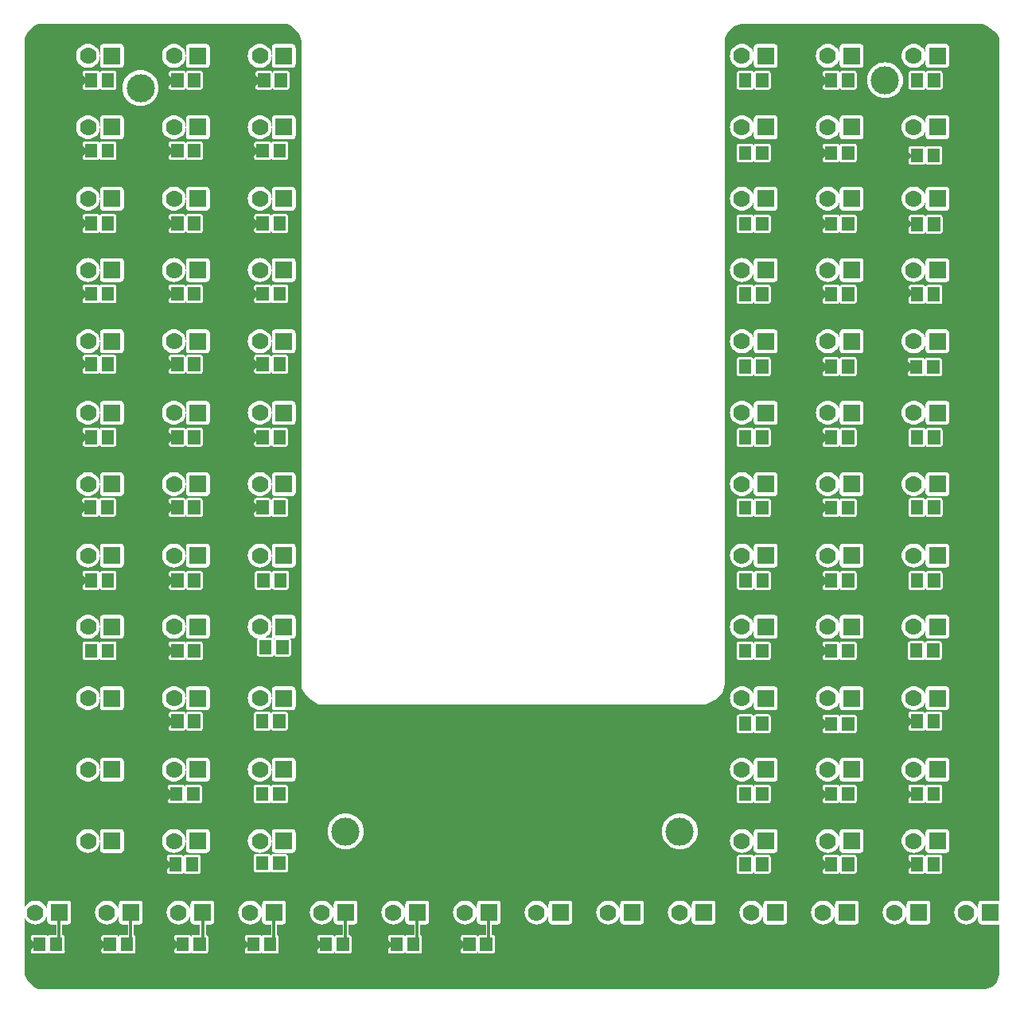
<source format=gbr>
G04 start of page 6 for group 10 layer_idx 1 *
G04 Title: liplight-art, bottom_copper *
G04 Creator: pcb-rnd 2.0.0 *
G04 CreationDate: 2018-08-04 21:30:55 UTC *
G04 For:  *
G04 Format: Gerber/RS-274X *
G04 PCB-Dimensions: 506299 506299 *
G04 PCB-Coordinate-Origin: lower left *
%MOIN*%
%FSLAX25Y25*%
%LNBOTTOM*%
%ADD33C,0.0280*%
%ADD32C,0.0988*%
%ADD31C,0.0700*%
%ADD30C,0.1181*%
%ADD29C,0.0118*%
%ADD28C,0.0001*%
G54D28*G36*
X472354Y455118D02*X479331D01*
X481299Y454134D01*
X485236Y451181D01*
X486220Y449213D01*
Y87555D01*
X486098Y87585D01*
X485862Y87603D01*
X485803Y87598D01*
X478921D01*
X478862Y87603D01*
X478627Y87585D01*
X478627Y87585D01*
X478397Y87529D01*
X478179Y87439D01*
X477978Y87316D01*
X477798Y87162D01*
X477645Y86983D01*
X477522Y86782D01*
X477431Y86563D01*
X477376Y86334D01*
X477358Y86098D01*
X477362Y86040D01*
Y79157D01*
X477358Y79098D01*
X477376Y78863D01*
X477376Y78863D01*
X477431Y78633D01*
X477522Y78415D01*
X477645Y78214D01*
X477798Y78034D01*
X477978Y77881D01*
X478179Y77758D01*
X478397Y77667D01*
X478627Y77612D01*
X478862Y77594D01*
X478921Y77598D01*
X485803D01*
X485862Y77594D01*
X486097Y77612D01*
X486098Y77612D01*
X486220Y77642D01*
Y56496D01*
X485236Y53543D01*
X483268Y51575D01*
X480315Y50591D01*
X472354D01*
Y77584D01*
X472362Y77583D01*
X473147Y77645D01*
X473912Y77828D01*
X474639Y78130D01*
X475310Y78541D01*
X475909Y79052D01*
X476420Y79650D01*
X476831Y80321D01*
X477132Y81049D01*
X477316Y81814D01*
X477362Y82598D01*
X477316Y83383D01*
X477132Y84148D01*
X476831Y84875D01*
X476420Y85546D01*
X475909Y86145D01*
X475310Y86656D01*
X474639Y87067D01*
X473912Y87368D01*
X473147Y87552D01*
X472362Y87614D01*
X472354Y87613D01*
Y455118D01*
G37*
G36*
X460315D02*X472354D01*
Y87613D01*
X471578Y87552D01*
X470812Y87368D01*
X470085Y87067D01*
X469414Y86656D01*
X468816Y86145D01*
X468305Y85546D01*
X467893Y84875D01*
X467592Y84148D01*
X467409Y83383D01*
X467347Y82598D01*
X467409Y81814D01*
X467592Y81049D01*
X467893Y80321D01*
X468305Y79650D01*
X468816Y79052D01*
X469414Y78541D01*
X470085Y78130D01*
X470812Y77828D01*
X471578Y77645D01*
X472354Y77584D01*
Y50591D01*
X460315D01*
Y98891D01*
X461220D01*
X461259Y98887D01*
X461416Y98900D01*
X461416Y98900D01*
X461569Y98937D01*
X461715Y98997D01*
X461849Y99079D01*
X461969Y99181D01*
X462071Y99301D01*
X462153Y99435D01*
X462213Y99581D01*
X462250Y99734D01*
X462263Y99891D01*
X462259Y99930D01*
Y105755D01*
X462263Y105795D01*
X462250Y105951D01*
X462213Y106104D01*
X462153Y106250D01*
X462071Y106384D01*
X461969Y106504D01*
X461849Y106606D01*
X461715Y106688D01*
X461569Y106749D01*
X461416Y106785D01*
X461259Y106798D01*
X461220Y106795D01*
X460315D01*
Y107598D01*
X463756D01*
X463815Y107594D01*
X464050Y107612D01*
X464050Y107612D01*
X464280Y107667D01*
X464498Y107758D01*
X464699Y107881D01*
X464879Y108034D01*
X465032Y108214D01*
X465156Y108415D01*
X465246Y108633D01*
X465301Y108863D01*
X465320Y109098D01*
X465315Y109157D01*
Y116040D01*
X465320Y116098D01*
X465301Y116334D01*
X465301Y116334D01*
X465246Y116563D01*
X465156Y116782D01*
X465032Y116983D01*
X464879Y117162D01*
X464699Y117316D01*
X464498Y117439D01*
X464280Y117529D01*
X464050Y117585D01*
X463815Y117603D01*
X463756Y117598D01*
X460315D01*
Y128363D01*
X461220D01*
X461259Y128360D01*
X461416Y128372D01*
X461416Y128372D01*
X461569Y128409D01*
X461715Y128469D01*
X461849Y128551D01*
X461969Y128654D01*
X462071Y128773D01*
X462153Y128908D01*
X462213Y129053D01*
X462250Y129206D01*
X462263Y129363D01*
X462259Y129402D01*
Y135228D01*
X462263Y135267D01*
X462250Y135424D01*
X462213Y135577D01*
X462153Y135722D01*
X462071Y135857D01*
X461969Y135976D01*
X461849Y136078D01*
X461715Y136161D01*
X461569Y136221D01*
X461416Y136258D01*
X461259Y136270D01*
X461220Y136267D01*
X460315D01*
Y137520D01*
X463756D01*
X463815Y137515D01*
X464050Y137534D01*
X464050Y137534D01*
X464280Y137589D01*
X464498Y137679D01*
X464699Y137802D01*
X464879Y137956D01*
X465032Y138135D01*
X465156Y138337D01*
X465246Y138555D01*
X465301Y138784D01*
X465320Y139020D01*
X465315Y139079D01*
Y145961D01*
X465320Y146020D01*
X465301Y146255D01*
X465301Y146255D01*
X465246Y146485D01*
X465156Y146703D01*
X465032Y146904D01*
X464879Y147084D01*
X464699Y147237D01*
X464498Y147360D01*
X464280Y147451D01*
X464050Y147506D01*
X463815Y147524D01*
X463756Y147520D01*
X460315D01*
Y158843D01*
X461220D01*
X461259Y158840D01*
X461416Y158853D01*
X461416Y158853D01*
X461569Y158889D01*
X461715Y158950D01*
X461849Y159032D01*
X461969Y159134D01*
X462071Y159254D01*
X462153Y159388D01*
X462213Y159533D01*
X462250Y159686D01*
X462263Y159843D01*
X462259Y159883D01*
Y165708D01*
X462263Y165747D01*
X462250Y165904D01*
X462213Y166057D01*
X462153Y166203D01*
X462071Y166337D01*
X461969Y166457D01*
X461849Y166559D01*
X461715Y166641D01*
X461569Y166701D01*
X461416Y166738D01*
X461259Y166750D01*
X461220Y166747D01*
X460315D01*
Y167441D01*
X463756D01*
X463815Y167436D01*
X464050Y167455D01*
X464050Y167455D01*
X464280Y167510D01*
X464498Y167600D01*
X464699Y167724D01*
X464879Y167877D01*
X465032Y168057D01*
X465156Y168258D01*
X465246Y168476D01*
X465301Y168706D01*
X465320Y168941D01*
X465315Y169000D01*
Y175882D01*
X465320Y175941D01*
X465301Y176176D01*
X465301Y176176D01*
X465246Y176406D01*
X465156Y176624D01*
X465032Y176825D01*
X464879Y177005D01*
X464699Y177158D01*
X464498Y177282D01*
X464280Y177372D01*
X464050Y177427D01*
X463815Y177446D01*
X463756Y177441D01*
X460315D01*
Y188409D01*
X461042D01*
X461082Y188406D01*
X461238Y188418D01*
X461238Y188418D01*
X461392Y188455D01*
X461537Y188515D01*
X461671Y188598D01*
X461791Y188700D01*
X461893Y188820D01*
X461975Y188954D01*
X462036Y189099D01*
X462072Y189252D01*
X462085Y189409D01*
X462082Y189448D01*
Y195274D01*
X462085Y195313D01*
X462072Y195470D01*
X462036Y195623D01*
X461975Y195769D01*
X461893Y195903D01*
X461791Y196022D01*
X461671Y196125D01*
X461537Y196207D01*
X461392Y196267D01*
X461238Y196304D01*
X461082Y196316D01*
X461042Y196313D01*
X460315D01*
Y197362D01*
X463756D01*
X463815Y197358D01*
X464050Y197376D01*
X464050Y197376D01*
X464280Y197431D01*
X464498Y197522D01*
X464699Y197645D01*
X464879Y197798D01*
X465032Y197978D01*
X465156Y198179D01*
X465246Y198397D01*
X465301Y198627D01*
X465320Y198862D01*
X465315Y198921D01*
Y205803D01*
X465320Y205862D01*
X465301Y206097D01*
X465301Y206098D01*
X465246Y206327D01*
X465156Y206545D01*
X465032Y206747D01*
X464879Y206926D01*
X464699Y207079D01*
X464498Y207203D01*
X464280Y207293D01*
X464050Y207348D01*
X463815Y207367D01*
X463756Y207362D01*
X460315D01*
Y217847D01*
X461363D01*
X461402Y217844D01*
X461559Y217856D01*
X461559Y217856D01*
X461712Y217893D01*
X461857Y217953D01*
X461992Y218036D01*
X462111Y218138D01*
X462214Y218258D01*
X462296Y218392D01*
X462356Y218537D01*
X462393Y218690D01*
X462405Y218847D01*
X462402Y218886D01*
Y224712D01*
X462405Y224751D01*
X462393Y224908D01*
X462356Y225061D01*
X462296Y225207D01*
X462214Y225341D01*
X462111Y225460D01*
X461992Y225563D01*
X461857Y225645D01*
X461712Y225705D01*
X461559Y225742D01*
X461402Y225754D01*
X461363Y225751D01*
X460315D01*
Y227283D01*
X463756D01*
X463815Y227279D01*
X464050Y227297D01*
X464050Y227297D01*
X464280Y227352D01*
X464498Y227443D01*
X464699Y227566D01*
X464879Y227720D01*
X465032Y227899D01*
X465156Y228100D01*
X465246Y228319D01*
X465301Y228548D01*
X465320Y228783D01*
X465315Y228842D01*
Y235725D01*
X465320Y235783D01*
X465301Y236019D01*
X465301Y236019D01*
X465246Y236248D01*
X465156Y236467D01*
X465032Y236668D01*
X464879Y236847D01*
X464699Y237001D01*
X464498Y237124D01*
X464280Y237214D01*
X464050Y237270D01*
X463815Y237288D01*
X463756Y237283D01*
X460315D01*
Y248447D01*
X461363D01*
X461402Y248444D01*
X461559Y248456D01*
X461559Y248456D01*
X461712Y248493D01*
X461857Y248553D01*
X461992Y248636D01*
X462111Y248738D01*
X462214Y248858D01*
X462296Y248992D01*
X462356Y249137D01*
X462393Y249290D01*
X462405Y249447D01*
X462402Y249486D01*
Y255312D01*
X462405Y255351D01*
X462393Y255508D01*
X462356Y255661D01*
X462296Y255807D01*
X462214Y255941D01*
X462111Y256060D01*
X461992Y256163D01*
X461857Y256245D01*
X461712Y256305D01*
X461559Y256342D01*
X461402Y256354D01*
X461363Y256351D01*
X460315D01*
Y257205D01*
X463756D01*
X463815Y257200D01*
X464050Y257219D01*
X464050Y257219D01*
X464280Y257274D01*
X464498Y257364D01*
X464699Y257487D01*
X464879Y257641D01*
X465032Y257820D01*
X465156Y258022D01*
X465246Y258240D01*
X465301Y258469D01*
X465320Y258705D01*
X465315Y258764D01*
Y265646D01*
X465320Y265705D01*
X465301Y265940D01*
X465301Y265940D01*
X465246Y266170D01*
X465156Y266388D01*
X465032Y266589D01*
X464879Y266769D01*
X464699Y266922D01*
X464498Y267045D01*
X464280Y267136D01*
X464050Y267191D01*
X463815Y267209D01*
X463756Y267205D01*
X460315D01*
Y277847D01*
X461363D01*
X461402Y277844D01*
X461559Y277856D01*
X461559Y277856D01*
X461712Y277893D01*
X461857Y277953D01*
X461992Y278036D01*
X462111Y278138D01*
X462214Y278258D01*
X462296Y278392D01*
X462356Y278537D01*
X462393Y278690D01*
X462405Y278847D01*
X462402Y278886D01*
Y284712D01*
X462405Y284751D01*
X462393Y284908D01*
X462356Y285061D01*
X462296Y285207D01*
X462214Y285341D01*
X462111Y285460D01*
X461992Y285563D01*
X461857Y285645D01*
X461712Y285705D01*
X461559Y285742D01*
X461402Y285754D01*
X461363Y285751D01*
X460315D01*
Y287126D01*
X463756D01*
X463815Y287121D01*
X464050Y287140D01*
X464050Y287140D01*
X464280Y287195D01*
X464498Y287285D01*
X464699Y287409D01*
X464879Y287562D01*
X465032Y287742D01*
X465156Y287943D01*
X465246Y288161D01*
X465301Y288391D01*
X465320Y288626D01*
X465315Y288685D01*
Y295567D01*
X465320Y295626D01*
X465301Y295861D01*
X465301Y295861D01*
X465246Y296091D01*
X465156Y296309D01*
X465032Y296510D01*
X464879Y296690D01*
X464699Y296843D01*
X464498Y296967D01*
X464280Y297057D01*
X464050Y297112D01*
X463815Y297131D01*
X463756Y297126D01*
X460315D01*
Y307347D01*
X461063D01*
X461102Y307344D01*
X461259Y307356D01*
X461259Y307356D01*
X461412Y307393D01*
X461557Y307453D01*
X461692Y307536D01*
X461811Y307638D01*
X461914Y307758D01*
X461996Y307892D01*
X462056Y308037D01*
X462093Y308190D01*
X462105Y308347D01*
X462102Y308386D01*
Y314212D01*
X462105Y314251D01*
X462093Y314408D01*
X462056Y314561D01*
X461996Y314707D01*
X461914Y314841D01*
X461811Y314960D01*
X461692Y315063D01*
X461557Y315145D01*
X461412Y315205D01*
X461259Y315242D01*
X461102Y315254D01*
X461063Y315251D01*
X460315D01*
Y317047D01*
X463756D01*
X463815Y317043D01*
X464050Y317061D01*
X464050Y317061D01*
X464280Y317116D01*
X464498Y317207D01*
X464699Y317330D01*
X464879Y317483D01*
X465032Y317663D01*
X465156Y317864D01*
X465246Y318082D01*
X465301Y318312D01*
X465320Y318547D01*
X465315Y318606D01*
Y325488D01*
X465320Y325547D01*
X465301Y325782D01*
X465301Y325783D01*
X465246Y326012D01*
X465156Y326230D01*
X465032Y326432D01*
X464879Y326611D01*
X464699Y326765D01*
X464498Y326888D01*
X464280Y326978D01*
X464050Y327033D01*
X463815Y327052D01*
X463756Y327047D01*
X460315D01*
Y337747D01*
X461320D01*
X461359Y337744D01*
X461516Y337756D01*
X461516Y337756D01*
X461669Y337793D01*
X461814Y337853D01*
X461949Y337936D01*
X462068Y338038D01*
X462171Y338158D01*
X462253Y338292D01*
X462313Y338437D01*
X462350Y338590D01*
X462362Y338747D01*
X462359Y338786D01*
Y344612D01*
X462362Y344651D01*
X462350Y344808D01*
X462313Y344961D01*
X462253Y345107D01*
X462171Y345241D01*
X462068Y345360D01*
X461949Y345463D01*
X461814Y345545D01*
X461669Y345605D01*
X461516Y345642D01*
X461359Y345654D01*
X461320Y345651D01*
X460315D01*
Y346969D01*
X463756D01*
X463815Y346964D01*
X464050Y346982D01*
X464050Y346982D01*
X464280Y347038D01*
X464498Y347128D01*
X464699Y347251D01*
X464879Y347405D01*
X465032Y347584D01*
X465156Y347785D01*
X465246Y348004D01*
X465301Y348233D01*
X465320Y348469D01*
X465315Y348527D01*
Y355410D01*
X465320Y355469D01*
X465301Y355704D01*
X465301Y355704D01*
X465246Y355933D01*
X465156Y356152D01*
X465032Y356353D01*
X464879Y356532D01*
X464699Y356686D01*
X464498Y356809D01*
X464280Y356899D01*
X464050Y356955D01*
X463815Y356973D01*
X463756Y356969D01*
X460315D01*
Y367147D01*
X461363D01*
X461402Y367144D01*
X461559Y367156D01*
X461559Y367156D01*
X461712Y367193D01*
X461857Y367253D01*
X461992Y367336D01*
X462111Y367438D01*
X462214Y367558D01*
X462296Y367692D01*
X462356Y367837D01*
X462393Y367990D01*
X462405Y368147D01*
X462402Y368186D01*
Y374012D01*
X462405Y374051D01*
X462393Y374208D01*
X462356Y374361D01*
X462296Y374507D01*
X462214Y374641D01*
X462111Y374760D01*
X461992Y374863D01*
X461857Y374945D01*
X461712Y375005D01*
X461559Y375042D01*
X461402Y375054D01*
X461363Y375051D01*
X460315D01*
Y376890D01*
X463756D01*
X463815Y376885D01*
X464050Y376904D01*
X464050Y376904D01*
X464280Y376959D01*
X464498Y377049D01*
X464699Y377172D01*
X464879Y377326D01*
X465032Y377505D01*
X465156Y377707D01*
X465246Y377925D01*
X465301Y378154D01*
X465320Y378390D01*
X465315Y378449D01*
Y385331D01*
X465320Y385390D01*
X465301Y385625D01*
X465301Y385625D01*
X465246Y385855D01*
X465156Y386073D01*
X465032Y386274D01*
X464879Y386454D01*
X464699Y386607D01*
X464498Y386730D01*
X464280Y386821D01*
X464050Y386876D01*
X463815Y386894D01*
X463756Y386890D01*
X460315D01*
Y396047D01*
X461263D01*
X461302Y396044D01*
X461459Y396056D01*
X461459Y396056D01*
X461612Y396093D01*
X461757Y396153D01*
X461892Y396236D01*
X462011Y396338D01*
X462114Y396458D01*
X462196Y396592D01*
X462256Y396737D01*
X462293Y396890D01*
X462305Y397047D01*
X462302Y397086D01*
Y402912D01*
X462305Y402951D01*
X462293Y403108D01*
X462256Y403261D01*
X462196Y403407D01*
X462114Y403541D01*
X462011Y403660D01*
X461892Y403763D01*
X461757Y403845D01*
X461612Y403905D01*
X461459Y403942D01*
X461302Y403954D01*
X461263Y403951D01*
X460315D01*
Y406811D01*
X463756D01*
X463815Y406806D01*
X464050Y406825D01*
X464050Y406825D01*
X464280Y406880D01*
X464498Y406970D01*
X464699Y407094D01*
X464879Y407247D01*
X465032Y407427D01*
X465156Y407628D01*
X465246Y407846D01*
X465301Y408076D01*
X465320Y408311D01*
X465315Y408370D01*
Y415252D01*
X465320Y415311D01*
X465301Y415546D01*
X465301Y415546D01*
X465246Y415776D01*
X465156Y415994D01*
X465032Y416195D01*
X464879Y416375D01*
X464699Y416528D01*
X464498Y416652D01*
X464280Y416742D01*
X464050Y416797D01*
X463815Y416816D01*
X463756Y416811D01*
X460315D01*
Y427547D01*
X461363D01*
X461402Y427544D01*
X461559Y427556D01*
X461559Y427556D01*
X461712Y427593D01*
X461857Y427653D01*
X461992Y427736D01*
X462111Y427838D01*
X462214Y427958D01*
X462296Y428092D01*
X462356Y428237D01*
X462393Y428390D01*
X462405Y428547D01*
X462402Y428586D01*
Y434412D01*
X462405Y434451D01*
X462393Y434608D01*
X462356Y434761D01*
X462296Y434907D01*
X462214Y435041D01*
X462111Y435160D01*
X461992Y435263D01*
X461857Y435345D01*
X461712Y435405D01*
X461559Y435442D01*
X461402Y435454D01*
X461363Y435451D01*
X460315D01*
Y436732D01*
X463756D01*
X463815Y436728D01*
X464050Y436746D01*
X464050Y436746D01*
X464280Y436801D01*
X464498Y436892D01*
X464699Y437015D01*
X464879Y437168D01*
X465032Y437348D01*
X465156Y437549D01*
X465246Y437767D01*
X465301Y437997D01*
X465320Y438232D01*
X465315Y438291D01*
Y445174D01*
X465320Y445232D01*
X465301Y445467D01*
X465301Y445468D01*
X465246Y445697D01*
X465156Y445915D01*
X465032Y446117D01*
X464879Y446296D01*
X464699Y446450D01*
X464498Y446573D01*
X464280Y446663D01*
X464050Y446718D01*
X463815Y446737D01*
X463756Y446732D01*
X460315D01*
Y455118D01*
G37*
G36*
Y403951D02*X456223D01*
X456184Y403954D01*
X456027Y403942D01*
X456027Y403942D01*
X455874Y403905D01*
X455729Y403845D01*
X455594Y403763D01*
X455475Y403661D01*
X455372Y403541D01*
X455310Y403438D01*
Y411720D01*
X455315Y411811D01*
X455310Y411902D01*
Y428322D01*
X455330Y428237D01*
X455390Y428092D01*
X455472Y427958D01*
X455575Y427838D01*
X455694Y427736D01*
X455829Y427653D01*
X455974Y427593D01*
X456127Y427556D01*
X456284Y427544D01*
X456323Y427547D01*
X460315D01*
Y416811D01*
X456874D01*
X456815Y416816D01*
X456580Y416797D01*
X456580Y416797D01*
X456350Y416742D01*
X456132Y416652D01*
X455931Y416528D01*
X455751Y416375D01*
X455598Y416195D01*
X455474Y415994D01*
X455384Y415776D01*
X455329Y415546D01*
X455310Y415311D01*
X455315Y415252D01*
Y408370D01*
X455310Y408311D01*
X455329Y408076D01*
X455329Y408076D01*
X455384Y407846D01*
X455474Y407628D01*
X455598Y407427D01*
X455751Y407247D01*
X455931Y407094D01*
X456132Y406970D01*
X456350Y406880D01*
X456580Y406825D01*
X456815Y406806D01*
X456874Y406811D01*
X460315D01*
Y403951D01*
G37*
G36*
Y375051D02*X456323D01*
X456284Y375054D01*
X456127Y375042D01*
X456127Y375042D01*
X455974Y375005D01*
X455829Y374945D01*
X455694Y374863D01*
X455575Y374761D01*
X455472Y374641D01*
X455390Y374507D01*
X455330Y374361D01*
X455310Y374276D01*
Y381798D01*
X455315Y381890D01*
X455310Y381981D01*
Y396560D01*
X455372Y396458D01*
X455475Y396338D01*
X455594Y396236D01*
X455729Y396153D01*
X455874Y396093D01*
X456027Y396056D01*
X456184Y396044D01*
X456223Y396047D01*
X460315D01*
Y386890D01*
X456874D01*
X456815Y386894D01*
X456580Y386876D01*
X456580Y386876D01*
X456350Y386821D01*
X456132Y386730D01*
X455931Y386607D01*
X455751Y386454D01*
X455598Y386274D01*
X455474Y386073D01*
X455384Y385855D01*
X455329Y385625D01*
X455310Y385390D01*
X455315Y385331D01*
Y378449D01*
X455310Y378390D01*
X455329Y378155D01*
X455329Y378154D01*
X455384Y377925D01*
X455474Y377707D01*
X455598Y377505D01*
X455751Y377326D01*
X455931Y377172D01*
X456132Y377049D01*
X456350Y376959D01*
X456580Y376904D01*
X456815Y376885D01*
X456874Y376890D01*
X460315D01*
Y375051D01*
G37*
G36*
Y356969D02*X456874D01*
X456815Y356973D01*
X456580Y356955D01*
X456580Y356955D01*
X456350Y356899D01*
X456132Y356809D01*
X455931Y356686D01*
X455751Y356532D01*
X455598Y356353D01*
X455474Y356152D01*
X455384Y355933D01*
X455329Y355704D01*
X455310Y355469D01*
X455315Y355410D01*
Y351969D01*
X455310Y352060D01*
Y367922D01*
X455330Y367837D01*
X455390Y367692D01*
X455472Y367558D01*
X455575Y367438D01*
X455694Y367336D01*
X455829Y367253D01*
X455974Y367193D01*
X456127Y367156D01*
X456284Y367144D01*
X456323Y367147D01*
X460315D01*
Y356969D01*
G37*
G36*
Y345651D02*X456280D01*
X456241Y345654D01*
X456084Y345642D01*
X456084Y345642D01*
X455931Y345605D01*
X455786Y345545D01*
X455651Y345463D01*
X455532Y345361D01*
X455429Y345241D01*
X455347Y345107D01*
X455310Y345016D01*
Y351877D01*
X455315Y351969D01*
Y348527D01*
X455310Y348469D01*
X455329Y348233D01*
X455329Y348233D01*
X455384Y348004D01*
X455474Y347785D01*
X455598Y347584D01*
X455751Y347405D01*
X455931Y347251D01*
X456132Y347128D01*
X456350Y347038D01*
X456580Y346982D01*
X456815Y346964D01*
X456874Y346969D01*
X460315D01*
Y345651D01*
G37*
G36*
Y327047D02*X456874D01*
X456815Y327052D01*
X456580Y327033D01*
X456580Y327033D01*
X456350Y326978D01*
X456132Y326888D01*
X455931Y326765D01*
X455751Y326611D01*
X455598Y326432D01*
X455474Y326230D01*
X455384Y326012D01*
X455329Y325783D01*
X455310Y325547D01*
X455315Y325488D01*
Y322047D01*
X455310Y322139D01*
Y338383D01*
X455347Y338292D01*
X455429Y338158D01*
X455532Y338038D01*
X455651Y337936D01*
X455786Y337853D01*
X455931Y337793D01*
X456084Y337756D01*
X456241Y337744D01*
X456280Y337747D01*
X460315D01*
Y327047D01*
G37*
G36*
Y315251D02*X456023D01*
X455984Y315254D01*
X455827Y315242D01*
X455827Y315242D01*
X455674Y315205D01*
X455529Y315145D01*
X455394Y315063D01*
X455310Y314990D01*
Y321956D01*
X455315Y322047D01*
Y318606D01*
X455310Y318547D01*
X455329Y318312D01*
X455329Y318312D01*
X455384Y318082D01*
X455474Y317864D01*
X455598Y317663D01*
X455751Y317483D01*
X455931Y317330D01*
X456132Y317207D01*
X456350Y317116D01*
X456580Y317061D01*
X456815Y317043D01*
X456874Y317047D01*
X460315D01*
Y315251D01*
G37*
G36*
Y285751D02*X456323D01*
X456284Y285754D01*
X456127Y285742D01*
X456127Y285742D01*
X455974Y285705D01*
X455829Y285645D01*
X455694Y285563D01*
X455575Y285461D01*
X455472Y285341D01*
X455390Y285207D01*
X455330Y285061D01*
X455310Y284976D01*
Y292035D01*
X455315Y292126D01*
X455310Y292217D01*
Y307608D01*
X455394Y307536D01*
X455529Y307453D01*
X455674Y307393D01*
X455827Y307356D01*
X455984Y307344D01*
X456023Y307347D01*
X460315D01*
Y297126D01*
X456874D01*
X456815Y297131D01*
X456580Y297112D01*
X456580Y297112D01*
X456350Y297057D01*
X456132Y296967D01*
X455931Y296843D01*
X455751Y296690D01*
X455598Y296510D01*
X455474Y296309D01*
X455384Y296091D01*
X455329Y295861D01*
X455310Y295626D01*
X455315Y295567D01*
Y288685D01*
X455310Y288626D01*
X455329Y288391D01*
X455329Y288391D01*
X455384Y288161D01*
X455474Y287943D01*
X455598Y287742D01*
X455751Y287562D01*
X455931Y287409D01*
X456132Y287285D01*
X456350Y287195D01*
X456580Y287140D01*
X456815Y287121D01*
X456874Y287126D01*
X460315D01*
Y285751D01*
G37*
G36*
Y256351D02*X456323D01*
X456284Y256354D01*
X456127Y256342D01*
X456127Y256342D01*
X455974Y256305D01*
X455829Y256245D01*
X455694Y256163D01*
X455575Y256061D01*
X455472Y255941D01*
X455390Y255807D01*
X455330Y255661D01*
X455310Y255576D01*
Y262113D01*
X455315Y262205D01*
X455310Y262296D01*
Y278622D01*
X455330Y278537D01*
X455390Y278392D01*
X455472Y278258D01*
X455575Y278138D01*
X455694Y278036D01*
X455829Y277953D01*
X455974Y277893D01*
X456127Y277856D01*
X456284Y277844D01*
X456323Y277847D01*
X460315D01*
Y267205D01*
X456874D01*
X456815Y267209D01*
X456580Y267191D01*
X456580Y267191D01*
X456350Y267136D01*
X456132Y267045D01*
X455931Y266922D01*
X455751Y266769D01*
X455598Y266589D01*
X455474Y266388D01*
X455384Y266170D01*
X455329Y265940D01*
X455310Y265705D01*
X455315Y265646D01*
Y258764D01*
X455310Y258705D01*
X455329Y258470D01*
X455329Y258469D01*
X455384Y258240D01*
X455474Y258022D01*
X455598Y257820D01*
X455751Y257641D01*
X455931Y257487D01*
X456132Y257364D01*
X456350Y257274D01*
X456580Y257219D01*
X456815Y257200D01*
X456874Y257205D01*
X460315D01*
Y256351D01*
G37*
G36*
Y225751D02*X456323D01*
X456284Y225754D01*
X456127Y225742D01*
X456127Y225742D01*
X455974Y225705D01*
X455829Y225645D01*
X455694Y225563D01*
X455575Y225461D01*
X455472Y225341D01*
X455390Y225207D01*
X455330Y225061D01*
X455310Y224976D01*
Y232192D01*
X455315Y232283D01*
X455310Y232375D01*
Y249222D01*
X455330Y249137D01*
X455390Y248992D01*
X455472Y248858D01*
X455575Y248738D01*
X455694Y248636D01*
X455829Y248553D01*
X455974Y248493D01*
X456127Y248456D01*
X456284Y248444D01*
X456323Y248447D01*
X460315D01*
Y237283D01*
X456874D01*
X456815Y237288D01*
X456580Y237270D01*
X456580Y237270D01*
X456350Y237214D01*
X456132Y237124D01*
X455931Y237001D01*
X455751Y236847D01*
X455598Y236668D01*
X455474Y236467D01*
X455384Y236248D01*
X455329Y236019D01*
X455310Y235783D01*
X455315Y235725D01*
Y228842D01*
X455310Y228783D01*
X455329Y228548D01*
X455329Y228548D01*
X455384Y228319D01*
X455474Y228100D01*
X455598Y227899D01*
X455751Y227720D01*
X455931Y227566D01*
X456132Y227443D01*
X456350Y227352D01*
X456580Y227297D01*
X456815Y227279D01*
X456874Y227283D01*
X460315D01*
Y225751D01*
G37*
G36*
Y196313D02*X456003D01*
X455964Y196316D01*
X455807Y196304D01*
X455807Y196304D01*
X455654Y196267D01*
X455508Y196207D01*
X455374Y196125D01*
X455310Y196070D01*
Y202271D01*
X455315Y202362D01*
X455310Y202454D01*
Y218622D01*
X455330Y218537D01*
X455390Y218392D01*
X455472Y218258D01*
X455575Y218138D01*
X455694Y218036D01*
X455829Y217953D01*
X455974Y217893D01*
X456127Y217856D01*
X456284Y217844D01*
X456323Y217847D01*
X460315D01*
Y207362D01*
X456874D01*
X456815Y207367D01*
X456580Y207348D01*
X456580Y207348D01*
X456350Y207293D01*
X456132Y207203D01*
X455931Y207079D01*
X455751Y206926D01*
X455598Y206747D01*
X455474Y206545D01*
X455384Y206327D01*
X455329Y206098D01*
X455310Y205862D01*
X455315Y205803D01*
Y198921D01*
X455310Y198862D01*
X455329Y198627D01*
X455329Y198627D01*
X455384Y198397D01*
X455474Y198179D01*
X455598Y197978D01*
X455751Y197798D01*
X455931Y197645D01*
X456132Y197522D01*
X456350Y197431D01*
X456580Y197376D01*
X456815Y197358D01*
X456874Y197362D01*
X460315D01*
Y196313D01*
G37*
G36*
Y177441D02*X456874D01*
X456815Y177446D01*
X456580Y177427D01*
X456580Y177427D01*
X456350Y177372D01*
X456132Y177282D01*
X455931Y177158D01*
X455751Y177005D01*
X455598Y176825D01*
X455474Y176624D01*
X455384Y176406D01*
X455329Y176176D01*
X455310Y175941D01*
X455315Y175882D01*
Y172441D01*
X455310Y172532D01*
Y188653D01*
X455374Y188598D01*
X455508Y188515D01*
X455654Y188455D01*
X455807Y188418D01*
X455964Y188406D01*
X456003Y188409D01*
X460315D01*
Y177441D01*
G37*
G36*
Y166747D02*X456181D01*
X456141Y166750D01*
X455985Y166738D01*
X455985Y166738D01*
X455832Y166701D01*
X455686Y166641D01*
X455552Y166559D01*
X455432Y166457D01*
X455330Y166337D01*
X455310Y166304D01*
Y172350D01*
X455315Y172441D01*
Y169000D01*
X455310Y168941D01*
X455329Y168706D01*
X455329Y168706D01*
X455384Y168476D01*
X455474Y168258D01*
X455598Y168057D01*
X455751Y167877D01*
X455931Y167724D01*
X456132Y167600D01*
X456350Y167510D01*
X456580Y167455D01*
X456815Y167436D01*
X456874Y167441D01*
X460315D01*
Y166747D01*
G37*
G36*
Y136267D02*X456181D01*
X456141Y136270D01*
X455985Y136258D01*
X455985Y136258D01*
X455832Y136221D01*
X455686Y136161D01*
X455552Y136078D01*
X455432Y135976D01*
X455330Y135857D01*
X455310Y135823D01*
Y142428D01*
X455315Y142520D01*
X455310Y142611D01*
Y159287D01*
X455330Y159254D01*
X455432Y159134D01*
X455552Y159032D01*
X455686Y158950D01*
X455832Y158889D01*
X455985Y158853D01*
X456141Y158840D01*
X456181Y158843D01*
X460315D01*
Y147520D01*
X456874D01*
X456815Y147524D01*
X456580Y147506D01*
X456580Y147506D01*
X456350Y147451D01*
X456132Y147360D01*
X455931Y147237D01*
X455751Y147084D01*
X455598Y146904D01*
X455474Y146703D01*
X455384Y146485D01*
X455329Y146255D01*
X455310Y146020D01*
X455315Y145961D01*
Y139078D01*
X455310Y139020D01*
X455329Y138785D01*
X455329Y138784D01*
X455384Y138555D01*
X455474Y138337D01*
X455598Y138135D01*
X455751Y137956D01*
X455931Y137802D01*
X456132Y137679D01*
X456350Y137589D01*
X456580Y137534D01*
X456815Y137515D01*
X456874Y137520D01*
X460315D01*
Y136267D01*
G37*
G36*
Y106795D02*X456181D01*
X456141Y106798D01*
X455985Y106785D01*
X455985Y106785D01*
X455832Y106749D01*
X455686Y106688D01*
X455552Y106606D01*
X455432Y106504D01*
X455330Y106384D01*
X455310Y106351D01*
Y112507D01*
X455315Y112598D01*
X455310Y112690D01*
Y128807D01*
X455330Y128773D01*
X455432Y128654D01*
X455552Y128551D01*
X455686Y128469D01*
X455832Y128409D01*
X455985Y128372D01*
X456141Y128360D01*
X456181Y128363D01*
X460315D01*
Y117598D01*
X456874D01*
X456815Y117603D01*
X456580Y117585D01*
X456580Y117585D01*
X456350Y117529D01*
X456132Y117439D01*
X455931Y117316D01*
X455751Y117162D01*
X455598Y116983D01*
X455474Y116782D01*
X455384Y116563D01*
X455329Y116334D01*
X455310Y116098D01*
X455315Y116040D01*
Y109157D01*
X455310Y109098D01*
X455329Y108863D01*
X455329Y108863D01*
X455384Y108633D01*
X455474Y108415D01*
X455598Y108214D01*
X455751Y108034D01*
X455931Y107881D01*
X456132Y107758D01*
X456350Y107667D01*
X456580Y107612D01*
X456815Y107594D01*
X456874Y107598D01*
X460315D01*
Y106795D01*
G37*
G36*
Y50591D02*X455310D01*
Y77598D01*
X455803D01*
X455862Y77594D01*
X456097Y77612D01*
X456098Y77612D01*
X456327Y77667D01*
X456545Y77758D01*
X456747Y77881D01*
X456926Y78034D01*
X457079Y78214D01*
X457203Y78415D01*
X457293Y78633D01*
X457348Y78863D01*
X457367Y79098D01*
X457362Y79157D01*
Y86040D01*
X457367Y86098D01*
X457348Y86334D01*
X457348Y86334D01*
X457293Y86563D01*
X457203Y86782D01*
X457079Y86983D01*
X456926Y87162D01*
X456747Y87316D01*
X456545Y87439D01*
X456327Y87529D01*
X456098Y87585D01*
X455862Y87603D01*
X455803Y87598D01*
X455310D01*
Y99334D01*
X455330Y99301D01*
X455432Y99181D01*
X455552Y99079D01*
X455686Y98997D01*
X455832Y98937D01*
X455985Y98900D01*
X456141Y98887D01*
X456181Y98891D01*
X460315D01*
Y50591D01*
G37*
G36*
X455310Y455118D02*X460315D01*
Y446732D01*
X456874D01*
X456815Y446737D01*
X456580Y446718D01*
X456580Y446718D01*
X456350Y446663D01*
X456132Y446573D01*
X455931Y446450D01*
X455751Y446296D01*
X455598Y446117D01*
X455474Y445915D01*
X455384Y445697D01*
X455329Y445468D01*
X455310Y445232D01*
X455315Y445173D01*
Y438291D01*
X455310Y438232D01*
X455329Y437997D01*
X455329Y437997D01*
X455384Y437767D01*
X455474Y437549D01*
X455598Y437348D01*
X455751Y437168D01*
X455931Y437015D01*
X456132Y436892D01*
X456350Y436801D01*
X456580Y436746D01*
X456815Y436728D01*
X456874Y436732D01*
X460315D01*
Y435451D01*
X456323D01*
X456284Y435454D01*
X456127Y435442D01*
X456127Y435442D01*
X455974Y435405D01*
X455829Y435345D01*
X455694Y435263D01*
X455575Y435161D01*
X455472Y435041D01*
X455390Y434907D01*
X455330Y434761D01*
X455310Y434676D01*
Y441641D01*
X455315Y441732D01*
X455310Y441824D01*
Y455118D01*
G37*
G36*
X438296Y79665D02*X438305Y79650D01*
X438816Y79052D01*
X439414Y78541D01*
X440085Y78130D01*
X440812Y77828D01*
X441578Y77645D01*
X442362Y77583D01*
X443147Y77645D01*
X443912Y77828D01*
X444639Y78130D01*
X445310Y78541D01*
X445909Y79052D01*
X446420Y79650D01*
X446831Y80321D01*
X447132Y81049D01*
X447316Y81814D01*
X447362Y82598D01*
Y79157D01*
X447358Y79098D01*
X447376Y78863D01*
X447376Y78863D01*
X447431Y78633D01*
X447522Y78415D01*
X447645Y78214D01*
X447798Y78034D01*
X447978Y77881D01*
X448179Y77758D01*
X448397Y77667D01*
X448627Y77612D01*
X448862Y77594D01*
X448921Y77598D01*
X455310D01*
Y50591D01*
X438296D01*
Y79665D01*
G37*
G36*
Y455118D02*X455310D01*
Y441824D01*
X455269Y442517D01*
X455085Y443282D01*
X454784Y444009D01*
X454373Y444680D01*
X453861Y445279D01*
X453263Y445790D01*
X452592Y446201D01*
X451865Y446502D01*
X451100Y446686D01*
X450315Y446748D01*
X449530Y446686D01*
X448765Y446502D01*
X448038Y446201D01*
X447367Y445790D01*
X446769Y445279D01*
X446257Y444680D01*
X445846Y444009D01*
X445545Y443282D01*
X445361Y442517D01*
X445300Y441732D01*
X445361Y440948D01*
X445545Y440182D01*
X445846Y439455D01*
X446257Y438784D01*
X446769Y438186D01*
X447367Y437675D01*
X448038Y437264D01*
X448765Y436962D01*
X449530Y436779D01*
X450315Y436717D01*
X451100Y436779D01*
X451865Y436962D01*
X452592Y437264D01*
X453263Y437675D01*
X453861Y438186D01*
X454373Y438784D01*
X454784Y439455D01*
X455085Y440182D01*
X455269Y440948D01*
X455310Y441641D01*
Y434676D01*
X455300Y434636D01*
X455270Y434761D01*
X455210Y434907D01*
X455128Y435041D01*
X455025Y435160D01*
X454906Y435263D01*
X454771Y435345D01*
X454626Y435405D01*
X454473Y435442D01*
X454316Y435454D01*
X454277Y435451D01*
X449237D01*
X449198Y435454D01*
X449041Y435442D01*
X449041Y435442D01*
X448888Y435405D01*
X448743Y435345D01*
X448608Y435263D01*
X448489Y435161D01*
X448386Y435041D01*
X448304Y434907D01*
X448244Y434761D01*
X448207Y434608D01*
X448195Y434451D01*
X448198Y434412D01*
Y428586D01*
X448195Y428547D01*
X448207Y428390D01*
X448244Y428237D01*
X448304Y428092D01*
X448386Y427958D01*
X448489Y427838D01*
X448608Y427736D01*
X448743Y427653D01*
X448888Y427593D01*
X449041Y427556D01*
X449198Y427544D01*
X449237Y427547D01*
X454277D01*
X454316Y427544D01*
X454473Y427556D01*
X454473Y427556D01*
X454626Y427593D01*
X454771Y427653D01*
X454906Y427736D01*
X455025Y427838D01*
X455128Y427958D01*
X455210Y428092D01*
X455270Y428237D01*
X455300Y428362D01*
X455310Y428322D01*
Y411902D01*
X455269Y412596D01*
X455085Y413361D01*
X454784Y414088D01*
X454373Y414759D01*
X453861Y415357D01*
X453263Y415869D01*
X452592Y416280D01*
X451865Y416581D01*
X451100Y416765D01*
X450315Y416826D01*
X449530Y416765D01*
X448765Y416581D01*
X448038Y416280D01*
X447367Y415869D01*
X446769Y415357D01*
X446257Y414759D01*
X445846Y414088D01*
X445545Y413361D01*
X445361Y412596D01*
X445300Y411811D01*
X445361Y411026D01*
X445545Y410261D01*
X445846Y409534D01*
X446257Y408863D01*
X446769Y408265D01*
X447367Y407753D01*
X448038Y407342D01*
X448765Y407041D01*
X449530Y406857D01*
X450315Y406796D01*
X451100Y406857D01*
X451865Y407041D01*
X452592Y407342D01*
X453263Y407753D01*
X453861Y408265D01*
X454373Y408863D01*
X454784Y409534D01*
X455085Y410261D01*
X455269Y411026D01*
X455310Y411720D01*
Y403438D01*
X455290Y403407D01*
X455230Y403261D01*
X455200Y403136D01*
X455170Y403261D01*
X455110Y403407D01*
X455028Y403541D01*
X454925Y403660D01*
X454806Y403763D01*
X454671Y403845D01*
X454526Y403905D01*
X454373Y403942D01*
X454216Y403954D01*
X454177Y403951D01*
X449137D01*
X449098Y403954D01*
X448941Y403942D01*
X448941Y403942D01*
X448788Y403905D01*
X448643Y403845D01*
X448508Y403763D01*
X448389Y403661D01*
X448286Y403541D01*
X448204Y403407D01*
X448144Y403261D01*
X448107Y403108D01*
X448095Y402951D01*
X448098Y402912D01*
Y397086D01*
X448095Y397047D01*
X448107Y396890D01*
X448144Y396737D01*
X448204Y396592D01*
X448286Y396458D01*
X448389Y396338D01*
X448508Y396236D01*
X448643Y396153D01*
X448788Y396093D01*
X448941Y396056D01*
X449098Y396044D01*
X449137Y396047D01*
X454177D01*
X454216Y396044D01*
X454373Y396056D01*
X454373Y396056D01*
X454526Y396093D01*
X454671Y396153D01*
X454806Y396236D01*
X454925Y396338D01*
X455028Y396458D01*
X455110Y396592D01*
X455170Y396737D01*
X455200Y396862D01*
X455230Y396737D01*
X455290Y396592D01*
X455310Y396560D01*
Y381981D01*
X455269Y382674D01*
X455085Y383440D01*
X454784Y384167D01*
X454373Y384838D01*
X453861Y385436D01*
X453263Y385947D01*
X452592Y386359D01*
X451865Y386660D01*
X451100Y386843D01*
X450315Y386905D01*
X449530Y386843D01*
X448765Y386660D01*
X448038Y386359D01*
X447367Y385947D01*
X446769Y385436D01*
X446257Y384838D01*
X445846Y384167D01*
X445545Y383440D01*
X445361Y382674D01*
X445300Y381890D01*
X445361Y381105D01*
X445545Y380340D01*
X445846Y379613D01*
X446257Y378942D01*
X446769Y378343D01*
X447367Y377832D01*
X448038Y377421D01*
X448765Y377120D01*
X449530Y376936D01*
X450315Y376874D01*
X451100Y376936D01*
X451865Y377120D01*
X452592Y377421D01*
X453263Y377832D01*
X453861Y378343D01*
X454373Y378942D01*
X454784Y379613D01*
X455085Y380340D01*
X455269Y381105D01*
X455310Y381798D01*
Y374276D01*
X455300Y374236D01*
X455270Y374361D01*
X455210Y374507D01*
X455128Y374641D01*
X455025Y374760D01*
X454906Y374863D01*
X454771Y374945D01*
X454626Y375005D01*
X454473Y375042D01*
X454316Y375054D01*
X454277Y375051D01*
X449237D01*
X449198Y375054D01*
X449041Y375042D01*
X449041Y375042D01*
X448888Y375005D01*
X448743Y374945D01*
X448608Y374863D01*
X448489Y374761D01*
X448386Y374641D01*
X448304Y374507D01*
X448244Y374361D01*
X448207Y374208D01*
X448195Y374051D01*
X448198Y374012D01*
Y368186D01*
X448195Y368147D01*
X448207Y367990D01*
X448244Y367837D01*
X448304Y367692D01*
X448386Y367558D01*
X448489Y367438D01*
X448608Y367336D01*
X448743Y367253D01*
X448888Y367193D01*
X449041Y367156D01*
X449198Y367144D01*
X449237Y367147D01*
X454277D01*
X454316Y367144D01*
X454473Y367156D01*
X454473Y367156D01*
X454626Y367193D01*
X454771Y367253D01*
X454906Y367336D01*
X455025Y367438D01*
X455128Y367558D01*
X455210Y367692D01*
X455270Y367837D01*
X455300Y367962D01*
X455310Y367922D01*
Y352060D01*
X455269Y352753D01*
X455085Y353518D01*
X454784Y354245D01*
X454373Y354916D01*
X453861Y355515D01*
X453263Y356026D01*
X452592Y356437D01*
X451865Y356738D01*
X451100Y356922D01*
X450315Y356984D01*
X449530Y356922D01*
X448765Y356738D01*
X448038Y356437D01*
X447367Y356026D01*
X446769Y355515D01*
X446257Y354916D01*
X445846Y354245D01*
X445545Y353518D01*
X445361Y352753D01*
X445300Y351969D01*
X445361Y351184D01*
X445545Y350419D01*
X445846Y349692D01*
X446257Y349021D01*
X446769Y348422D01*
X447367Y347911D01*
X448038Y347500D01*
X448765Y347199D01*
X449530Y347015D01*
X450315Y346953D01*
X451100Y347015D01*
X451865Y347199D01*
X452592Y347500D01*
X453263Y347911D01*
X453861Y348422D01*
X454373Y349021D01*
X454784Y349692D01*
X455085Y350419D01*
X455269Y351184D01*
X455310Y351877D01*
Y345016D01*
X455287Y344961D01*
X455257Y344836D01*
X455227Y344961D01*
X455167Y345107D01*
X455085Y345241D01*
X454982Y345360D01*
X454863Y345463D01*
X454728Y345545D01*
X454583Y345605D01*
X454430Y345642D01*
X454273Y345654D01*
X454234Y345651D01*
X449194D01*
X449155Y345654D01*
X448998Y345642D01*
X448998Y345642D01*
X448845Y345605D01*
X448700Y345545D01*
X448565Y345463D01*
X448446Y345361D01*
X448343Y345241D01*
X448261Y345107D01*
X448201Y344961D01*
X448164Y344808D01*
X448152Y344651D01*
X448155Y344612D01*
Y338786D01*
X448152Y338747D01*
X448164Y338590D01*
X448201Y338437D01*
X448261Y338292D01*
X448343Y338158D01*
X448446Y338038D01*
X448565Y337936D01*
X448700Y337853D01*
X448845Y337793D01*
X448998Y337756D01*
X449155Y337744D01*
X449194Y337747D01*
X454234D01*
X454273Y337744D01*
X454430Y337756D01*
X454430Y337756D01*
X454583Y337793D01*
X454728Y337853D01*
X454863Y337936D01*
X454982Y338038D01*
X455085Y338158D01*
X455167Y338292D01*
X455227Y338437D01*
X455257Y338562D01*
X455287Y338437D01*
X455310Y338383D01*
Y322139D01*
X455269Y322832D01*
X455085Y323597D01*
X454784Y324324D01*
X454373Y324995D01*
X453861Y325594D01*
X453263Y326105D01*
X452592Y326516D01*
X451865Y326817D01*
X451100Y327001D01*
X450315Y327063D01*
X449530Y327001D01*
X448765Y326817D01*
X448038Y326516D01*
X447367Y326105D01*
X446769Y325594D01*
X446257Y324995D01*
X445846Y324324D01*
X445545Y323597D01*
X445361Y322832D01*
X445300Y322047D01*
X445361Y321263D01*
X445545Y320497D01*
X445846Y319770D01*
X446257Y319099D01*
X446769Y318501D01*
X447367Y317990D01*
X448038Y317578D01*
X448765Y317277D01*
X449530Y317094D01*
X450315Y317032D01*
X451100Y317094D01*
X451865Y317277D01*
X452592Y317578D01*
X453263Y317990D01*
X453861Y318501D01*
X454373Y319099D01*
X454784Y319770D01*
X455085Y320497D01*
X455269Y321263D01*
X455310Y321956D01*
Y314990D01*
X455275Y314961D01*
X455172Y314841D01*
X455090Y314707D01*
X455030Y314561D01*
X455000Y314436D01*
X454970Y314561D01*
X454910Y314707D01*
X454828Y314841D01*
X454725Y314960D01*
X454606Y315063D01*
X454471Y315145D01*
X454326Y315205D01*
X454173Y315242D01*
X454016Y315254D01*
X453977Y315251D01*
X448937D01*
X448898Y315254D01*
X448741Y315242D01*
X448741Y315242D01*
X448588Y315205D01*
X448443Y315145D01*
X448308Y315063D01*
X448189Y314961D01*
X448086Y314841D01*
X448004Y314707D01*
X447944Y314561D01*
X447907Y314408D01*
X447895Y314251D01*
X447898Y314212D01*
Y308386D01*
X447895Y308347D01*
X447907Y308190D01*
X447944Y308037D01*
X448004Y307892D01*
X448086Y307758D01*
X448189Y307638D01*
X448308Y307536D01*
X448443Y307453D01*
X448588Y307393D01*
X448741Y307356D01*
X448898Y307344D01*
X448937Y307347D01*
X453977D01*
X454016Y307344D01*
X454173Y307356D01*
X454173Y307356D01*
X454326Y307393D01*
X454471Y307453D01*
X454606Y307536D01*
X454725Y307638D01*
X454828Y307758D01*
X454910Y307892D01*
X454970Y308037D01*
X455000Y308162D01*
X455030Y308037D01*
X455090Y307892D01*
X455172Y307758D01*
X455275Y307638D01*
X455310Y307608D01*
Y292217D01*
X455269Y292911D01*
X455085Y293676D01*
X454784Y294403D01*
X454373Y295074D01*
X453861Y295672D01*
X453263Y296184D01*
X452592Y296595D01*
X451865Y296896D01*
X451100Y297080D01*
X450315Y297141D01*
X449530Y297080D01*
X448765Y296896D01*
X448038Y296595D01*
X447367Y296184D01*
X446769Y295672D01*
X446257Y295074D01*
X445846Y294403D01*
X445545Y293676D01*
X445361Y292911D01*
X445300Y292126D01*
X445361Y291341D01*
X445545Y290576D01*
X445846Y289849D01*
X446257Y289178D01*
X446769Y288580D01*
X447367Y288068D01*
X448038Y287657D01*
X448765Y287356D01*
X449530Y287172D01*
X450315Y287111D01*
X451100Y287172D01*
X451865Y287356D01*
X452592Y287657D01*
X453263Y288068D01*
X453861Y288580D01*
X454373Y289178D01*
X454784Y289849D01*
X455085Y290576D01*
X455269Y291341D01*
X455310Y292035D01*
Y284976D01*
X455300Y284936D01*
X455270Y285061D01*
X455210Y285207D01*
X455128Y285341D01*
X455025Y285460D01*
X454906Y285563D01*
X454771Y285645D01*
X454626Y285705D01*
X454473Y285742D01*
X454316Y285754D01*
X454277Y285751D01*
X449237D01*
X449198Y285754D01*
X449041Y285742D01*
X449041Y285742D01*
X448888Y285705D01*
X448743Y285645D01*
X448608Y285563D01*
X448489Y285461D01*
X448386Y285341D01*
X448304Y285207D01*
X448244Y285061D01*
X448207Y284908D01*
X448195Y284751D01*
X448198Y284712D01*
Y278886D01*
X448195Y278847D01*
X448207Y278690D01*
X448244Y278537D01*
X448304Y278392D01*
X448386Y278258D01*
X448489Y278138D01*
X448608Y278036D01*
X448743Y277953D01*
X448888Y277893D01*
X449041Y277856D01*
X449198Y277844D01*
X449237Y277847D01*
X454277D01*
X454316Y277844D01*
X454473Y277856D01*
X454473Y277856D01*
X454626Y277893D01*
X454771Y277953D01*
X454906Y278036D01*
X455025Y278138D01*
X455128Y278258D01*
X455210Y278392D01*
X455270Y278537D01*
X455300Y278662D01*
X455310Y278622D01*
Y262296D01*
X455269Y262989D01*
X455085Y263755D01*
X454784Y264482D01*
X454373Y265153D01*
X453861Y265751D01*
X453263Y266262D01*
X452592Y266673D01*
X451865Y266975D01*
X451100Y267158D01*
X450315Y267220D01*
X449530Y267158D01*
X448765Y266975D01*
X448038Y266673D01*
X447367Y266262D01*
X446769Y265751D01*
X446257Y265153D01*
X445846Y264482D01*
X445545Y263755D01*
X445361Y262989D01*
X445300Y262205D01*
X445361Y261420D01*
X445545Y260655D01*
X445846Y259928D01*
X446257Y259257D01*
X446769Y258658D01*
X447367Y258147D01*
X448038Y257736D01*
X448765Y257435D01*
X449530Y257251D01*
X450315Y257189D01*
X451100Y257251D01*
X451865Y257435D01*
X452592Y257736D01*
X453263Y258147D01*
X453861Y258658D01*
X454373Y259257D01*
X454784Y259928D01*
X455085Y260655D01*
X455269Y261420D01*
X455310Y262113D01*
Y255576D01*
X455300Y255536D01*
X455270Y255661D01*
X455210Y255807D01*
X455128Y255941D01*
X455025Y256060D01*
X454906Y256163D01*
X454771Y256245D01*
X454626Y256305D01*
X454473Y256342D01*
X454316Y256354D01*
X454277Y256351D01*
X449237D01*
X449198Y256354D01*
X449041Y256342D01*
X449041Y256342D01*
X448888Y256305D01*
X448743Y256245D01*
X448608Y256163D01*
X448489Y256061D01*
X448386Y255941D01*
X448304Y255807D01*
X448244Y255661D01*
X448207Y255508D01*
X448195Y255351D01*
X448198Y255312D01*
Y249486D01*
X448195Y249447D01*
X448207Y249290D01*
X448244Y249137D01*
X448304Y248992D01*
X448386Y248858D01*
X448489Y248738D01*
X448608Y248636D01*
X448743Y248553D01*
X448888Y248493D01*
X449041Y248456D01*
X449198Y248444D01*
X449237Y248447D01*
X454277D01*
X454316Y248444D01*
X454473Y248456D01*
X454473Y248456D01*
X454626Y248493D01*
X454771Y248553D01*
X454906Y248636D01*
X455025Y248738D01*
X455128Y248858D01*
X455210Y248992D01*
X455270Y249137D01*
X455300Y249262D01*
X455310Y249222D01*
Y232375D01*
X455269Y233068D01*
X455085Y233833D01*
X454784Y234560D01*
X454373Y235231D01*
X453861Y235830D01*
X453263Y236341D01*
X452592Y236752D01*
X451865Y237053D01*
X451100Y237237D01*
X450315Y237299D01*
X449530Y237237D01*
X448765Y237053D01*
X448038Y236752D01*
X447367Y236341D01*
X446769Y235830D01*
X446257Y235231D01*
X445846Y234560D01*
X445545Y233833D01*
X445361Y233068D01*
X445300Y232283D01*
X445361Y231499D01*
X445545Y230734D01*
X445846Y230007D01*
X446257Y229335D01*
X446769Y228737D01*
X447367Y228226D01*
X448038Y227815D01*
X448765Y227514D01*
X449530Y227330D01*
X450315Y227268D01*
X451100Y227330D01*
X451865Y227514D01*
X452592Y227815D01*
X453263Y228226D01*
X453861Y228737D01*
X454373Y229335D01*
X454784Y230007D01*
X455085Y230734D01*
X455269Y231499D01*
X455310Y232192D01*
Y224976D01*
X455300Y224936D01*
X455270Y225061D01*
X455210Y225207D01*
X455128Y225341D01*
X455025Y225460D01*
X454906Y225563D01*
X454771Y225645D01*
X454626Y225705D01*
X454473Y225742D01*
X454316Y225754D01*
X454277Y225751D01*
X449237D01*
X449198Y225754D01*
X449041Y225742D01*
X449041Y225742D01*
X448888Y225705D01*
X448743Y225645D01*
X448608Y225563D01*
X448489Y225461D01*
X448386Y225341D01*
X448304Y225207D01*
X448244Y225061D01*
X448207Y224908D01*
X448195Y224751D01*
X448198Y224712D01*
Y218886D01*
X448195Y218847D01*
X448207Y218690D01*
X448244Y218537D01*
X448304Y218392D01*
X448386Y218258D01*
X448489Y218138D01*
X448608Y218036D01*
X448743Y217953D01*
X448888Y217893D01*
X449041Y217856D01*
X449198Y217844D01*
X449237Y217847D01*
X454277D01*
X454316Y217844D01*
X454473Y217856D01*
X454473Y217856D01*
X454626Y217893D01*
X454771Y217953D01*
X454906Y218036D01*
X455025Y218138D01*
X455128Y218258D01*
X455210Y218392D01*
X455270Y218537D01*
X455300Y218662D01*
X455310Y218622D01*
Y202454D01*
X455269Y203147D01*
X455085Y203912D01*
X454784Y204639D01*
X454373Y205310D01*
X453861Y205909D01*
X453263Y206420D01*
X452592Y206831D01*
X451865Y207132D01*
X451100Y207316D01*
X450315Y207378D01*
X449530Y207316D01*
X448765Y207132D01*
X448038Y206831D01*
X447367Y206420D01*
X446769Y205909D01*
X446257Y205310D01*
X445846Y204639D01*
X445545Y203912D01*
X445361Y203147D01*
X445300Y202362D01*
X445361Y201578D01*
X445545Y200812D01*
X445846Y200085D01*
X446257Y199414D01*
X446769Y198816D01*
X447367Y198305D01*
X448038Y197893D01*
X448765Y197592D01*
X449530Y197409D01*
X450315Y197347D01*
X451100Y197409D01*
X451865Y197592D01*
X452592Y197893D01*
X453263Y198305D01*
X453861Y198816D01*
X454373Y199414D01*
X454784Y200085D01*
X455085Y200812D01*
X455269Y201578D01*
X455310Y202271D01*
Y196070D01*
X455254Y196022D01*
X455152Y195903D01*
X455070Y195769D01*
X455010Y195623D01*
X454980Y195498D01*
X454950Y195623D01*
X454889Y195769D01*
X454807Y195903D01*
X454705Y196022D01*
X454585Y196125D01*
X454451Y196207D01*
X454306Y196267D01*
X454152Y196304D01*
X453996Y196316D01*
X453956Y196313D01*
X448917D01*
X448878Y196316D01*
X448721Y196304D01*
X448721Y196304D01*
X448568Y196267D01*
X448422Y196207D01*
X448288Y196125D01*
X448168Y196022D01*
X448066Y195903D01*
X447984Y195769D01*
X447924Y195623D01*
X447887Y195470D01*
X447874Y195313D01*
X447878Y195274D01*
Y189448D01*
X447874Y189409D01*
X447887Y189252D01*
X447924Y189099D01*
X447984Y188954D01*
X448066Y188820D01*
X448168Y188700D01*
X448288Y188598D01*
X448422Y188515D01*
X448568Y188455D01*
X448721Y188418D01*
X448878Y188406D01*
X448917Y188409D01*
X453956D01*
X453996Y188406D01*
X454152Y188418D01*
X454152Y188418D01*
X454306Y188455D01*
X454451Y188515D01*
X454585Y188598D01*
X454705Y188700D01*
X454807Y188820D01*
X454889Y188954D01*
X454950Y189099D01*
X454980Y189224D01*
X455010Y189099D01*
X455070Y188954D01*
X455152Y188820D01*
X455254Y188700D01*
X455310Y188653D01*
Y172532D01*
X455269Y173226D01*
X455085Y173991D01*
X454784Y174718D01*
X454373Y175389D01*
X453861Y175987D01*
X453263Y176499D01*
X452592Y176910D01*
X451865Y177211D01*
X451100Y177395D01*
X450315Y177456D01*
X449530Y177395D01*
X448765Y177211D01*
X448038Y176910D01*
X447367Y176499D01*
X446769Y175987D01*
X446257Y175389D01*
X445846Y174718D01*
X445545Y173991D01*
X445361Y173226D01*
X445300Y172441D01*
X445361Y171656D01*
X445545Y170891D01*
X445846Y170164D01*
X446257Y169493D01*
X446769Y168895D01*
X447367Y168383D01*
X448038Y167972D01*
X448765Y167671D01*
X449530Y167487D01*
X450315Y167426D01*
X451100Y167487D01*
X451865Y167671D01*
X452592Y167972D01*
X453263Y168383D01*
X453861Y168895D01*
X454373Y169493D01*
X454784Y170164D01*
X455085Y170891D01*
X455269Y171656D01*
X455310Y172350D01*
Y166304D01*
X455248Y166203D01*
X455187Y166057D01*
X455157Y165932D01*
X455127Y166057D01*
X455067Y166203D01*
X454985Y166337D01*
X454883Y166457D01*
X454763Y166559D01*
X454629Y166641D01*
X454483Y166701D01*
X454330Y166738D01*
X454173Y166750D01*
X454134Y166747D01*
X449095D01*
X449055Y166750D01*
X448899Y166738D01*
X448899Y166738D01*
X448746Y166701D01*
X448600Y166641D01*
X448466Y166559D01*
X448346Y166457D01*
X448244Y166337D01*
X448162Y166203D01*
X448101Y166057D01*
X448065Y165904D01*
X448052Y165747D01*
X448055Y165708D01*
Y159883D01*
X448052Y159843D01*
X448065Y159686D01*
X448101Y159533D01*
X448162Y159388D01*
X448244Y159254D01*
X448346Y159134D01*
X448466Y159032D01*
X448600Y158950D01*
X448746Y158889D01*
X448899Y158853D01*
X449055Y158840D01*
X449095Y158843D01*
X454134D01*
X454173Y158840D01*
X454330Y158853D01*
X454330Y158853D01*
X454483Y158889D01*
X454629Y158950D01*
X454763Y159032D01*
X454883Y159134D01*
X454985Y159254D01*
X455067Y159388D01*
X455127Y159533D01*
X455157Y159658D01*
X455187Y159533D01*
X455248Y159388D01*
X455310Y159287D01*
Y142611D01*
X455269Y143304D01*
X455085Y144070D01*
X454784Y144797D01*
X454373Y145468D01*
X453861Y146066D01*
X453263Y146577D01*
X452592Y146988D01*
X451865Y147290D01*
X451100Y147473D01*
X450315Y147535D01*
X449530Y147473D01*
X448765Y147290D01*
X448038Y146988D01*
X447367Y146577D01*
X446769Y146066D01*
X446257Y145468D01*
X445846Y144797D01*
X445545Y144070D01*
X445361Y143304D01*
X445300Y142520D01*
X445361Y141735D01*
X445545Y140970D01*
X445846Y140243D01*
X446257Y139572D01*
X446769Y138973D01*
X447367Y138462D01*
X448038Y138051D01*
X448765Y137750D01*
X449530Y137566D01*
X450315Y137504D01*
X451100Y137566D01*
X451865Y137750D01*
X452592Y138051D01*
X453263Y138462D01*
X453861Y138973D01*
X454373Y139572D01*
X454784Y140243D01*
X455085Y140970D01*
X455269Y141735D01*
X455310Y142428D01*
Y135823D01*
X455248Y135722D01*
X455187Y135577D01*
X455157Y135452D01*
X455127Y135577D01*
X455067Y135722D01*
X454985Y135857D01*
X454883Y135976D01*
X454763Y136078D01*
X454629Y136161D01*
X454483Y136221D01*
X454330Y136258D01*
X454173Y136270D01*
X454134Y136267D01*
X449095D01*
X449055Y136270D01*
X448899Y136258D01*
X448899Y136258D01*
X448746Y136221D01*
X448600Y136161D01*
X448466Y136078D01*
X448346Y135976D01*
X448244Y135857D01*
X448162Y135722D01*
X448101Y135577D01*
X448065Y135424D01*
X448052Y135267D01*
X448055Y135228D01*
Y129402D01*
X448052Y129363D01*
X448065Y129206D01*
X448101Y129053D01*
X448162Y128908D01*
X448244Y128773D01*
X448346Y128654D01*
X448466Y128551D01*
X448600Y128469D01*
X448746Y128409D01*
X448899Y128372D01*
X449055Y128360D01*
X449095Y128363D01*
X454134D01*
X454173Y128360D01*
X454330Y128372D01*
X454330Y128372D01*
X454483Y128409D01*
X454629Y128469D01*
X454763Y128551D01*
X454883Y128654D01*
X454985Y128773D01*
X455067Y128908D01*
X455127Y129053D01*
X455157Y129178D01*
X455187Y129053D01*
X455248Y128908D01*
X455310Y128807D01*
Y112690D01*
X455269Y113383D01*
X455085Y114148D01*
X454784Y114875D01*
X454373Y115546D01*
X453861Y116145D01*
X453263Y116656D01*
X452592Y117067D01*
X451865Y117368D01*
X451100Y117552D01*
X450315Y117614D01*
X449530Y117552D01*
X448765Y117368D01*
X448038Y117067D01*
X447367Y116656D01*
X446769Y116145D01*
X446257Y115546D01*
X445846Y114875D01*
X445545Y114148D01*
X445361Y113383D01*
X445300Y112598D01*
X445361Y111814D01*
X445545Y111049D01*
X445846Y110321D01*
X446257Y109650D01*
X446769Y109052D01*
X447367Y108541D01*
X448038Y108130D01*
X448765Y107828D01*
X449530Y107645D01*
X450315Y107583D01*
X451100Y107645D01*
X451865Y107828D01*
X452592Y108130D01*
X453263Y108541D01*
X453861Y109052D01*
X454373Y109650D01*
X454784Y110321D01*
X455085Y111049D01*
X455269Y111814D01*
X455310Y112507D01*
Y106351D01*
X455248Y106250D01*
X455187Y106104D01*
X455157Y105980D01*
X455127Y106104D01*
X455067Y106250D01*
X454985Y106384D01*
X454883Y106504D01*
X454763Y106606D01*
X454629Y106688D01*
X454483Y106749D01*
X454330Y106785D01*
X454173Y106798D01*
X454134Y106795D01*
X449095D01*
X449055Y106798D01*
X448899Y106785D01*
X448899Y106785D01*
X448746Y106749D01*
X448600Y106688D01*
X448466Y106606D01*
X448346Y106504D01*
X448244Y106384D01*
X448162Y106250D01*
X448101Y106104D01*
X448065Y105951D01*
X448052Y105795D01*
X448055Y105755D01*
Y99930D01*
X448052Y99891D01*
X448065Y99734D01*
X448101Y99581D01*
X448162Y99435D01*
X448244Y99301D01*
X448346Y99181D01*
X448466Y99079D01*
X448600Y98997D01*
X448746Y98937D01*
X448899Y98900D01*
X449055Y98887D01*
X449095Y98891D01*
X454134D01*
X454173Y98887D01*
X454330Y98900D01*
X454330Y98900D01*
X454483Y98937D01*
X454629Y98997D01*
X454763Y99079D01*
X454883Y99181D01*
X454985Y99301D01*
X455067Y99435D01*
X455127Y99581D01*
X455157Y99706D01*
X455187Y99581D01*
X455248Y99435D01*
X455310Y99334D01*
Y87598D01*
X448921D01*
X448862Y87603D01*
X448627Y87585D01*
X448627Y87585D01*
X448397Y87529D01*
X448179Y87439D01*
X447978Y87316D01*
X447798Y87162D01*
X447645Y86983D01*
X447522Y86782D01*
X447431Y86563D01*
X447376Y86334D01*
X447358Y86098D01*
X447362Y86040D01*
Y82598D01*
X447316Y83383D01*
X447132Y84148D01*
X446831Y84875D01*
X446420Y85546D01*
X445909Y86145D01*
X445310Y86656D01*
X444639Y87067D01*
X443912Y87368D01*
X443147Y87552D01*
X442362Y87614D01*
X441578Y87552D01*
X440812Y87368D01*
X440085Y87067D01*
X439414Y86656D01*
X438816Y86145D01*
X438305Y85546D01*
X438296Y85532D01*
Y424033D01*
X438307Y424032D01*
X439481Y424124D01*
X440626Y424399D01*
X441714Y424850D01*
X442717Y425465D01*
X443613Y426230D01*
X444377Y427125D01*
X444993Y428129D01*
X445443Y429217D01*
X445718Y430362D01*
X445787Y431535D01*
X445718Y432709D01*
X445443Y433854D01*
X444993Y434942D01*
X444377Y435946D01*
X443613Y436841D01*
X442717Y437606D01*
X441714Y438221D01*
X440626Y438672D01*
X439481Y438946D01*
X438307Y439039D01*
X438296Y439038D01*
Y455118D01*
G37*
G36*
X424331D02*X438296D01*
Y439038D01*
X437133Y438946D01*
X435988Y438672D01*
X434901Y438221D01*
X433897Y437606D01*
X433001Y436841D01*
X432237Y435946D01*
X431622Y434942D01*
X431171Y433854D01*
X430896Y432709D01*
X430804Y431535D01*
X430896Y430362D01*
X431171Y429217D01*
X431622Y428129D01*
X432237Y427125D01*
X433001Y426230D01*
X433897Y425465D01*
X434901Y424850D01*
X435988Y424399D01*
X437133Y424124D01*
X438296Y424033D01*
Y85532D01*
X437893Y84875D01*
X437592Y84148D01*
X437409Y83383D01*
X437347Y82598D01*
X437409Y81814D01*
X437592Y81049D01*
X437893Y80321D01*
X438296Y79665D01*
Y50591D01*
X424331D01*
Y77598D01*
X425803D01*
X425862Y77594D01*
X426097Y77612D01*
X426098Y77612D01*
X426327Y77667D01*
X426545Y77758D01*
X426747Y77881D01*
X426926Y78034D01*
X427079Y78214D01*
X427203Y78415D01*
X427293Y78633D01*
X427348Y78863D01*
X427367Y79098D01*
X427362Y79157D01*
Y86040D01*
X427367Y86098D01*
X427348Y86334D01*
X427348Y86334D01*
X427293Y86563D01*
X427203Y86782D01*
X427079Y86983D01*
X426926Y87162D01*
X426747Y87316D01*
X426545Y87439D01*
X426327Y87529D01*
X426098Y87585D01*
X425862Y87603D01*
X425803Y87598D01*
X424331D01*
Y98847D01*
X425363D01*
X425402Y98844D01*
X425559Y98856D01*
X425559Y98856D01*
X425712Y98893D01*
X425857Y98953D01*
X425992Y99036D01*
X426111Y99138D01*
X426214Y99258D01*
X426296Y99392D01*
X426356Y99537D01*
X426393Y99690D01*
X426405Y99847D01*
X426402Y99886D01*
Y105712D01*
X426405Y105751D01*
X426393Y105908D01*
X426356Y106061D01*
X426296Y106207D01*
X426214Y106341D01*
X426111Y106460D01*
X425992Y106563D01*
X425857Y106645D01*
X425712Y106705D01*
X425559Y106742D01*
X425402Y106754D01*
X425363Y106751D01*
X424331D01*
Y107598D01*
X427772D01*
X427831Y107594D01*
X428066Y107612D01*
X428066Y107612D01*
X428296Y107667D01*
X428514Y107758D01*
X428715Y107881D01*
X428895Y108034D01*
X429048Y108214D01*
X429171Y108415D01*
X429262Y108633D01*
X429317Y108863D01*
X429335Y109098D01*
X429331Y109157D01*
Y116040D01*
X429335Y116098D01*
X429317Y116334D01*
X429317Y116334D01*
X429262Y116563D01*
X429171Y116782D01*
X429048Y116983D01*
X428895Y117162D01*
X428715Y117316D01*
X428514Y117439D01*
X428296Y117529D01*
X428066Y117585D01*
X427831Y117603D01*
X427772Y117598D01*
X424331D01*
Y128347D01*
X425363D01*
X425402Y128344D01*
X425559Y128356D01*
X425559Y128356D01*
X425712Y128393D01*
X425857Y128453D01*
X425992Y128536D01*
X426111Y128638D01*
X426214Y128758D01*
X426296Y128892D01*
X426356Y129037D01*
X426393Y129190D01*
X426405Y129347D01*
X426402Y129386D01*
Y135212D01*
X426405Y135251D01*
X426393Y135408D01*
X426356Y135561D01*
X426296Y135707D01*
X426214Y135841D01*
X426111Y135960D01*
X425992Y136063D01*
X425857Y136145D01*
X425712Y136205D01*
X425559Y136242D01*
X425402Y136254D01*
X425363Y136251D01*
X424331D01*
Y137520D01*
X427772D01*
X427831Y137515D01*
X428066Y137534D01*
X428066Y137534D01*
X428296Y137589D01*
X428514Y137679D01*
X428715Y137802D01*
X428895Y137956D01*
X429048Y138135D01*
X429171Y138337D01*
X429262Y138555D01*
X429317Y138784D01*
X429335Y139020D01*
X429331Y139079D01*
Y145961D01*
X429335Y146020D01*
X429317Y146255D01*
X429317Y146255D01*
X429262Y146485D01*
X429171Y146703D01*
X429048Y146904D01*
X428895Y147084D01*
X428715Y147237D01*
X428514Y147360D01*
X428296Y147451D01*
X428066Y147506D01*
X427831Y147524D01*
X427772Y147520D01*
X424331D01*
Y157647D01*
X425363D01*
X425402Y157644D01*
X425559Y157656D01*
X425559Y157656D01*
X425712Y157693D01*
X425857Y157753D01*
X425992Y157836D01*
X426111Y157938D01*
X426214Y158058D01*
X426296Y158192D01*
X426356Y158337D01*
X426393Y158490D01*
X426405Y158647D01*
X426402Y158686D01*
Y164512D01*
X426405Y164551D01*
X426393Y164708D01*
X426356Y164861D01*
X426296Y165007D01*
X426214Y165141D01*
X426111Y165260D01*
X425992Y165363D01*
X425857Y165445D01*
X425712Y165505D01*
X425559Y165542D01*
X425402Y165554D01*
X425363Y165551D01*
X424331D01*
Y167441D01*
X427772D01*
X427831Y167436D01*
X428066Y167455D01*
X428066Y167455D01*
X428296Y167510D01*
X428514Y167600D01*
X428715Y167724D01*
X428895Y167877D01*
X429048Y168057D01*
X429171Y168258D01*
X429262Y168476D01*
X429317Y168706D01*
X429335Y168941D01*
X429331Y169000D01*
Y175882D01*
X429335Y175941D01*
X429317Y176176D01*
X429317Y176176D01*
X429262Y176406D01*
X429171Y176624D01*
X429048Y176825D01*
X428895Y177005D01*
X428715Y177158D01*
X428514Y177282D01*
X428296Y177372D01*
X428066Y177427D01*
X427831Y177446D01*
X427772Y177441D01*
X424331D01*
Y188347D01*
X425363D01*
X425402Y188344D01*
X425559Y188356D01*
X425559Y188356D01*
X425712Y188393D01*
X425857Y188453D01*
X425992Y188536D01*
X426111Y188638D01*
X426214Y188758D01*
X426296Y188892D01*
X426356Y189037D01*
X426393Y189190D01*
X426405Y189347D01*
X426402Y189386D01*
Y195212D01*
X426405Y195251D01*
X426393Y195408D01*
X426356Y195561D01*
X426296Y195707D01*
X426214Y195841D01*
X426111Y195960D01*
X425992Y196063D01*
X425857Y196145D01*
X425712Y196205D01*
X425559Y196242D01*
X425402Y196254D01*
X425363Y196251D01*
X424331D01*
Y197362D01*
X427772D01*
X427831Y197358D01*
X428066Y197376D01*
X428066Y197376D01*
X428296Y197431D01*
X428514Y197522D01*
X428715Y197645D01*
X428895Y197798D01*
X429048Y197978D01*
X429171Y198179D01*
X429262Y198397D01*
X429317Y198627D01*
X429335Y198862D01*
X429331Y198921D01*
Y205803D01*
X429335Y205862D01*
X429317Y206097D01*
X429317Y206098D01*
X429262Y206327D01*
X429171Y206545D01*
X429048Y206747D01*
X428895Y206926D01*
X428715Y207079D01*
X428514Y207203D01*
X428296Y207293D01*
X428066Y207348D01*
X427831Y207367D01*
X427772Y207362D01*
X424331D01*
Y217847D01*
X425363D01*
X425402Y217844D01*
X425559Y217856D01*
X425559Y217856D01*
X425712Y217893D01*
X425857Y217953D01*
X425992Y218036D01*
X426111Y218138D01*
X426214Y218258D01*
X426296Y218392D01*
X426356Y218537D01*
X426393Y218690D01*
X426405Y218847D01*
X426402Y218886D01*
Y224712D01*
X426405Y224751D01*
X426393Y224908D01*
X426356Y225061D01*
X426296Y225207D01*
X426214Y225341D01*
X426111Y225460D01*
X425992Y225563D01*
X425857Y225645D01*
X425712Y225705D01*
X425559Y225742D01*
X425402Y225754D01*
X425363Y225751D01*
X424331D01*
Y227283D01*
X427772D01*
X427831Y227279D01*
X428066Y227297D01*
X428066Y227297D01*
X428296Y227352D01*
X428514Y227443D01*
X428715Y227566D01*
X428895Y227720D01*
X429048Y227899D01*
X429171Y228100D01*
X429262Y228319D01*
X429317Y228548D01*
X429335Y228783D01*
X429331Y228842D01*
Y235725D01*
X429335Y235783D01*
X429317Y236019D01*
X429317Y236019D01*
X429262Y236248D01*
X429171Y236467D01*
X429048Y236668D01*
X428895Y236847D01*
X428715Y237001D01*
X428514Y237124D01*
X428296Y237214D01*
X428066Y237270D01*
X427831Y237288D01*
X427772Y237283D01*
X424331D01*
Y248347D01*
X425363D01*
X425402Y248344D01*
X425559Y248356D01*
X425559Y248356D01*
X425712Y248393D01*
X425857Y248453D01*
X425992Y248536D01*
X426111Y248638D01*
X426214Y248758D01*
X426296Y248892D01*
X426356Y249037D01*
X426393Y249190D01*
X426405Y249347D01*
X426402Y249386D01*
Y255212D01*
X426405Y255251D01*
X426393Y255408D01*
X426356Y255561D01*
X426296Y255707D01*
X426214Y255841D01*
X426111Y255960D01*
X425992Y256063D01*
X425857Y256145D01*
X425712Y256205D01*
X425559Y256242D01*
X425402Y256254D01*
X425363Y256251D01*
X424331D01*
Y257205D01*
X427772D01*
X427831Y257200D01*
X428066Y257219D01*
X428066Y257219D01*
X428296Y257274D01*
X428514Y257364D01*
X428715Y257487D01*
X428895Y257641D01*
X429048Y257820D01*
X429171Y258022D01*
X429262Y258240D01*
X429317Y258469D01*
X429335Y258705D01*
X429331Y258764D01*
Y265646D01*
X429335Y265705D01*
X429317Y265940D01*
X429317Y265940D01*
X429262Y266170D01*
X429171Y266388D01*
X429048Y266589D01*
X428895Y266769D01*
X428715Y266922D01*
X428514Y267045D01*
X428296Y267136D01*
X428066Y267191D01*
X427831Y267209D01*
X427772Y267205D01*
X424331D01*
Y277847D01*
X425363D01*
X425402Y277844D01*
X425559Y277856D01*
X425559Y277856D01*
X425712Y277893D01*
X425857Y277953D01*
X425992Y278036D01*
X426111Y278138D01*
X426214Y278258D01*
X426296Y278392D01*
X426356Y278537D01*
X426393Y278690D01*
X426405Y278847D01*
X426402Y278886D01*
Y284712D01*
X426405Y284751D01*
X426393Y284908D01*
X426356Y285061D01*
X426296Y285207D01*
X426214Y285341D01*
X426111Y285460D01*
X425992Y285563D01*
X425857Y285645D01*
X425712Y285705D01*
X425559Y285742D01*
X425402Y285754D01*
X425363Y285751D01*
X424331D01*
Y287126D01*
X427772D01*
X427831Y287121D01*
X428066Y287140D01*
X428066Y287140D01*
X428296Y287195D01*
X428514Y287285D01*
X428715Y287409D01*
X428895Y287562D01*
X429048Y287742D01*
X429171Y287943D01*
X429262Y288161D01*
X429317Y288391D01*
X429335Y288626D01*
X429331Y288685D01*
Y295567D01*
X429335Y295626D01*
X429317Y295861D01*
X429317Y295861D01*
X429262Y296091D01*
X429171Y296309D01*
X429048Y296510D01*
X428895Y296690D01*
X428715Y296843D01*
X428514Y296967D01*
X428296Y297057D01*
X428066Y297112D01*
X427831Y297131D01*
X427772Y297126D01*
X424331D01*
Y307447D01*
X425363D01*
X425402Y307444D01*
X425559Y307456D01*
X425559Y307456D01*
X425712Y307493D01*
X425857Y307553D01*
X425992Y307636D01*
X426111Y307738D01*
X426214Y307858D01*
X426296Y307992D01*
X426356Y308137D01*
X426393Y308290D01*
X426405Y308447D01*
X426402Y308486D01*
Y314312D01*
X426405Y314351D01*
X426393Y314508D01*
X426356Y314661D01*
X426296Y314807D01*
X426214Y314941D01*
X426111Y315060D01*
X425992Y315163D01*
X425857Y315245D01*
X425712Y315305D01*
X425559Y315342D01*
X425402Y315354D01*
X425363Y315351D01*
X424331D01*
Y317047D01*
X427772D01*
X427831Y317043D01*
X428066Y317061D01*
X428066Y317061D01*
X428296Y317116D01*
X428514Y317207D01*
X428715Y317330D01*
X428895Y317483D01*
X429048Y317663D01*
X429171Y317864D01*
X429262Y318082D01*
X429317Y318312D01*
X429335Y318547D01*
X429331Y318606D01*
Y325488D01*
X429335Y325547D01*
X429317Y325782D01*
X429317Y325783D01*
X429262Y326012D01*
X429171Y326230D01*
X429048Y326432D01*
X428895Y326611D01*
X428715Y326765D01*
X428514Y326888D01*
X428296Y326978D01*
X428066Y327033D01*
X427831Y327052D01*
X427772Y327047D01*
X424331D01*
Y337847D01*
X425363D01*
X425402Y337844D01*
X425559Y337856D01*
X425559Y337856D01*
X425712Y337893D01*
X425857Y337953D01*
X425992Y338036D01*
X426111Y338138D01*
X426214Y338258D01*
X426296Y338392D01*
X426356Y338537D01*
X426393Y338690D01*
X426405Y338847D01*
X426402Y338886D01*
Y344712D01*
X426405Y344751D01*
X426393Y344908D01*
X426356Y345061D01*
X426296Y345207D01*
X426214Y345341D01*
X426111Y345460D01*
X425992Y345563D01*
X425857Y345645D01*
X425712Y345705D01*
X425559Y345742D01*
X425402Y345754D01*
X425363Y345751D01*
X424331D01*
Y346969D01*
X427772D01*
X427831Y346964D01*
X428066Y346982D01*
X428066Y346982D01*
X428296Y347038D01*
X428514Y347128D01*
X428715Y347251D01*
X428895Y347405D01*
X429048Y347584D01*
X429171Y347785D01*
X429262Y348004D01*
X429317Y348233D01*
X429335Y348469D01*
X429331Y348527D01*
Y355410D01*
X429335Y355469D01*
X429317Y355704D01*
X429317Y355704D01*
X429262Y355933D01*
X429171Y356152D01*
X429048Y356353D01*
X428895Y356532D01*
X428715Y356686D01*
X428514Y356809D01*
X428296Y356899D01*
X428066Y356955D01*
X427831Y356973D01*
X427772Y356969D01*
X424331D01*
Y367347D01*
X425363D01*
X425402Y367344D01*
X425559Y367356D01*
X425559Y367356D01*
X425712Y367393D01*
X425857Y367453D01*
X425992Y367536D01*
X426111Y367638D01*
X426214Y367758D01*
X426296Y367892D01*
X426356Y368037D01*
X426393Y368190D01*
X426405Y368347D01*
X426402Y368386D01*
Y374212D01*
X426405Y374251D01*
X426393Y374408D01*
X426356Y374561D01*
X426296Y374707D01*
X426214Y374841D01*
X426111Y374960D01*
X425992Y375063D01*
X425857Y375145D01*
X425712Y375205D01*
X425559Y375242D01*
X425402Y375254D01*
X425363Y375251D01*
X424331D01*
Y376890D01*
X427772D01*
X427831Y376885D01*
X428066Y376904D01*
X428066Y376904D01*
X428296Y376959D01*
X428514Y377049D01*
X428715Y377172D01*
X428895Y377326D01*
X429048Y377505D01*
X429171Y377707D01*
X429262Y377925D01*
X429317Y378154D01*
X429335Y378390D01*
X429331Y378449D01*
Y385331D01*
X429335Y385390D01*
X429317Y385625D01*
X429317Y385625D01*
X429262Y385855D01*
X429171Y386073D01*
X429048Y386274D01*
X428895Y386454D01*
X428715Y386607D01*
X428514Y386730D01*
X428296Y386821D01*
X428066Y386876D01*
X427831Y386894D01*
X427772Y386890D01*
X424331D01*
Y397047D01*
X425363D01*
X425402Y397044D01*
X425559Y397056D01*
X425559Y397056D01*
X425712Y397093D01*
X425857Y397153D01*
X425992Y397236D01*
X426111Y397338D01*
X426214Y397458D01*
X426296Y397592D01*
X426356Y397737D01*
X426393Y397890D01*
X426405Y398047D01*
X426402Y398086D01*
Y403912D01*
X426405Y403951D01*
X426393Y404108D01*
X426356Y404261D01*
X426296Y404407D01*
X426214Y404541D01*
X426111Y404660D01*
X425992Y404763D01*
X425857Y404845D01*
X425712Y404905D01*
X425559Y404942D01*
X425402Y404954D01*
X425363Y404951D01*
X424331D01*
Y406811D01*
X427772D01*
X427831Y406806D01*
X428066Y406825D01*
X428066Y406825D01*
X428296Y406880D01*
X428514Y406970D01*
X428715Y407094D01*
X428895Y407247D01*
X429048Y407427D01*
X429171Y407628D01*
X429262Y407846D01*
X429317Y408076D01*
X429335Y408311D01*
X429331Y408370D01*
Y415252D01*
X429335Y415311D01*
X429317Y415546D01*
X429317Y415546D01*
X429262Y415776D01*
X429171Y415994D01*
X429048Y416195D01*
X428895Y416375D01*
X428715Y416528D01*
X428514Y416652D01*
X428296Y416742D01*
X428066Y416797D01*
X427831Y416816D01*
X427772Y416811D01*
X424331D01*
Y427547D01*
X425363D01*
X425402Y427544D01*
X425559Y427556D01*
X425559Y427556D01*
X425712Y427593D01*
X425857Y427653D01*
X425992Y427736D01*
X426111Y427838D01*
X426214Y427958D01*
X426296Y428092D01*
X426356Y428237D01*
X426393Y428390D01*
X426405Y428547D01*
X426402Y428586D01*
Y434412D01*
X426405Y434451D01*
X426393Y434608D01*
X426356Y434761D01*
X426296Y434907D01*
X426214Y435041D01*
X426111Y435160D01*
X425992Y435263D01*
X425857Y435345D01*
X425712Y435405D01*
X425559Y435442D01*
X425402Y435454D01*
X425363Y435451D01*
X424331D01*
Y436732D01*
X427772D01*
X427831Y436728D01*
X428066Y436746D01*
X428066Y436746D01*
X428296Y436801D01*
X428514Y436892D01*
X428715Y437015D01*
X428895Y437168D01*
X429048Y437348D01*
X429171Y437549D01*
X429262Y437767D01*
X429317Y437997D01*
X429335Y438232D01*
X429331Y438291D01*
Y445174D01*
X429335Y445232D01*
X429317Y445467D01*
X429317Y445468D01*
X429262Y445697D01*
X429171Y445915D01*
X429048Y446117D01*
X428895Y446296D01*
X428715Y446450D01*
X428514Y446573D01*
X428296Y446663D01*
X428066Y446718D01*
X427831Y446737D01*
X427772Y446732D01*
X424331D01*
Y455118D01*
G37*
G36*
Y404951D02*X420323D01*
X420284Y404954D01*
X420127Y404942D01*
X420127Y404942D01*
X419974Y404905D01*
X419829Y404845D01*
X419694Y404763D01*
X419575Y404661D01*
X419472Y404541D01*
X419390Y404407D01*
X419330Y404261D01*
X419325Y404242D01*
Y411720D01*
X419331Y411811D01*
X419325Y411902D01*
Y428257D01*
X419330Y428237D01*
X419390Y428092D01*
X419472Y427958D01*
X419575Y427838D01*
X419694Y427736D01*
X419829Y427653D01*
X419974Y427593D01*
X420127Y427556D01*
X420284Y427544D01*
X420323Y427547D01*
X424331D01*
Y416811D01*
X420889D01*
X420831Y416816D01*
X420596Y416797D01*
X420595Y416797D01*
X420366Y416742D01*
X420148Y416652D01*
X419946Y416528D01*
X419767Y416375D01*
X419613Y416195D01*
X419490Y415994D01*
X419400Y415776D01*
X419345Y415546D01*
X419326Y415311D01*
X419331Y415252D01*
Y408370D01*
X419326Y408311D01*
X419345Y408076D01*
X419345Y408076D01*
X419400Y407846D01*
X419490Y407628D01*
X419613Y407427D01*
X419767Y407247D01*
X419946Y407094D01*
X420148Y406970D01*
X420366Y406880D01*
X420595Y406825D01*
X420831Y406806D01*
X420890Y406811D01*
X424331D01*
Y404951D01*
G37*
G36*
Y375251D02*X420323D01*
X420284Y375254D01*
X420127Y375242D01*
X420127Y375242D01*
X419974Y375205D01*
X419829Y375145D01*
X419694Y375063D01*
X419575Y374961D01*
X419472Y374841D01*
X419390Y374707D01*
X419330Y374561D01*
X419325Y374542D01*
Y381798D01*
X419331Y381890D01*
X419325Y381981D01*
Y397757D01*
X419330Y397737D01*
X419390Y397592D01*
X419472Y397458D01*
X419575Y397338D01*
X419694Y397236D01*
X419829Y397153D01*
X419974Y397093D01*
X420127Y397056D01*
X420284Y397044D01*
X420323Y397047D01*
X424331D01*
Y386890D01*
X420889D01*
X420831Y386894D01*
X420596Y386876D01*
X420595Y386876D01*
X420366Y386821D01*
X420148Y386730D01*
X419946Y386607D01*
X419767Y386454D01*
X419613Y386274D01*
X419490Y386073D01*
X419400Y385855D01*
X419345Y385625D01*
X419326Y385390D01*
X419331Y385331D01*
Y378449D01*
X419326Y378390D01*
X419345Y378155D01*
X419345Y378154D01*
X419400Y377925D01*
X419490Y377707D01*
X419613Y377505D01*
X419767Y377326D01*
X419946Y377172D01*
X420148Y377049D01*
X420366Y376959D01*
X420595Y376904D01*
X420831Y376885D01*
X420890Y376890D01*
X424331D01*
Y375251D01*
G37*
G36*
Y345751D02*X420323D01*
X420284Y345754D01*
X420127Y345742D01*
X420127Y345742D01*
X419974Y345705D01*
X419829Y345645D01*
X419694Y345563D01*
X419575Y345461D01*
X419472Y345341D01*
X419390Y345207D01*
X419330Y345061D01*
X419325Y345042D01*
Y351877D01*
X419331Y351969D01*
X419325Y352060D01*
Y368057D01*
X419330Y368037D01*
X419390Y367892D01*
X419472Y367758D01*
X419575Y367638D01*
X419694Y367536D01*
X419829Y367453D01*
X419974Y367393D01*
X420127Y367356D01*
X420284Y367344D01*
X420323Y367347D01*
X424331D01*
Y356969D01*
X420889D01*
X420831Y356973D01*
X420596Y356955D01*
X420595Y356955D01*
X420366Y356899D01*
X420148Y356809D01*
X419946Y356686D01*
X419767Y356532D01*
X419613Y356353D01*
X419490Y356152D01*
X419400Y355933D01*
X419345Y355704D01*
X419326Y355469D01*
X419331Y355410D01*
Y348527D01*
X419326Y348469D01*
X419345Y348233D01*
X419345Y348233D01*
X419400Y348004D01*
X419490Y347785D01*
X419613Y347584D01*
X419767Y347405D01*
X419946Y347251D01*
X420148Y347128D01*
X420366Y347038D01*
X420595Y346982D01*
X420831Y346964D01*
X420890Y346969D01*
X424331D01*
Y345751D01*
G37*
G36*
Y315351D02*X420323D01*
X420284Y315354D01*
X420127Y315342D01*
X420127Y315342D01*
X419974Y315305D01*
X419829Y315245D01*
X419694Y315163D01*
X419575Y315061D01*
X419472Y314941D01*
X419390Y314807D01*
X419330Y314661D01*
X419325Y314642D01*
Y321956D01*
X419331Y322047D01*
X419325Y322139D01*
Y338557D01*
X419330Y338537D01*
X419390Y338392D01*
X419472Y338258D01*
X419575Y338138D01*
X419694Y338036D01*
X419829Y337953D01*
X419974Y337893D01*
X420127Y337856D01*
X420284Y337844D01*
X420323Y337847D01*
X424331D01*
Y327047D01*
X420889D01*
X420831Y327052D01*
X420596Y327033D01*
X420595Y327033D01*
X420366Y326978D01*
X420148Y326888D01*
X419946Y326765D01*
X419767Y326611D01*
X419613Y326432D01*
X419490Y326230D01*
X419400Y326012D01*
X419345Y325783D01*
X419326Y325547D01*
X419331Y325488D01*
Y318606D01*
X419326Y318547D01*
X419345Y318312D01*
X419345Y318312D01*
X419400Y318082D01*
X419490Y317864D01*
X419613Y317663D01*
X419767Y317483D01*
X419946Y317330D01*
X420148Y317207D01*
X420366Y317116D01*
X420595Y317061D01*
X420831Y317043D01*
X420890Y317047D01*
X424331D01*
Y315351D01*
G37*
G36*
Y285751D02*X420323D01*
X420284Y285754D01*
X420127Y285742D01*
X420127Y285742D01*
X419974Y285705D01*
X419829Y285645D01*
X419694Y285563D01*
X419575Y285461D01*
X419472Y285341D01*
X419390Y285207D01*
X419330Y285061D01*
X419325Y285042D01*
Y292035D01*
X419331Y292126D01*
X419325Y292217D01*
Y308157D01*
X419330Y308137D01*
X419390Y307992D01*
X419472Y307858D01*
X419575Y307738D01*
X419694Y307636D01*
X419829Y307553D01*
X419974Y307493D01*
X420127Y307456D01*
X420284Y307444D01*
X420323Y307447D01*
X424331D01*
Y297126D01*
X420889D01*
X420831Y297131D01*
X420596Y297112D01*
X420595Y297112D01*
X420366Y297057D01*
X420148Y296967D01*
X419946Y296843D01*
X419767Y296690D01*
X419613Y296510D01*
X419490Y296309D01*
X419400Y296091D01*
X419345Y295861D01*
X419326Y295626D01*
X419331Y295567D01*
Y288685D01*
X419326Y288626D01*
X419345Y288391D01*
X419345Y288391D01*
X419400Y288161D01*
X419490Y287943D01*
X419613Y287742D01*
X419767Y287562D01*
X419946Y287409D01*
X420148Y287285D01*
X420366Y287195D01*
X420595Y287140D01*
X420831Y287121D01*
X420890Y287126D01*
X424331D01*
Y285751D01*
G37*
G36*
Y256251D02*X420323D01*
X420284Y256254D01*
X420127Y256242D01*
X420127Y256242D01*
X419974Y256205D01*
X419829Y256145D01*
X419694Y256063D01*
X419575Y255961D01*
X419472Y255841D01*
X419390Y255707D01*
X419330Y255561D01*
X419325Y255542D01*
Y262113D01*
X419331Y262205D01*
X419325Y262296D01*
Y278557D01*
X419330Y278537D01*
X419390Y278392D01*
X419472Y278258D01*
X419575Y278138D01*
X419694Y278036D01*
X419829Y277953D01*
X419974Y277893D01*
X420127Y277856D01*
X420284Y277844D01*
X420323Y277847D01*
X424331D01*
Y267205D01*
X420889D01*
X420831Y267209D01*
X420596Y267191D01*
X420595Y267191D01*
X420366Y267136D01*
X420148Y267045D01*
X419946Y266922D01*
X419767Y266769D01*
X419613Y266589D01*
X419490Y266388D01*
X419400Y266170D01*
X419345Y265940D01*
X419326Y265705D01*
X419331Y265646D01*
Y258764D01*
X419326Y258705D01*
X419345Y258470D01*
X419345Y258469D01*
X419400Y258240D01*
X419490Y258022D01*
X419613Y257820D01*
X419767Y257641D01*
X419946Y257487D01*
X420148Y257364D01*
X420366Y257274D01*
X420595Y257219D01*
X420831Y257200D01*
X420890Y257205D01*
X424331D01*
Y256251D01*
G37*
G36*
Y225751D02*X420323D01*
X420284Y225754D01*
X420127Y225742D01*
X420127Y225742D01*
X419974Y225705D01*
X419829Y225645D01*
X419694Y225563D01*
X419575Y225461D01*
X419472Y225341D01*
X419390Y225207D01*
X419330Y225061D01*
X419325Y225042D01*
Y232192D01*
X419331Y232283D01*
X419325Y232375D01*
Y249057D01*
X419330Y249037D01*
X419390Y248892D01*
X419472Y248758D01*
X419575Y248638D01*
X419694Y248536D01*
X419829Y248453D01*
X419974Y248393D01*
X420127Y248356D01*
X420284Y248344D01*
X420323Y248347D01*
X424331D01*
Y237283D01*
X420889D01*
X420831Y237288D01*
X420596Y237270D01*
X420595Y237270D01*
X420366Y237214D01*
X420148Y237124D01*
X419946Y237001D01*
X419767Y236847D01*
X419613Y236668D01*
X419490Y236467D01*
X419400Y236248D01*
X419345Y236019D01*
X419326Y235783D01*
X419331Y235725D01*
Y228842D01*
X419326Y228783D01*
X419345Y228548D01*
X419345Y228548D01*
X419400Y228319D01*
X419490Y228100D01*
X419613Y227899D01*
X419767Y227720D01*
X419946Y227566D01*
X420148Y227443D01*
X420366Y227352D01*
X420595Y227297D01*
X420831Y227279D01*
X420890Y227283D01*
X424331D01*
Y225751D01*
G37*
G36*
Y196251D02*X420323D01*
X420284Y196254D01*
X420127Y196242D01*
X420127Y196242D01*
X419974Y196205D01*
X419829Y196145D01*
X419694Y196063D01*
X419575Y195961D01*
X419472Y195841D01*
X419390Y195707D01*
X419330Y195561D01*
X419325Y195542D01*
Y202271D01*
X419331Y202362D01*
X419325Y202454D01*
Y218557D01*
X419330Y218537D01*
X419390Y218392D01*
X419472Y218258D01*
X419575Y218138D01*
X419694Y218036D01*
X419829Y217953D01*
X419974Y217893D01*
X420127Y217856D01*
X420284Y217844D01*
X420323Y217847D01*
X424331D01*
Y207362D01*
X420889D01*
X420831Y207367D01*
X420596Y207348D01*
X420595Y207348D01*
X420366Y207293D01*
X420148Y207203D01*
X419946Y207079D01*
X419767Y206926D01*
X419613Y206747D01*
X419490Y206545D01*
X419400Y206327D01*
X419345Y206098D01*
X419326Y205862D01*
X419331Y205803D01*
Y198921D01*
X419326Y198862D01*
X419345Y198627D01*
X419345Y198627D01*
X419400Y198397D01*
X419490Y198179D01*
X419613Y197978D01*
X419767Y197798D01*
X419946Y197645D01*
X420148Y197522D01*
X420366Y197431D01*
X420595Y197376D01*
X420831Y197358D01*
X420890Y197362D01*
X424331D01*
Y196251D01*
G37*
G36*
Y177441D02*X420889D01*
X420831Y177446D01*
X420596Y177427D01*
X420595Y177427D01*
X420366Y177372D01*
X420148Y177282D01*
X419946Y177158D01*
X419767Y177005D01*
X419613Y176825D01*
X419490Y176624D01*
X419400Y176406D01*
X419345Y176176D01*
X419326Y175941D01*
X419331Y175882D01*
Y172441D01*
X419325Y172532D01*
Y189057D01*
X419330Y189037D01*
X419390Y188892D01*
X419472Y188758D01*
X419575Y188638D01*
X419694Y188536D01*
X419829Y188453D01*
X419974Y188393D01*
X420127Y188356D01*
X420284Y188344D01*
X420323Y188347D01*
X424331D01*
Y177441D01*
G37*
G36*
Y165551D02*X420323D01*
X420284Y165554D01*
X420127Y165542D01*
X420127Y165542D01*
X419974Y165505D01*
X419829Y165445D01*
X419694Y165363D01*
X419575Y165261D01*
X419472Y165141D01*
X419390Y165007D01*
X419330Y164861D01*
X419325Y164842D01*
Y172350D01*
X419331Y172441D01*
Y169000D01*
X419326Y168941D01*
X419345Y168706D01*
X419345Y168706D01*
X419400Y168476D01*
X419490Y168258D01*
X419613Y168057D01*
X419767Y167877D01*
X419946Y167724D01*
X420148Y167600D01*
X420366Y167510D01*
X420595Y167455D01*
X420831Y167436D01*
X420890Y167441D01*
X424331D01*
Y165551D01*
G37*
G36*
Y136251D02*X420323D01*
X420284Y136254D01*
X420127Y136242D01*
X420127Y136242D01*
X419974Y136205D01*
X419829Y136145D01*
X419694Y136063D01*
X419575Y135961D01*
X419472Y135841D01*
X419390Y135707D01*
X419330Y135561D01*
X419325Y135542D01*
Y142428D01*
X419331Y142520D01*
X419325Y142611D01*
Y158357D01*
X419330Y158337D01*
X419390Y158192D01*
X419472Y158058D01*
X419575Y157938D01*
X419694Y157836D01*
X419829Y157753D01*
X419974Y157693D01*
X420127Y157656D01*
X420284Y157644D01*
X420323Y157647D01*
X424331D01*
Y147520D01*
X420889D01*
X420831Y147524D01*
X420596Y147506D01*
X420595Y147506D01*
X420366Y147451D01*
X420148Y147360D01*
X419946Y147237D01*
X419767Y147084D01*
X419613Y146904D01*
X419490Y146703D01*
X419400Y146485D01*
X419345Y146255D01*
X419326Y146020D01*
X419331Y145961D01*
Y139078D01*
X419326Y139020D01*
X419345Y138785D01*
X419345Y138784D01*
X419400Y138555D01*
X419490Y138337D01*
X419613Y138135D01*
X419767Y137956D01*
X419946Y137802D01*
X420148Y137679D01*
X420366Y137589D01*
X420595Y137534D01*
X420831Y137515D01*
X420890Y137520D01*
X424331D01*
Y136251D01*
G37*
G36*
Y106751D02*X420323D01*
X420284Y106754D01*
X420127Y106742D01*
X420127Y106742D01*
X419974Y106705D01*
X419829Y106645D01*
X419694Y106563D01*
X419575Y106461D01*
X419472Y106341D01*
X419390Y106207D01*
X419330Y106061D01*
X419325Y106042D01*
Y112507D01*
X419331Y112598D01*
X419325Y112690D01*
Y129057D01*
X419330Y129037D01*
X419390Y128892D01*
X419472Y128758D01*
X419575Y128638D01*
X419694Y128536D01*
X419829Y128453D01*
X419974Y128393D01*
X420127Y128356D01*
X420284Y128344D01*
X420323Y128347D01*
X424331D01*
Y117598D01*
X420889D01*
X420831Y117603D01*
X420596Y117585D01*
X420595Y117585D01*
X420366Y117529D01*
X420148Y117439D01*
X419946Y117316D01*
X419767Y117162D01*
X419613Y116983D01*
X419490Y116782D01*
X419400Y116563D01*
X419345Y116334D01*
X419326Y116098D01*
X419331Y116040D01*
Y109157D01*
X419326Y109098D01*
X419345Y108863D01*
X419345Y108863D01*
X419400Y108633D01*
X419490Y108415D01*
X419613Y108214D01*
X419767Y108034D01*
X419946Y107881D01*
X420148Y107758D01*
X420366Y107667D01*
X420595Y107612D01*
X420831Y107594D01*
X420890Y107598D01*
X424331D01*
Y106751D01*
G37*
G36*
Y87598D02*X419325D01*
Y99557D01*
X419330Y99537D01*
X419390Y99392D01*
X419472Y99258D01*
X419575Y99138D01*
X419694Y99036D01*
X419829Y98953D01*
X419974Y98893D01*
X420127Y98856D01*
X420284Y98844D01*
X420323Y98847D01*
X424331D01*
Y87598D01*
G37*
G36*
Y50591D02*X419325D01*
Y77598D01*
X424331D01*
Y50591D01*
G37*
G36*
X419325Y455118D02*X424331D01*
Y446732D01*
X420889D01*
X420831Y446737D01*
X420596Y446718D01*
X420595Y446718D01*
X420366Y446663D01*
X420148Y446573D01*
X419946Y446450D01*
X419767Y446296D01*
X419613Y446117D01*
X419490Y445915D01*
X419400Y445697D01*
X419345Y445468D01*
X419326Y445232D01*
X419331Y445173D01*
Y438291D01*
X419326Y438232D01*
X419345Y437997D01*
X419345Y437997D01*
X419400Y437767D01*
X419490Y437549D01*
X419613Y437348D01*
X419767Y437168D01*
X419946Y437015D01*
X420148Y436892D01*
X420366Y436801D01*
X420595Y436746D01*
X420831Y436728D01*
X420890Y436732D01*
X424331D01*
Y435451D01*
X420323D01*
X420284Y435454D01*
X420127Y435442D01*
X420127Y435442D01*
X419974Y435405D01*
X419829Y435345D01*
X419694Y435263D01*
X419575Y435161D01*
X419472Y435041D01*
X419390Y434907D01*
X419330Y434761D01*
X419325Y434742D01*
Y441641D01*
X419331Y441732D01*
X419325Y441824D01*
Y455118D01*
G37*
G36*
X412354Y99310D02*X412386Y99258D01*
X412489Y99138D01*
X412608Y99036D01*
X412743Y98953D01*
X412888Y98893D01*
X413041Y98856D01*
X413198Y98844D01*
X413237Y98847D01*
X418277D01*
X418316Y98844D01*
X418473Y98856D01*
X418473Y98856D01*
X418626Y98893D01*
X418771Y98953D01*
X418906Y99036D01*
X419025Y99138D01*
X419128Y99258D01*
X419210Y99392D01*
X419270Y99537D01*
X419300Y99662D01*
X419325Y99557D01*
Y87598D01*
X418921D01*
X418862Y87603D01*
X418627Y87585D01*
X418627Y87585D01*
X418397Y87529D01*
X418179Y87439D01*
X417978Y87316D01*
X417798Y87162D01*
X417645Y86983D01*
X417522Y86782D01*
X417431Y86563D01*
X417376Y86334D01*
X417358Y86098D01*
X417362Y86040D01*
Y79157D01*
X417358Y79098D01*
X417376Y78863D01*
X417376Y78863D01*
X417431Y78633D01*
X417522Y78415D01*
X417645Y78214D01*
X417798Y78034D01*
X417978Y77881D01*
X418179Y77758D01*
X418397Y77667D01*
X418627Y77612D01*
X418862Y77594D01*
X418921Y77598D01*
X419325D01*
Y50591D01*
X412354D01*
Y77584D01*
X412362Y77583D01*
X413147Y77645D01*
X413912Y77828D01*
X414639Y78130D01*
X415310Y78541D01*
X415909Y79052D01*
X416420Y79650D01*
X416831Y80321D01*
X417132Y81049D01*
X417316Y81814D01*
X417362Y82598D01*
X417316Y83383D01*
X417132Y84148D01*
X416831Y84875D01*
X416420Y85546D01*
X415909Y86145D01*
X415310Y86656D01*
X414639Y87067D01*
X413912Y87368D01*
X413147Y87552D01*
X412362Y87614D01*
X412354Y87613D01*
Y99310D01*
G37*
G36*
Y108005D02*X412781Y107828D01*
X413546Y107645D01*
X414331Y107583D01*
X415115Y107645D01*
X415881Y107828D01*
X416608Y108130D01*
X417279Y108541D01*
X417877Y109052D01*
X418388Y109650D01*
X418799Y110321D01*
X419101Y111049D01*
X419284Y111814D01*
X419325Y112507D01*
Y106042D01*
X419300Y105936D01*
X419270Y106061D01*
X419210Y106207D01*
X419128Y106341D01*
X419025Y106460D01*
X418906Y106563D01*
X418771Y106645D01*
X418626Y106705D01*
X418473Y106742D01*
X418316Y106754D01*
X418277Y106751D01*
X413237D01*
X413198Y106754D01*
X413041Y106742D01*
X413041Y106742D01*
X412888Y106705D01*
X412743Y106645D01*
X412608Y106563D01*
X412489Y106461D01*
X412386Y106341D01*
X412354Y106289D01*
Y108005D01*
G37*
G36*
Y128810D02*X412386Y128758D01*
X412489Y128638D01*
X412608Y128536D01*
X412743Y128453D01*
X412888Y128393D01*
X413041Y128356D01*
X413198Y128344D01*
X413237Y128347D01*
X418277D01*
X418316Y128344D01*
X418473Y128356D01*
X418473Y128356D01*
X418626Y128393D01*
X418771Y128453D01*
X418906Y128536D01*
X419025Y128638D01*
X419128Y128758D01*
X419210Y128892D01*
X419270Y129037D01*
X419300Y129162D01*
X419325Y129057D01*
Y112690D01*
X419284Y113383D01*
X419101Y114148D01*
X418799Y114875D01*
X418388Y115546D01*
X417877Y116145D01*
X417279Y116656D01*
X416608Y117067D01*
X415881Y117368D01*
X415115Y117552D01*
X414331Y117614D01*
X413546Y117552D01*
X412781Y117368D01*
X412354Y117192D01*
Y128810D01*
G37*
G36*
Y137926D02*X412781Y137750D01*
X413546Y137566D01*
X414331Y137504D01*
X415115Y137566D01*
X415881Y137750D01*
X416608Y138051D01*
X417279Y138462D01*
X417877Y138973D01*
X418388Y139572D01*
X418799Y140243D01*
X419101Y140970D01*
X419284Y141735D01*
X419325Y142428D01*
Y135542D01*
X419300Y135436D01*
X419270Y135561D01*
X419210Y135707D01*
X419128Y135841D01*
X419025Y135960D01*
X418906Y136063D01*
X418771Y136145D01*
X418626Y136205D01*
X418473Y136242D01*
X418316Y136254D01*
X418277Y136251D01*
X413237D01*
X413198Y136254D01*
X413041Y136242D01*
X413041Y136242D01*
X412888Y136205D01*
X412743Y136145D01*
X412608Y136063D01*
X412489Y135961D01*
X412386Y135841D01*
X412354Y135789D01*
Y137926D01*
G37*
G36*
Y158110D02*X412386Y158058D01*
X412489Y157938D01*
X412608Y157836D01*
X412743Y157753D01*
X412888Y157693D01*
X413041Y157656D01*
X413198Y157644D01*
X413237Y157647D01*
X418277D01*
X418316Y157644D01*
X418473Y157656D01*
X418473Y157656D01*
X418626Y157693D01*
X418771Y157753D01*
X418906Y157836D01*
X419025Y157938D01*
X419128Y158058D01*
X419210Y158192D01*
X419270Y158337D01*
X419300Y158462D01*
X419325Y158357D01*
Y142611D01*
X419284Y143304D01*
X419101Y144070D01*
X418799Y144797D01*
X418388Y145468D01*
X417877Y146066D01*
X417279Y146577D01*
X416608Y146988D01*
X415881Y147290D01*
X415115Y147473D01*
X414331Y147535D01*
X413546Y147473D01*
X412781Y147290D01*
X412354Y147113D01*
Y158110D01*
G37*
G36*
Y167848D02*X412781Y167671D01*
X413546Y167487D01*
X414331Y167426D01*
X415115Y167487D01*
X415881Y167671D01*
X416608Y167972D01*
X417279Y168383D01*
X417877Y168895D01*
X418388Y169493D01*
X418799Y170164D01*
X419101Y170891D01*
X419284Y171656D01*
X419325Y172350D01*
Y164842D01*
X419300Y164736D01*
X419270Y164861D01*
X419210Y165007D01*
X419128Y165141D01*
X419025Y165260D01*
X418906Y165363D01*
X418771Y165445D01*
X418626Y165505D01*
X418473Y165542D01*
X418316Y165554D01*
X418277Y165551D01*
X413237D01*
X413198Y165554D01*
X413041Y165542D01*
X413041Y165542D01*
X412888Y165505D01*
X412743Y165445D01*
X412608Y165363D01*
X412489Y165261D01*
X412386Y165141D01*
X412354Y165089D01*
Y167848D01*
G37*
G36*
Y188810D02*X412386Y188758D01*
X412489Y188638D01*
X412608Y188536D01*
X412743Y188453D01*
X412888Y188393D01*
X413041Y188356D01*
X413198Y188344D01*
X413237Y188347D01*
X418277D01*
X418316Y188344D01*
X418473Y188356D01*
X418473Y188356D01*
X418626Y188393D01*
X418771Y188453D01*
X418906Y188536D01*
X419025Y188638D01*
X419128Y188758D01*
X419210Y188892D01*
X419270Y189037D01*
X419300Y189162D01*
X419325Y189057D01*
Y172532D01*
X419284Y173226D01*
X419101Y173991D01*
X418799Y174718D01*
X418388Y175389D01*
X417877Y175987D01*
X417279Y176499D01*
X416608Y176910D01*
X415881Y177211D01*
X415115Y177395D01*
X414331Y177456D01*
X413546Y177395D01*
X412781Y177211D01*
X412354Y177034D01*
Y188810D01*
G37*
G36*
Y197769D02*X412781Y197592D01*
X413546Y197409D01*
X414331Y197347D01*
X415115Y197409D01*
X415881Y197592D01*
X416608Y197893D01*
X417279Y198305D01*
X417877Y198816D01*
X418388Y199414D01*
X418799Y200085D01*
X419101Y200812D01*
X419284Y201578D01*
X419325Y202271D01*
Y195542D01*
X419300Y195436D01*
X419270Y195561D01*
X419210Y195707D01*
X419128Y195841D01*
X419025Y195960D01*
X418906Y196063D01*
X418771Y196145D01*
X418626Y196205D01*
X418473Y196242D01*
X418316Y196254D01*
X418277Y196251D01*
X413237D01*
X413198Y196254D01*
X413041Y196242D01*
X413041Y196242D01*
X412888Y196205D01*
X412743Y196145D01*
X412608Y196063D01*
X412489Y195961D01*
X412386Y195841D01*
X412354Y195789D01*
Y197769D01*
G37*
G36*
Y218310D02*X412386Y218258D01*
X412489Y218138D01*
X412608Y218036D01*
X412743Y217953D01*
X412888Y217893D01*
X413041Y217856D01*
X413198Y217844D01*
X413237Y217847D01*
X418277D01*
X418316Y217844D01*
X418473Y217856D01*
X418473Y217856D01*
X418626Y217893D01*
X418771Y217953D01*
X418906Y218036D01*
X419025Y218138D01*
X419128Y218258D01*
X419210Y218392D01*
X419270Y218537D01*
X419300Y218662D01*
X419325Y218557D01*
Y202454D01*
X419284Y203147D01*
X419101Y203912D01*
X418799Y204639D01*
X418388Y205310D01*
X417877Y205909D01*
X417279Y206420D01*
X416608Y206831D01*
X415881Y207132D01*
X415115Y207316D01*
X414331Y207378D01*
X413546Y207316D01*
X412781Y207132D01*
X412354Y206956D01*
Y218310D01*
G37*
G36*
Y227690D02*X412781Y227514D01*
X413546Y227330D01*
X414331Y227268D01*
X415115Y227330D01*
X415881Y227514D01*
X416608Y227815D01*
X417279Y228226D01*
X417877Y228737D01*
X418388Y229335D01*
X418799Y230007D01*
X419101Y230734D01*
X419284Y231499D01*
X419325Y232192D01*
Y225042D01*
X419300Y224936D01*
X419270Y225061D01*
X419210Y225207D01*
X419128Y225341D01*
X419025Y225460D01*
X418906Y225563D01*
X418771Y225645D01*
X418626Y225705D01*
X418473Y225742D01*
X418316Y225754D01*
X418277Y225751D01*
X413237D01*
X413198Y225754D01*
X413041Y225742D01*
X413041Y225742D01*
X412888Y225705D01*
X412743Y225645D01*
X412608Y225563D01*
X412489Y225461D01*
X412386Y225341D01*
X412354Y225289D01*
Y227690D01*
G37*
G36*
Y248810D02*X412386Y248758D01*
X412489Y248638D01*
X412608Y248536D01*
X412743Y248453D01*
X412888Y248393D01*
X413041Y248356D01*
X413198Y248344D01*
X413237Y248347D01*
X418277D01*
X418316Y248344D01*
X418473Y248356D01*
X418473Y248356D01*
X418626Y248393D01*
X418771Y248453D01*
X418906Y248536D01*
X419025Y248638D01*
X419128Y248758D01*
X419210Y248892D01*
X419270Y249037D01*
X419300Y249162D01*
X419325Y249057D01*
Y232375D01*
X419284Y233068D01*
X419101Y233833D01*
X418799Y234560D01*
X418388Y235231D01*
X417877Y235830D01*
X417279Y236341D01*
X416608Y236752D01*
X415881Y237053D01*
X415115Y237237D01*
X414331Y237299D01*
X413546Y237237D01*
X412781Y237053D01*
X412354Y236877D01*
Y248810D01*
G37*
G36*
Y257611D02*X412781Y257435D01*
X413546Y257251D01*
X414331Y257189D01*
X415115Y257251D01*
X415881Y257435D01*
X416608Y257736D01*
X417279Y258147D01*
X417877Y258658D01*
X418388Y259257D01*
X418799Y259928D01*
X419101Y260655D01*
X419284Y261420D01*
X419325Y262113D01*
Y255542D01*
X419300Y255436D01*
X419270Y255561D01*
X419210Y255707D01*
X419128Y255841D01*
X419025Y255960D01*
X418906Y256063D01*
X418771Y256145D01*
X418626Y256205D01*
X418473Y256242D01*
X418316Y256254D01*
X418277Y256251D01*
X413237D01*
X413198Y256254D01*
X413041Y256242D01*
X413041Y256242D01*
X412888Y256205D01*
X412743Y256145D01*
X412608Y256063D01*
X412489Y255961D01*
X412386Y255841D01*
X412354Y255789D01*
Y257611D01*
G37*
G36*
Y278310D02*X412386Y278258D01*
X412489Y278138D01*
X412608Y278036D01*
X412743Y277953D01*
X412888Y277893D01*
X413041Y277856D01*
X413198Y277844D01*
X413237Y277847D01*
X418277D01*
X418316Y277844D01*
X418473Y277856D01*
X418473Y277856D01*
X418626Y277893D01*
X418771Y277953D01*
X418906Y278036D01*
X419025Y278138D01*
X419128Y278258D01*
X419210Y278392D01*
X419270Y278537D01*
X419300Y278662D01*
X419325Y278557D01*
Y262296D01*
X419284Y262989D01*
X419101Y263755D01*
X418799Y264482D01*
X418388Y265153D01*
X417877Y265751D01*
X417279Y266262D01*
X416608Y266673D01*
X415881Y266975D01*
X415115Y267158D01*
X414331Y267220D01*
X413546Y267158D01*
X412781Y266975D01*
X412354Y266798D01*
Y278310D01*
G37*
G36*
Y287533D02*X412781Y287356D01*
X413546Y287172D01*
X414331Y287111D01*
X415115Y287172D01*
X415881Y287356D01*
X416608Y287657D01*
X417279Y288068D01*
X417877Y288580D01*
X418388Y289178D01*
X418799Y289849D01*
X419101Y290576D01*
X419284Y291341D01*
X419325Y292035D01*
Y285042D01*
X419300Y284936D01*
X419270Y285061D01*
X419210Y285207D01*
X419128Y285341D01*
X419025Y285460D01*
X418906Y285563D01*
X418771Y285645D01*
X418626Y285705D01*
X418473Y285742D01*
X418316Y285754D01*
X418277Y285751D01*
X413237D01*
X413198Y285754D01*
X413041Y285742D01*
X413041Y285742D01*
X412888Y285705D01*
X412743Y285645D01*
X412608Y285563D01*
X412489Y285461D01*
X412386Y285341D01*
X412354Y285289D01*
Y287533D01*
G37*
G36*
Y307910D02*X412386Y307858D01*
X412489Y307738D01*
X412608Y307636D01*
X412743Y307553D01*
X412888Y307493D01*
X413041Y307456D01*
X413198Y307444D01*
X413237Y307447D01*
X418277D01*
X418316Y307444D01*
X418473Y307456D01*
X418473Y307456D01*
X418626Y307493D01*
X418771Y307553D01*
X418906Y307636D01*
X419025Y307738D01*
X419128Y307858D01*
X419210Y307992D01*
X419270Y308137D01*
X419300Y308262D01*
X419325Y308157D01*
Y292217D01*
X419284Y292911D01*
X419101Y293676D01*
X418799Y294403D01*
X418388Y295074D01*
X417877Y295672D01*
X417279Y296184D01*
X416608Y296595D01*
X415881Y296896D01*
X415115Y297080D01*
X414331Y297141D01*
X413546Y297080D01*
X412781Y296896D01*
X412354Y296719D01*
Y307910D01*
G37*
G36*
Y317454D02*X412781Y317277D01*
X413546Y317094D01*
X414331Y317032D01*
X415115Y317094D01*
X415881Y317277D01*
X416608Y317578D01*
X417279Y317990D01*
X417877Y318501D01*
X418388Y319099D01*
X418799Y319770D01*
X419101Y320497D01*
X419284Y321263D01*
X419325Y321956D01*
Y314642D01*
X419300Y314536D01*
X419270Y314661D01*
X419210Y314807D01*
X419128Y314941D01*
X419025Y315060D01*
X418906Y315163D01*
X418771Y315245D01*
X418626Y315305D01*
X418473Y315342D01*
X418316Y315354D01*
X418277Y315351D01*
X413237D01*
X413198Y315354D01*
X413041Y315342D01*
X413041Y315342D01*
X412888Y315305D01*
X412743Y315245D01*
X412608Y315163D01*
X412489Y315061D01*
X412386Y314941D01*
X412354Y314889D01*
Y317454D01*
G37*
G36*
Y338310D02*X412386Y338258D01*
X412489Y338138D01*
X412608Y338036D01*
X412743Y337953D01*
X412888Y337893D01*
X413041Y337856D01*
X413198Y337844D01*
X413237Y337847D01*
X418277D01*
X418316Y337844D01*
X418473Y337856D01*
X418473Y337856D01*
X418626Y337893D01*
X418771Y337953D01*
X418906Y338036D01*
X419025Y338138D01*
X419128Y338258D01*
X419210Y338392D01*
X419270Y338537D01*
X419300Y338662D01*
X419325Y338557D01*
Y322139D01*
X419284Y322832D01*
X419101Y323597D01*
X418799Y324324D01*
X418388Y324995D01*
X417877Y325594D01*
X417279Y326105D01*
X416608Y326516D01*
X415881Y326817D01*
X415115Y327001D01*
X414331Y327063D01*
X413546Y327001D01*
X412781Y326817D01*
X412354Y326641D01*
Y338310D01*
G37*
G36*
Y347375D02*X412781Y347199D01*
X413546Y347015D01*
X414331Y346953D01*
X415115Y347015D01*
X415881Y347199D01*
X416608Y347500D01*
X417279Y347911D01*
X417877Y348422D01*
X418388Y349021D01*
X418799Y349692D01*
X419101Y350419D01*
X419284Y351184D01*
X419325Y351877D01*
Y345042D01*
X419300Y344936D01*
X419270Y345061D01*
X419210Y345207D01*
X419128Y345341D01*
X419025Y345460D01*
X418906Y345563D01*
X418771Y345645D01*
X418626Y345705D01*
X418473Y345742D01*
X418316Y345754D01*
X418277Y345751D01*
X413237D01*
X413198Y345754D01*
X413041Y345742D01*
X413041Y345742D01*
X412888Y345705D01*
X412743Y345645D01*
X412608Y345563D01*
X412489Y345461D01*
X412386Y345341D01*
X412354Y345289D01*
Y347375D01*
G37*
G36*
Y367810D02*X412386Y367758D01*
X412489Y367638D01*
X412608Y367536D01*
X412743Y367453D01*
X412888Y367393D01*
X413041Y367356D01*
X413198Y367344D01*
X413237Y367347D01*
X418277D01*
X418316Y367344D01*
X418473Y367356D01*
X418473Y367356D01*
X418626Y367393D01*
X418771Y367453D01*
X418906Y367536D01*
X419025Y367638D01*
X419128Y367758D01*
X419210Y367892D01*
X419270Y368037D01*
X419300Y368162D01*
X419325Y368057D01*
Y352060D01*
X419284Y352753D01*
X419101Y353518D01*
X418799Y354245D01*
X418388Y354916D01*
X417877Y355515D01*
X417279Y356026D01*
X416608Y356437D01*
X415881Y356738D01*
X415115Y356922D01*
X414331Y356984D01*
X413546Y356922D01*
X412781Y356738D01*
X412354Y356562D01*
Y367810D01*
G37*
G36*
Y377296D02*X412781Y377120D01*
X413546Y376936D01*
X414331Y376874D01*
X415115Y376936D01*
X415881Y377120D01*
X416608Y377421D01*
X417279Y377832D01*
X417877Y378343D01*
X418388Y378942D01*
X418799Y379613D01*
X419101Y380340D01*
X419284Y381105D01*
X419325Y381798D01*
Y374542D01*
X419300Y374436D01*
X419270Y374561D01*
X419210Y374707D01*
X419128Y374841D01*
X419025Y374960D01*
X418906Y375063D01*
X418771Y375145D01*
X418626Y375205D01*
X418473Y375242D01*
X418316Y375254D01*
X418277Y375251D01*
X413237D01*
X413198Y375254D01*
X413041Y375242D01*
X413041Y375242D01*
X412888Y375205D01*
X412743Y375145D01*
X412608Y375063D01*
X412489Y374961D01*
X412386Y374841D01*
X412354Y374789D01*
Y377296D01*
G37*
G36*
Y397510D02*X412386Y397458D01*
X412489Y397338D01*
X412608Y397236D01*
X412743Y397153D01*
X412888Y397093D01*
X413041Y397056D01*
X413198Y397044D01*
X413237Y397047D01*
X418277D01*
X418316Y397044D01*
X418473Y397056D01*
X418473Y397056D01*
X418626Y397093D01*
X418771Y397153D01*
X418906Y397236D01*
X419025Y397338D01*
X419128Y397458D01*
X419210Y397592D01*
X419270Y397737D01*
X419300Y397862D01*
X419325Y397757D01*
Y381981D01*
X419284Y382674D01*
X419101Y383440D01*
X418799Y384167D01*
X418388Y384838D01*
X417877Y385436D01*
X417279Y385947D01*
X416608Y386359D01*
X415881Y386660D01*
X415115Y386843D01*
X414331Y386905D01*
X413546Y386843D01*
X412781Y386660D01*
X412354Y386483D01*
Y397510D01*
G37*
G36*
Y407218D02*X412781Y407041D01*
X413546Y406857D01*
X414331Y406796D01*
X415115Y406857D01*
X415881Y407041D01*
X416608Y407342D01*
X417279Y407753D01*
X417877Y408265D01*
X418388Y408863D01*
X418799Y409534D01*
X419101Y410261D01*
X419284Y411026D01*
X419325Y411720D01*
Y404242D01*
X419300Y404136D01*
X419270Y404261D01*
X419210Y404407D01*
X419128Y404541D01*
X419025Y404660D01*
X418906Y404763D01*
X418771Y404845D01*
X418626Y404905D01*
X418473Y404942D01*
X418316Y404954D01*
X418277Y404951D01*
X413237D01*
X413198Y404954D01*
X413041Y404942D01*
X413041Y404942D01*
X412888Y404905D01*
X412743Y404845D01*
X412608Y404763D01*
X412489Y404661D01*
X412386Y404541D01*
X412354Y404489D01*
Y407218D01*
G37*
G36*
Y428010D02*X412386Y427958D01*
X412489Y427838D01*
X412608Y427736D01*
X412743Y427653D01*
X412888Y427593D01*
X413041Y427556D01*
X413198Y427544D01*
X413237Y427547D01*
X418277D01*
X418316Y427544D01*
X418473Y427556D01*
X418473Y427556D01*
X418626Y427593D01*
X418771Y427653D01*
X418906Y427736D01*
X419025Y427838D01*
X419128Y427958D01*
X419210Y428092D01*
X419270Y428237D01*
X419300Y428362D01*
X419325Y428257D01*
Y411902D01*
X419284Y412596D01*
X419101Y413361D01*
X418799Y414088D01*
X418388Y414759D01*
X417877Y415357D01*
X417279Y415869D01*
X416608Y416280D01*
X415881Y416581D01*
X415115Y416765D01*
X414331Y416826D01*
X413546Y416765D01*
X412781Y416581D01*
X412354Y416404D01*
Y428010D01*
G37*
G36*
Y437139D02*X412781Y436962D01*
X413546Y436779D01*
X414331Y436717D01*
X415115Y436779D01*
X415881Y436962D01*
X416608Y437264D01*
X417279Y437675D01*
X417877Y438186D01*
X418388Y438784D01*
X418799Y439455D01*
X419101Y440182D01*
X419284Y440948D01*
X419325Y441641D01*
Y434742D01*
X419300Y434636D01*
X419270Y434761D01*
X419210Y434907D01*
X419128Y435041D01*
X419025Y435160D01*
X418906Y435263D01*
X418771Y435345D01*
X418626Y435405D01*
X418473Y435442D01*
X418316Y435454D01*
X418277Y435451D01*
X413237D01*
X413198Y435454D01*
X413041Y435442D01*
X413041Y435442D01*
X412888Y435405D01*
X412743Y435345D01*
X412608Y435263D01*
X412489Y435161D01*
X412386Y435041D01*
X412354Y434989D01*
Y437139D01*
G37*
G36*
Y455118D02*X419325D01*
Y441824D01*
X419284Y442517D01*
X419101Y443282D01*
X418799Y444009D01*
X418388Y444680D01*
X417877Y445279D01*
X417279Y445790D01*
X416608Y446201D01*
X415881Y446502D01*
X415115Y446686D01*
X414331Y446748D01*
X413546Y446686D01*
X412781Y446502D01*
X412354Y446326D01*
Y455118D01*
G37*
G36*
X388346D02*X412354D01*
Y446326D01*
X412054Y446201D01*
X411383Y445790D01*
X410784Y445279D01*
X410273Y444680D01*
X409862Y444009D01*
X409561Y443282D01*
X409377Y442517D01*
X409315Y441732D01*
X409377Y440948D01*
X409561Y440182D01*
X409862Y439455D01*
X410273Y438784D01*
X410784Y438186D01*
X411383Y437675D01*
X412054Y437264D01*
X412354Y437139D01*
Y434989D01*
X412304Y434907D01*
X412244Y434761D01*
X412207Y434608D01*
X412195Y434451D01*
X412198Y434412D01*
Y428586D01*
X412195Y428547D01*
X412207Y428390D01*
X412244Y428237D01*
X412304Y428092D01*
X412354Y428010D01*
Y416404D01*
X412054Y416280D01*
X411383Y415869D01*
X410784Y415357D01*
X410273Y414759D01*
X409862Y414088D01*
X409561Y413361D01*
X409377Y412596D01*
X409315Y411811D01*
X409377Y411026D01*
X409561Y410261D01*
X409862Y409534D01*
X410273Y408863D01*
X410784Y408265D01*
X411383Y407753D01*
X412054Y407342D01*
X412354Y407218D01*
Y404489D01*
X412304Y404407D01*
X412244Y404261D01*
X412207Y404108D01*
X412195Y403951D01*
X412198Y403912D01*
Y398086D01*
X412195Y398047D01*
X412207Y397890D01*
X412244Y397737D01*
X412304Y397592D01*
X412354Y397510D01*
Y386483D01*
X412054Y386359D01*
X411383Y385947D01*
X410784Y385436D01*
X410273Y384838D01*
X409862Y384167D01*
X409561Y383440D01*
X409377Y382674D01*
X409315Y381890D01*
X409377Y381105D01*
X409561Y380340D01*
X409862Y379613D01*
X410273Y378942D01*
X410784Y378343D01*
X411383Y377832D01*
X412054Y377421D01*
X412354Y377296D01*
Y374789D01*
X412304Y374707D01*
X412244Y374561D01*
X412207Y374408D01*
X412195Y374251D01*
X412198Y374212D01*
Y368386D01*
X412195Y368347D01*
X412207Y368190D01*
X412244Y368037D01*
X412304Y367892D01*
X412354Y367810D01*
Y356562D01*
X412054Y356437D01*
X411383Y356026D01*
X410784Y355515D01*
X410273Y354916D01*
X409862Y354245D01*
X409561Y353518D01*
X409377Y352753D01*
X409315Y351969D01*
X409377Y351184D01*
X409561Y350419D01*
X409862Y349692D01*
X410273Y349021D01*
X410784Y348422D01*
X411383Y347911D01*
X412054Y347500D01*
X412354Y347375D01*
Y345289D01*
X412304Y345207D01*
X412244Y345061D01*
X412207Y344908D01*
X412195Y344751D01*
X412198Y344712D01*
Y338886D01*
X412195Y338847D01*
X412207Y338690D01*
X412244Y338537D01*
X412304Y338392D01*
X412354Y338310D01*
Y326641D01*
X412054Y326516D01*
X411383Y326105D01*
X410784Y325594D01*
X410273Y324995D01*
X409862Y324324D01*
X409561Y323597D01*
X409377Y322832D01*
X409315Y322047D01*
X409377Y321263D01*
X409561Y320497D01*
X409862Y319770D01*
X410273Y319099D01*
X410784Y318501D01*
X411383Y317990D01*
X412054Y317578D01*
X412354Y317454D01*
Y314889D01*
X412304Y314807D01*
X412244Y314661D01*
X412207Y314508D01*
X412195Y314351D01*
X412198Y314312D01*
Y308486D01*
X412195Y308447D01*
X412207Y308290D01*
X412244Y308137D01*
X412304Y307992D01*
X412354Y307910D01*
Y296719D01*
X412054Y296595D01*
X411383Y296184D01*
X410784Y295672D01*
X410273Y295074D01*
X409862Y294403D01*
X409561Y293676D01*
X409377Y292911D01*
X409315Y292126D01*
X409377Y291341D01*
X409561Y290576D01*
X409862Y289849D01*
X410273Y289178D01*
X410784Y288580D01*
X411383Y288068D01*
X412054Y287657D01*
X412354Y287533D01*
Y285289D01*
X412304Y285207D01*
X412244Y285061D01*
X412207Y284908D01*
X412195Y284751D01*
X412198Y284712D01*
Y278886D01*
X412195Y278847D01*
X412207Y278690D01*
X412244Y278537D01*
X412304Y278392D01*
X412354Y278310D01*
Y266798D01*
X412054Y266673D01*
X411383Y266262D01*
X410784Y265751D01*
X410273Y265153D01*
X409862Y264482D01*
X409561Y263755D01*
X409377Y262989D01*
X409315Y262205D01*
X409377Y261420D01*
X409561Y260655D01*
X409862Y259928D01*
X410273Y259257D01*
X410784Y258658D01*
X411383Y258147D01*
X412054Y257736D01*
X412354Y257611D01*
Y255789D01*
X412304Y255707D01*
X412244Y255561D01*
X412207Y255408D01*
X412195Y255251D01*
X412198Y255212D01*
Y249386D01*
X412195Y249347D01*
X412207Y249190D01*
X412244Y249037D01*
X412304Y248892D01*
X412354Y248810D01*
Y236877D01*
X412054Y236752D01*
X411383Y236341D01*
X410784Y235830D01*
X410273Y235231D01*
X409862Y234560D01*
X409561Y233833D01*
X409377Y233068D01*
X409315Y232283D01*
X409377Y231499D01*
X409561Y230734D01*
X409862Y230007D01*
X410273Y229335D01*
X410784Y228737D01*
X411383Y228226D01*
X412054Y227815D01*
X412354Y227690D01*
Y225289D01*
X412304Y225207D01*
X412244Y225061D01*
X412207Y224908D01*
X412195Y224751D01*
X412198Y224712D01*
Y218886D01*
X412195Y218847D01*
X412207Y218690D01*
X412244Y218537D01*
X412304Y218392D01*
X412354Y218310D01*
Y206956D01*
X412054Y206831D01*
X411383Y206420D01*
X410784Y205909D01*
X410273Y205310D01*
X409862Y204639D01*
X409561Y203912D01*
X409377Y203147D01*
X409315Y202362D01*
X409377Y201578D01*
X409561Y200812D01*
X409862Y200085D01*
X410273Y199414D01*
X410784Y198816D01*
X411383Y198305D01*
X412054Y197893D01*
X412354Y197769D01*
Y195789D01*
X412304Y195707D01*
X412244Y195561D01*
X412207Y195408D01*
X412195Y195251D01*
X412198Y195212D01*
Y189386D01*
X412195Y189347D01*
X412207Y189190D01*
X412244Y189037D01*
X412304Y188892D01*
X412354Y188810D01*
Y177034D01*
X412054Y176910D01*
X411383Y176499D01*
X410784Y175987D01*
X410273Y175389D01*
X409862Y174718D01*
X409561Y173991D01*
X409377Y173226D01*
X409315Y172441D01*
X409377Y171656D01*
X409561Y170891D01*
X409862Y170164D01*
X410273Y169493D01*
X410784Y168895D01*
X411383Y168383D01*
X412054Y167972D01*
X412354Y167848D01*
Y165089D01*
X412304Y165007D01*
X412244Y164861D01*
X412207Y164708D01*
X412195Y164551D01*
X412198Y164512D01*
Y158686D01*
X412195Y158647D01*
X412207Y158490D01*
X412244Y158337D01*
X412304Y158192D01*
X412354Y158110D01*
Y147113D01*
X412054Y146988D01*
X411383Y146577D01*
X410784Y146066D01*
X410273Y145468D01*
X409862Y144797D01*
X409561Y144070D01*
X409377Y143304D01*
X409315Y142520D01*
X409377Y141735D01*
X409561Y140970D01*
X409862Y140243D01*
X410273Y139572D01*
X410784Y138973D01*
X411383Y138462D01*
X412054Y138051D01*
X412354Y137926D01*
Y135789D01*
X412304Y135707D01*
X412244Y135561D01*
X412207Y135408D01*
X412195Y135251D01*
X412198Y135212D01*
Y129386D01*
X412195Y129347D01*
X412207Y129190D01*
X412244Y129037D01*
X412304Y128892D01*
X412354Y128810D01*
Y117192D01*
X412054Y117067D01*
X411383Y116656D01*
X410784Y116145D01*
X410273Y115546D01*
X409862Y114875D01*
X409561Y114148D01*
X409377Y113383D01*
X409315Y112598D01*
X409377Y111814D01*
X409561Y111049D01*
X409862Y110321D01*
X410273Y109650D01*
X410784Y109052D01*
X411383Y108541D01*
X412054Y108130D01*
X412354Y108005D01*
Y106289D01*
X412304Y106207D01*
X412244Y106061D01*
X412207Y105908D01*
X412195Y105751D01*
X412198Y105712D01*
Y99886D01*
X412195Y99847D01*
X412207Y99690D01*
X412244Y99537D01*
X412304Y99392D01*
X412354Y99310D01*
Y87613D01*
X411578Y87552D01*
X410812Y87368D01*
X410085Y87067D01*
X409414Y86656D01*
X408816Y86145D01*
X408305Y85546D01*
X407893Y84875D01*
X407592Y84148D01*
X407409Y83383D01*
X407347Y82598D01*
X407409Y81814D01*
X407592Y81049D01*
X407893Y80321D01*
X408305Y79650D01*
X408816Y79052D01*
X409414Y78541D01*
X410085Y78130D01*
X410812Y77828D01*
X411578Y77645D01*
X412354Y77584D01*
Y50591D01*
X388346D01*
Y77688D01*
X388397Y77667D01*
X388627Y77612D01*
X388862Y77594D01*
X388921Y77598D01*
X395803D01*
X395862Y77594D01*
X396097Y77612D01*
X396098Y77612D01*
X396327Y77667D01*
X396545Y77758D01*
X396747Y77881D01*
X396926Y78034D01*
X397079Y78214D01*
X397203Y78415D01*
X397293Y78633D01*
X397348Y78863D01*
X397367Y79098D01*
X397362Y79157D01*
Y86040D01*
X397367Y86098D01*
X397348Y86334D01*
X397348Y86334D01*
X397293Y86563D01*
X397203Y86782D01*
X397079Y86983D01*
X396926Y87162D01*
X396747Y87316D01*
X396545Y87439D01*
X396327Y87529D01*
X396098Y87585D01*
X395862Y87603D01*
X395803Y87598D01*
X388921D01*
X388862Y87603D01*
X388627Y87585D01*
X388627Y87585D01*
X388397Y87529D01*
X388346Y87508D01*
Y98847D01*
X389363D01*
X389402Y98844D01*
X389559Y98856D01*
X389559Y98856D01*
X389712Y98893D01*
X389857Y98953D01*
X389992Y99036D01*
X390111Y99138D01*
X390214Y99258D01*
X390296Y99392D01*
X390356Y99537D01*
X390393Y99690D01*
X390405Y99847D01*
X390402Y99886D01*
Y105712D01*
X390405Y105751D01*
X390393Y105908D01*
X390356Y106061D01*
X390296Y106207D01*
X390214Y106341D01*
X390111Y106460D01*
X389992Y106563D01*
X389857Y106645D01*
X389712Y106705D01*
X389559Y106742D01*
X389402Y106754D01*
X389363Y106751D01*
X388346D01*
Y107598D01*
X391788D01*
X391846Y107594D01*
X392082Y107612D01*
X392082Y107612D01*
X392311Y107667D01*
X392530Y107758D01*
X392731Y107881D01*
X392910Y108034D01*
X393064Y108214D01*
X393187Y108415D01*
X393277Y108633D01*
X393333Y108863D01*
X393351Y109098D01*
X393346Y109157D01*
Y116040D01*
X393351Y116098D01*
X393333Y116334D01*
X393333Y116334D01*
X393277Y116563D01*
X393187Y116782D01*
X393064Y116983D01*
X392910Y117162D01*
X392731Y117316D01*
X392530Y117439D01*
X392311Y117529D01*
X392082Y117585D01*
X391846Y117603D01*
X391788Y117598D01*
X388346D01*
Y128347D01*
X389363D01*
X389402Y128344D01*
X389559Y128356D01*
X389559Y128356D01*
X389712Y128393D01*
X389857Y128453D01*
X389992Y128536D01*
X390111Y128638D01*
X390214Y128758D01*
X390296Y128892D01*
X390356Y129037D01*
X390393Y129190D01*
X390405Y129347D01*
X390402Y129386D01*
Y135212D01*
X390405Y135251D01*
X390393Y135408D01*
X390356Y135561D01*
X390296Y135707D01*
X390214Y135841D01*
X390111Y135960D01*
X389992Y136063D01*
X389857Y136145D01*
X389712Y136205D01*
X389559Y136242D01*
X389402Y136254D01*
X389363Y136251D01*
X388346D01*
Y137520D01*
X391788D01*
X391846Y137515D01*
X392082Y137534D01*
X392082Y137534D01*
X392311Y137589D01*
X392530Y137679D01*
X392731Y137802D01*
X392910Y137956D01*
X393064Y138135D01*
X393187Y138337D01*
X393277Y138555D01*
X393333Y138784D01*
X393351Y139020D01*
X393346Y139079D01*
Y145961D01*
X393351Y146020D01*
X393333Y146255D01*
X393333Y146255D01*
X393277Y146485D01*
X393187Y146703D01*
X393064Y146904D01*
X392910Y147084D01*
X392731Y147237D01*
X392530Y147360D01*
X392311Y147451D01*
X392082Y147506D01*
X391846Y147524D01*
X391788Y147520D01*
X388346D01*
Y157747D01*
X389363D01*
X389402Y157744D01*
X389559Y157756D01*
X389559Y157756D01*
X389712Y157793D01*
X389857Y157853D01*
X389992Y157936D01*
X390111Y158038D01*
X390214Y158158D01*
X390296Y158292D01*
X390356Y158437D01*
X390393Y158590D01*
X390405Y158747D01*
X390402Y158786D01*
Y164612D01*
X390405Y164651D01*
X390393Y164808D01*
X390356Y164961D01*
X390296Y165107D01*
X390214Y165241D01*
X390111Y165360D01*
X389992Y165463D01*
X389857Y165545D01*
X389712Y165605D01*
X389559Y165642D01*
X389402Y165654D01*
X389363Y165651D01*
X388346D01*
Y167441D01*
X391788D01*
X391846Y167436D01*
X392082Y167455D01*
X392082Y167455D01*
X392311Y167510D01*
X392530Y167600D01*
X392731Y167724D01*
X392910Y167877D01*
X393064Y168057D01*
X393187Y168258D01*
X393277Y168476D01*
X393333Y168706D01*
X393351Y168941D01*
X393346Y169000D01*
Y175882D01*
X393351Y175941D01*
X393333Y176176D01*
X393333Y176176D01*
X393277Y176406D01*
X393187Y176624D01*
X393064Y176825D01*
X392910Y177005D01*
X392731Y177158D01*
X392530Y177282D01*
X392311Y177372D01*
X392082Y177427D01*
X391846Y177446D01*
X391788Y177441D01*
X388346D01*
Y188347D01*
X389363D01*
X389402Y188344D01*
X389559Y188356D01*
X389559Y188356D01*
X389712Y188393D01*
X389857Y188453D01*
X389992Y188536D01*
X390111Y188638D01*
X390214Y188758D01*
X390296Y188892D01*
X390356Y189037D01*
X390393Y189190D01*
X390405Y189347D01*
X390402Y189386D01*
Y195212D01*
X390405Y195251D01*
X390393Y195408D01*
X390356Y195561D01*
X390296Y195707D01*
X390214Y195841D01*
X390111Y195960D01*
X389992Y196063D01*
X389857Y196145D01*
X389712Y196205D01*
X389559Y196242D01*
X389402Y196254D01*
X389363Y196251D01*
X388346D01*
Y197362D01*
X391788D01*
X391846Y197358D01*
X392082Y197376D01*
X392082Y197376D01*
X392311Y197431D01*
X392530Y197522D01*
X392731Y197645D01*
X392910Y197798D01*
X393064Y197978D01*
X393187Y198179D01*
X393277Y198397D01*
X393333Y198627D01*
X393351Y198862D01*
X393346Y198921D01*
Y205803D01*
X393351Y205862D01*
X393333Y206097D01*
X393333Y206098D01*
X393277Y206327D01*
X393187Y206545D01*
X393064Y206747D01*
X392910Y206926D01*
X392731Y207079D01*
X392530Y207203D01*
X392311Y207293D01*
X392082Y207348D01*
X391846Y207367D01*
X391788Y207362D01*
X388346D01*
Y217847D01*
X389463D01*
X389502Y217844D01*
X389659Y217856D01*
X389659Y217856D01*
X389812Y217893D01*
X389957Y217953D01*
X390092Y218036D01*
X390211Y218138D01*
X390314Y218258D01*
X390396Y218392D01*
X390456Y218537D01*
X390493Y218690D01*
X390505Y218847D01*
X390502Y218886D01*
Y224712D01*
X390505Y224751D01*
X390493Y224908D01*
X390456Y225061D01*
X390396Y225207D01*
X390314Y225341D01*
X390211Y225460D01*
X390092Y225563D01*
X389957Y225645D01*
X389812Y225705D01*
X389659Y225742D01*
X389502Y225754D01*
X389463Y225751D01*
X388346D01*
Y227283D01*
X391788D01*
X391846Y227279D01*
X392082Y227297D01*
X392082Y227297D01*
X392311Y227352D01*
X392530Y227443D01*
X392731Y227566D01*
X392910Y227720D01*
X393064Y227899D01*
X393187Y228100D01*
X393277Y228319D01*
X393333Y228548D01*
X393351Y228783D01*
X393346Y228842D01*
Y235725D01*
X393351Y235783D01*
X393333Y236019D01*
X393333Y236019D01*
X393277Y236248D01*
X393187Y236467D01*
X393064Y236668D01*
X392910Y236847D01*
X392731Y237001D01*
X392530Y237124D01*
X392311Y237214D01*
X392082Y237270D01*
X391846Y237288D01*
X391788Y237283D01*
X388346D01*
Y248347D01*
X389363D01*
X389402Y248344D01*
X389559Y248356D01*
X389559Y248356D01*
X389712Y248393D01*
X389857Y248453D01*
X389992Y248536D01*
X390111Y248638D01*
X390214Y248758D01*
X390296Y248892D01*
X390356Y249037D01*
X390393Y249190D01*
X390405Y249347D01*
X390402Y249386D01*
Y255212D01*
X390405Y255251D01*
X390393Y255408D01*
X390356Y255561D01*
X390296Y255707D01*
X390214Y255841D01*
X390111Y255960D01*
X389992Y256063D01*
X389857Y256145D01*
X389712Y256205D01*
X389559Y256242D01*
X389402Y256254D01*
X389363Y256251D01*
X388346D01*
Y257205D01*
X391788D01*
X391846Y257200D01*
X392082Y257219D01*
X392082Y257219D01*
X392311Y257274D01*
X392530Y257364D01*
X392731Y257487D01*
X392910Y257641D01*
X393064Y257820D01*
X393187Y258022D01*
X393277Y258240D01*
X393333Y258469D01*
X393351Y258705D01*
X393346Y258764D01*
Y265646D01*
X393351Y265705D01*
X393333Y265940D01*
X393333Y265940D01*
X393277Y266170D01*
X393187Y266388D01*
X393064Y266589D01*
X392910Y266769D01*
X392731Y266922D01*
X392530Y267045D01*
X392311Y267136D01*
X392082Y267191D01*
X391846Y267209D01*
X391788Y267205D01*
X388346D01*
Y277847D01*
X389363D01*
X389402Y277844D01*
X389559Y277856D01*
X389559Y277856D01*
X389712Y277893D01*
X389857Y277953D01*
X389992Y278036D01*
X390111Y278138D01*
X390214Y278258D01*
X390296Y278392D01*
X390356Y278537D01*
X390393Y278690D01*
X390405Y278847D01*
X390402Y278886D01*
Y284712D01*
X390405Y284751D01*
X390393Y284908D01*
X390356Y285061D01*
X390296Y285207D01*
X390214Y285341D01*
X390111Y285460D01*
X389992Y285563D01*
X389857Y285645D01*
X389712Y285705D01*
X389559Y285742D01*
X389402Y285754D01*
X389363Y285751D01*
X388346D01*
Y287126D01*
X391788D01*
X391846Y287121D01*
X392082Y287140D01*
X392082Y287140D01*
X392311Y287195D01*
X392530Y287285D01*
X392731Y287409D01*
X392910Y287562D01*
X393064Y287742D01*
X393187Y287943D01*
X393277Y288161D01*
X393333Y288391D01*
X393351Y288626D01*
X393346Y288685D01*
Y295567D01*
X393351Y295626D01*
X393333Y295861D01*
X393333Y295861D01*
X393277Y296091D01*
X393187Y296309D01*
X393064Y296510D01*
X392910Y296690D01*
X392731Y296843D01*
X392530Y296967D01*
X392311Y297057D01*
X392082Y297112D01*
X391846Y297131D01*
X391788Y297126D01*
X388346D01*
Y307447D01*
X389363D01*
X389402Y307444D01*
X389559Y307456D01*
X389559Y307456D01*
X389712Y307493D01*
X389857Y307553D01*
X389992Y307636D01*
X390111Y307738D01*
X390214Y307858D01*
X390296Y307992D01*
X390356Y308137D01*
X390393Y308290D01*
X390405Y308447D01*
X390402Y308486D01*
Y314312D01*
X390405Y314351D01*
X390393Y314508D01*
X390356Y314661D01*
X390296Y314807D01*
X390214Y314941D01*
X390111Y315060D01*
X389992Y315163D01*
X389857Y315245D01*
X389712Y315305D01*
X389559Y315342D01*
X389402Y315354D01*
X389363Y315351D01*
X388346D01*
Y317047D01*
X391788D01*
X391846Y317043D01*
X392082Y317061D01*
X392082Y317061D01*
X392311Y317116D01*
X392530Y317207D01*
X392731Y317330D01*
X392910Y317483D01*
X393064Y317663D01*
X393187Y317864D01*
X393277Y318082D01*
X393333Y318312D01*
X393351Y318547D01*
X393346Y318606D01*
Y325488D01*
X393351Y325547D01*
X393333Y325782D01*
X393333Y325783D01*
X393277Y326012D01*
X393187Y326230D01*
X393064Y326432D01*
X392910Y326611D01*
X392731Y326765D01*
X392530Y326888D01*
X392311Y326978D01*
X392082Y327033D01*
X391846Y327052D01*
X391788Y327047D01*
X388346D01*
Y337847D01*
X389363D01*
X389402Y337844D01*
X389559Y337856D01*
X389559Y337856D01*
X389712Y337893D01*
X389857Y337953D01*
X389992Y338036D01*
X390111Y338138D01*
X390214Y338258D01*
X390296Y338392D01*
X390356Y338537D01*
X390393Y338690D01*
X390405Y338847D01*
X390402Y338886D01*
Y344712D01*
X390405Y344751D01*
X390393Y344908D01*
X390356Y345061D01*
X390296Y345207D01*
X390214Y345341D01*
X390111Y345460D01*
X389992Y345563D01*
X389857Y345645D01*
X389712Y345705D01*
X389559Y345742D01*
X389402Y345754D01*
X389363Y345751D01*
X388346D01*
Y346969D01*
X391788D01*
X391846Y346964D01*
X392082Y346982D01*
X392082Y346982D01*
X392311Y347038D01*
X392530Y347128D01*
X392731Y347251D01*
X392910Y347405D01*
X393064Y347584D01*
X393187Y347785D01*
X393277Y348004D01*
X393333Y348233D01*
X393351Y348469D01*
X393346Y348527D01*
Y355410D01*
X393351Y355469D01*
X393333Y355704D01*
X393333Y355704D01*
X393277Y355933D01*
X393187Y356152D01*
X393064Y356353D01*
X392910Y356532D01*
X392731Y356686D01*
X392530Y356809D01*
X392311Y356899D01*
X392082Y356955D01*
X391846Y356973D01*
X391788Y356969D01*
X388346D01*
Y367347D01*
X389363D01*
X389402Y367344D01*
X389559Y367356D01*
X389559Y367356D01*
X389712Y367393D01*
X389857Y367453D01*
X389992Y367536D01*
X390111Y367638D01*
X390214Y367758D01*
X390296Y367892D01*
X390356Y368037D01*
X390393Y368190D01*
X390405Y368347D01*
X390402Y368386D01*
Y374212D01*
X390405Y374251D01*
X390393Y374408D01*
X390356Y374561D01*
X390296Y374707D01*
X390214Y374841D01*
X390111Y374960D01*
X389992Y375063D01*
X389857Y375145D01*
X389712Y375205D01*
X389559Y375242D01*
X389402Y375254D01*
X389363Y375251D01*
X388346D01*
Y376890D01*
X391788D01*
X391846Y376885D01*
X392082Y376904D01*
X392082Y376904D01*
X392311Y376959D01*
X392530Y377049D01*
X392731Y377172D01*
X392910Y377326D01*
X393064Y377505D01*
X393187Y377707D01*
X393277Y377925D01*
X393333Y378154D01*
X393351Y378390D01*
X393346Y378449D01*
Y385331D01*
X393351Y385390D01*
X393333Y385625D01*
X393333Y385625D01*
X393277Y385855D01*
X393187Y386073D01*
X393064Y386274D01*
X392910Y386454D01*
X392731Y386607D01*
X392530Y386730D01*
X392311Y386821D01*
X392082Y386876D01*
X391846Y386894D01*
X391788Y386890D01*
X388346D01*
Y397047D01*
X389363D01*
X389402Y397044D01*
X389559Y397056D01*
X389559Y397056D01*
X389712Y397093D01*
X389857Y397153D01*
X389992Y397236D01*
X390111Y397338D01*
X390214Y397458D01*
X390296Y397592D01*
X390356Y397737D01*
X390393Y397890D01*
X390405Y398047D01*
X390402Y398086D01*
Y403912D01*
X390405Y403951D01*
X390393Y404108D01*
X390356Y404261D01*
X390296Y404407D01*
X390214Y404541D01*
X390111Y404660D01*
X389992Y404763D01*
X389857Y404845D01*
X389712Y404905D01*
X389559Y404942D01*
X389402Y404954D01*
X389363Y404951D01*
X388346D01*
Y406811D01*
X391788D01*
X391846Y406806D01*
X392082Y406825D01*
X392082Y406825D01*
X392311Y406880D01*
X392530Y406970D01*
X392731Y407094D01*
X392910Y407247D01*
X393064Y407427D01*
X393187Y407628D01*
X393277Y407846D01*
X393333Y408076D01*
X393351Y408311D01*
X393346Y408370D01*
Y415252D01*
X393351Y415311D01*
X393333Y415546D01*
X393333Y415546D01*
X393277Y415776D01*
X393187Y415994D01*
X393064Y416195D01*
X392910Y416375D01*
X392731Y416528D01*
X392530Y416652D01*
X392311Y416742D01*
X392082Y416797D01*
X391846Y416816D01*
X391788Y416811D01*
X388346D01*
Y427547D01*
X389363D01*
X389402Y427544D01*
X389559Y427556D01*
X389559Y427556D01*
X389712Y427593D01*
X389857Y427653D01*
X389992Y427736D01*
X390111Y427838D01*
X390214Y427958D01*
X390296Y428092D01*
X390356Y428237D01*
X390393Y428390D01*
X390405Y428547D01*
X390402Y428586D01*
Y434412D01*
X390405Y434451D01*
X390393Y434608D01*
X390356Y434761D01*
X390296Y434907D01*
X390214Y435041D01*
X390111Y435160D01*
X389992Y435263D01*
X389857Y435345D01*
X389712Y435405D01*
X389559Y435442D01*
X389402Y435454D01*
X389363Y435451D01*
X388346D01*
Y436732D01*
X391788D01*
X391846Y436728D01*
X392082Y436746D01*
X392082Y436746D01*
X392311Y436801D01*
X392530Y436892D01*
X392731Y437015D01*
X392910Y437168D01*
X393064Y437348D01*
X393187Y437549D01*
X393277Y437767D01*
X393333Y437997D01*
X393351Y438232D01*
X393346Y438291D01*
Y445174D01*
X393351Y445232D01*
X393333Y445467D01*
X393333Y445468D01*
X393277Y445697D01*
X393187Y445915D01*
X393064Y446117D01*
X392910Y446296D01*
X392731Y446450D01*
X392530Y446573D01*
X392311Y446663D01*
X392082Y446718D01*
X391846Y446737D01*
X391788Y446732D01*
X388346D01*
Y455118D01*
G37*
G36*
Y404951D02*X384323D01*
X384284Y404954D01*
X384127Y404942D01*
X384127Y404942D01*
X383974Y404905D01*
X383829Y404845D01*
X383694Y404763D01*
X383575Y404661D01*
X383472Y404541D01*
X383390Y404407D01*
X383341Y404288D01*
Y411720D01*
X383346Y411811D01*
X383341Y411902D01*
Y428211D01*
X383390Y428092D01*
X383472Y427958D01*
X383575Y427838D01*
X383694Y427736D01*
X383829Y427653D01*
X383974Y427593D01*
X384127Y427556D01*
X384284Y427544D01*
X384323Y427547D01*
X388346D01*
Y416811D01*
X384905D01*
X384846Y416816D01*
X384611Y416797D01*
X384611Y416797D01*
X384382Y416742D01*
X384163Y416652D01*
X383962Y416528D01*
X383783Y416375D01*
X383629Y416195D01*
X383506Y415994D01*
X383415Y415776D01*
X383360Y415546D01*
X383342Y415311D01*
X383346Y415252D01*
Y408370D01*
X383342Y408311D01*
X383360Y408076D01*
X383360Y408076D01*
X383415Y407846D01*
X383506Y407628D01*
X383629Y407427D01*
X383783Y407247D01*
X383962Y407094D01*
X384163Y406970D01*
X384382Y406880D01*
X384611Y406825D01*
X384846Y406806D01*
X384905Y406811D01*
X388346D01*
Y404951D01*
G37*
G36*
Y375251D02*X384323D01*
X384284Y375254D01*
X384127Y375242D01*
X384127Y375242D01*
X383974Y375205D01*
X383829Y375145D01*
X383694Y375063D01*
X383575Y374961D01*
X383472Y374841D01*
X383390Y374707D01*
X383341Y374588D01*
Y381798D01*
X383346Y381890D01*
X383341Y381981D01*
Y397711D01*
X383390Y397592D01*
X383472Y397458D01*
X383575Y397338D01*
X383694Y397236D01*
X383829Y397153D01*
X383974Y397093D01*
X384127Y397056D01*
X384284Y397044D01*
X384323Y397047D01*
X388346D01*
Y386890D01*
X384905D01*
X384846Y386894D01*
X384611Y386876D01*
X384611Y386876D01*
X384382Y386821D01*
X384163Y386730D01*
X383962Y386607D01*
X383783Y386454D01*
X383629Y386274D01*
X383506Y386073D01*
X383415Y385855D01*
X383360Y385625D01*
X383342Y385390D01*
X383346Y385331D01*
Y378449D01*
X383342Y378390D01*
X383360Y378155D01*
X383360Y378154D01*
X383415Y377925D01*
X383506Y377707D01*
X383629Y377505D01*
X383783Y377326D01*
X383962Y377172D01*
X384163Y377049D01*
X384382Y376959D01*
X384611Y376904D01*
X384846Y376885D01*
X384905Y376890D01*
X388346D01*
Y375251D01*
G37*
G36*
Y345751D02*X384323D01*
X384284Y345754D01*
X384127Y345742D01*
X384127Y345742D01*
X383974Y345705D01*
X383829Y345645D01*
X383694Y345563D01*
X383575Y345461D01*
X383472Y345341D01*
X383390Y345207D01*
X383341Y345088D01*
Y351877D01*
X383346Y351969D01*
X383341Y352060D01*
Y368011D01*
X383390Y367892D01*
X383472Y367758D01*
X383575Y367638D01*
X383694Y367536D01*
X383829Y367453D01*
X383974Y367393D01*
X384127Y367356D01*
X384284Y367344D01*
X384323Y367347D01*
X388346D01*
Y356969D01*
X384905D01*
X384846Y356973D01*
X384611Y356955D01*
X384611Y356955D01*
X384382Y356899D01*
X384163Y356809D01*
X383962Y356686D01*
X383783Y356532D01*
X383629Y356353D01*
X383506Y356152D01*
X383415Y355933D01*
X383360Y355704D01*
X383342Y355469D01*
X383346Y355410D01*
Y348527D01*
X383342Y348469D01*
X383360Y348233D01*
X383360Y348233D01*
X383415Y348004D01*
X383506Y347785D01*
X383629Y347584D01*
X383783Y347405D01*
X383962Y347251D01*
X384163Y347128D01*
X384382Y347038D01*
X384611Y346982D01*
X384846Y346964D01*
X384905Y346969D01*
X388346D01*
Y345751D01*
G37*
G36*
Y315351D02*X384323D01*
X384284Y315354D01*
X384127Y315342D01*
X384127Y315342D01*
X383974Y315305D01*
X383829Y315245D01*
X383694Y315163D01*
X383575Y315061D01*
X383472Y314941D01*
X383390Y314807D01*
X383341Y314688D01*
Y321956D01*
X383346Y322047D01*
X383341Y322139D01*
Y338511D01*
X383390Y338392D01*
X383472Y338258D01*
X383575Y338138D01*
X383694Y338036D01*
X383829Y337953D01*
X383974Y337893D01*
X384127Y337856D01*
X384284Y337844D01*
X384323Y337847D01*
X388346D01*
Y327047D01*
X384905D01*
X384846Y327052D01*
X384611Y327033D01*
X384611Y327033D01*
X384382Y326978D01*
X384163Y326888D01*
X383962Y326765D01*
X383783Y326611D01*
X383629Y326432D01*
X383506Y326230D01*
X383415Y326012D01*
X383360Y325783D01*
X383342Y325547D01*
X383346Y325488D01*
Y318606D01*
X383342Y318547D01*
X383360Y318312D01*
X383360Y318312D01*
X383415Y318082D01*
X383506Y317864D01*
X383629Y317663D01*
X383783Y317483D01*
X383962Y317330D01*
X384163Y317207D01*
X384382Y317116D01*
X384611Y317061D01*
X384846Y317043D01*
X384905Y317047D01*
X388346D01*
Y315351D01*
G37*
G36*
Y285751D02*X384323D01*
X384284Y285754D01*
X384127Y285742D01*
X384127Y285742D01*
X383974Y285705D01*
X383829Y285645D01*
X383694Y285563D01*
X383575Y285461D01*
X383472Y285341D01*
X383390Y285207D01*
X383341Y285088D01*
Y292035D01*
X383346Y292126D01*
X383341Y292217D01*
Y308111D01*
X383390Y307992D01*
X383472Y307858D01*
X383575Y307738D01*
X383694Y307636D01*
X383829Y307553D01*
X383974Y307493D01*
X384127Y307456D01*
X384284Y307444D01*
X384323Y307447D01*
X388346D01*
Y297126D01*
X384905D01*
X384846Y297131D01*
X384611Y297112D01*
X384611Y297112D01*
X384382Y297057D01*
X384163Y296967D01*
X383962Y296843D01*
X383783Y296690D01*
X383629Y296510D01*
X383506Y296309D01*
X383415Y296091D01*
X383360Y295861D01*
X383342Y295626D01*
X383346Y295567D01*
Y288685D01*
X383342Y288626D01*
X383360Y288391D01*
X383360Y288391D01*
X383415Y288161D01*
X383506Y287943D01*
X383629Y287742D01*
X383783Y287562D01*
X383962Y287409D01*
X384163Y287285D01*
X384382Y287195D01*
X384611Y287140D01*
X384846Y287121D01*
X384905Y287126D01*
X388346D01*
Y285751D01*
G37*
G36*
Y256251D02*X384323D01*
X384284Y256254D01*
X384127Y256242D01*
X384127Y256242D01*
X383974Y256205D01*
X383829Y256145D01*
X383694Y256063D01*
X383575Y255961D01*
X383472Y255841D01*
X383390Y255707D01*
X383341Y255588D01*
Y262113D01*
X383346Y262205D01*
X383341Y262296D01*
Y278511D01*
X383390Y278392D01*
X383472Y278258D01*
X383575Y278138D01*
X383694Y278036D01*
X383829Y277953D01*
X383974Y277893D01*
X384127Y277856D01*
X384284Y277844D01*
X384323Y277847D01*
X388346D01*
Y267205D01*
X384905D01*
X384846Y267209D01*
X384611Y267191D01*
X384611Y267191D01*
X384382Y267136D01*
X384163Y267045D01*
X383962Y266922D01*
X383783Y266769D01*
X383629Y266589D01*
X383506Y266388D01*
X383415Y266170D01*
X383360Y265940D01*
X383342Y265705D01*
X383346Y265646D01*
Y258764D01*
X383342Y258705D01*
X383360Y258470D01*
X383360Y258469D01*
X383415Y258240D01*
X383506Y258022D01*
X383629Y257820D01*
X383783Y257641D01*
X383962Y257487D01*
X384163Y257364D01*
X384382Y257274D01*
X384611Y257219D01*
X384846Y257200D01*
X384905Y257205D01*
X388346D01*
Y256251D01*
G37*
G36*
Y225751D02*X384423D01*
X384384Y225754D01*
X384227Y225742D01*
X384227Y225742D01*
X384074Y225705D01*
X383929Y225645D01*
X383794Y225563D01*
X383675Y225461D01*
X383572Y225341D01*
X383490Y225207D01*
X383430Y225061D01*
X383400Y224936D01*
X383370Y225061D01*
X383341Y225131D01*
Y232192D01*
X383346Y232283D01*
X383341Y232375D01*
Y249011D01*
X383390Y248892D01*
X383472Y248758D01*
X383575Y248638D01*
X383694Y248536D01*
X383829Y248453D01*
X383974Y248393D01*
X384127Y248356D01*
X384284Y248344D01*
X384323Y248347D01*
X388346D01*
Y237283D01*
X384905D01*
X384846Y237288D01*
X384611Y237270D01*
X384611Y237270D01*
X384382Y237214D01*
X384163Y237124D01*
X383962Y237001D01*
X383783Y236847D01*
X383629Y236668D01*
X383506Y236467D01*
X383415Y236248D01*
X383360Y236019D01*
X383342Y235783D01*
X383346Y235725D01*
Y228842D01*
X383342Y228783D01*
X383360Y228548D01*
X383360Y228548D01*
X383415Y228319D01*
X383506Y228100D01*
X383629Y227899D01*
X383783Y227720D01*
X383962Y227566D01*
X384163Y227443D01*
X384382Y227352D01*
X384611Y227297D01*
X384846Y227279D01*
X384905Y227283D01*
X388346D01*
Y225751D01*
G37*
G36*
Y196251D02*X384323D01*
X384284Y196254D01*
X384127Y196242D01*
X384127Y196242D01*
X383974Y196205D01*
X383829Y196145D01*
X383694Y196063D01*
X383575Y195961D01*
X383472Y195841D01*
X383390Y195707D01*
X383341Y195588D01*
Y202271D01*
X383346Y202362D01*
X383341Y202454D01*
Y218467D01*
X383370Y218537D01*
X383400Y218662D01*
X383430Y218537D01*
X383490Y218392D01*
X383572Y218258D01*
X383675Y218138D01*
X383794Y218036D01*
X383929Y217953D01*
X384074Y217893D01*
X384227Y217856D01*
X384384Y217844D01*
X384423Y217847D01*
X388346D01*
Y207362D01*
X384905D01*
X384846Y207367D01*
X384611Y207348D01*
X384611Y207348D01*
X384382Y207293D01*
X384163Y207203D01*
X383962Y207079D01*
X383783Y206926D01*
X383629Y206747D01*
X383506Y206545D01*
X383415Y206327D01*
X383360Y206098D01*
X383342Y205862D01*
X383346Y205803D01*
Y198921D01*
X383342Y198862D01*
X383360Y198627D01*
X383360Y198627D01*
X383415Y198397D01*
X383506Y198179D01*
X383629Y197978D01*
X383783Y197798D01*
X383962Y197645D01*
X384163Y197522D01*
X384382Y197431D01*
X384611Y197376D01*
X384846Y197358D01*
X384905Y197362D01*
X388346D01*
Y196251D01*
G37*
G36*
Y165651D02*X384323D01*
X384284Y165654D01*
X384127Y165642D01*
X384127Y165642D01*
X383974Y165605D01*
X383829Y165545D01*
X383694Y165463D01*
X383575Y165361D01*
X383472Y165241D01*
X383390Y165107D01*
X383341Y164988D01*
Y172350D01*
X383346Y172441D01*
X383341Y172532D01*
Y189011D01*
X383390Y188892D01*
X383472Y188758D01*
X383575Y188638D01*
X383694Y188536D01*
X383829Y188453D01*
X383974Y188393D01*
X384127Y188356D01*
X384284Y188344D01*
X384323Y188347D01*
X388346D01*
Y177441D01*
X384905D01*
X384846Y177446D01*
X384611Y177427D01*
X384611Y177427D01*
X384382Y177372D01*
X384163Y177282D01*
X383962Y177158D01*
X383783Y177005D01*
X383629Y176825D01*
X383506Y176624D01*
X383415Y176406D01*
X383360Y176176D01*
X383342Y175941D01*
X383346Y175882D01*
Y169000D01*
X383342Y168941D01*
X383360Y168706D01*
X383360Y168706D01*
X383415Y168476D01*
X383506Y168258D01*
X383629Y168057D01*
X383783Y167877D01*
X383962Y167724D01*
X384163Y167600D01*
X384382Y167510D01*
X384611Y167455D01*
X384846Y167436D01*
X384905Y167441D01*
X388346D01*
Y165651D01*
G37*
G36*
Y147520D02*X384905D01*
X384846Y147524D01*
X384611Y147506D01*
X384611Y147506D01*
X384382Y147451D01*
X384163Y147360D01*
X383962Y147237D01*
X383783Y147084D01*
X383629Y146904D01*
X383506Y146703D01*
X383415Y146485D01*
X383360Y146255D01*
X383342Y146020D01*
X383346Y145961D01*
Y142520D01*
X383341Y142611D01*
Y158411D01*
X383390Y158292D01*
X383472Y158158D01*
X383575Y158038D01*
X383694Y157936D01*
X383829Y157853D01*
X383974Y157793D01*
X384127Y157756D01*
X384284Y157744D01*
X384323Y157747D01*
X388346D01*
Y147520D01*
G37*
G36*
Y136251D02*X384323D01*
X384284Y136254D01*
X384127Y136242D01*
X384127Y136242D01*
X383974Y136205D01*
X383829Y136145D01*
X383694Y136063D01*
X383575Y135961D01*
X383472Y135841D01*
X383390Y135707D01*
X383341Y135588D01*
Y142428D01*
X383346Y142520D01*
Y139078D01*
X383342Y139020D01*
X383360Y138785D01*
X383360Y138784D01*
X383415Y138555D01*
X383506Y138337D01*
X383629Y138135D01*
X383783Y137956D01*
X383962Y137802D01*
X384163Y137679D01*
X384382Y137589D01*
X384611Y137534D01*
X384846Y137515D01*
X384905Y137520D01*
X388346D01*
Y136251D01*
G37*
G36*
Y106751D02*X384323D01*
X384284Y106754D01*
X384127Y106742D01*
X384127Y106742D01*
X383974Y106705D01*
X383829Y106645D01*
X383694Y106563D01*
X383575Y106461D01*
X383472Y106341D01*
X383390Y106207D01*
X383341Y106088D01*
Y112507D01*
X383346Y112598D01*
X383341Y112690D01*
Y129011D01*
X383390Y128892D01*
X383472Y128758D01*
X383575Y128638D01*
X383694Y128536D01*
X383829Y128453D01*
X383974Y128393D01*
X384127Y128356D01*
X384284Y128344D01*
X384323Y128347D01*
X388346D01*
Y117598D01*
X384905D01*
X384846Y117603D01*
X384611Y117585D01*
X384611Y117585D01*
X384382Y117529D01*
X384163Y117439D01*
X383962Y117316D01*
X383783Y117162D01*
X383629Y116983D01*
X383506Y116782D01*
X383415Y116563D01*
X383360Y116334D01*
X383342Y116098D01*
X383346Y116040D01*
Y109157D01*
X383342Y109098D01*
X383360Y108863D01*
X383360Y108863D01*
X383415Y108633D01*
X383506Y108415D01*
X383629Y108214D01*
X383783Y108034D01*
X383962Y107881D01*
X384163Y107758D01*
X384382Y107667D01*
X384611Y107612D01*
X384846Y107594D01*
X384905Y107598D01*
X388346D01*
Y106751D01*
G37*
G36*
Y50591D02*X383341D01*
Y77691D01*
X383912Y77828D01*
X384639Y78130D01*
X385310Y78541D01*
X385909Y79052D01*
X386420Y79650D01*
X386831Y80321D01*
X387132Y81049D01*
X387316Y81814D01*
X387362Y82598D01*
X387316Y83383D01*
X387132Y84148D01*
X386831Y84875D01*
X386420Y85546D01*
X385909Y86145D01*
X385310Y86656D01*
X384639Y87067D01*
X383912Y87368D01*
X383341Y87505D01*
Y99511D01*
X383390Y99392D01*
X383472Y99258D01*
X383575Y99138D01*
X383694Y99036D01*
X383829Y98953D01*
X383974Y98893D01*
X384127Y98856D01*
X384284Y98844D01*
X384323Y98847D01*
X388346D01*
Y87508D01*
X388179Y87439D01*
X387978Y87316D01*
X387798Y87162D01*
X387645Y86983D01*
X387522Y86782D01*
X387431Y86563D01*
X387376Y86334D01*
X387358Y86098D01*
X387362Y86040D01*
Y79157D01*
X387358Y79098D01*
X387376Y78863D01*
X387376Y78863D01*
X387431Y78633D01*
X387522Y78415D01*
X387645Y78214D01*
X387798Y78034D01*
X387978Y77881D01*
X388179Y77758D01*
X388346Y77688D01*
Y50591D01*
G37*
G36*
X383341Y455118D02*X388346D01*
Y446732D01*
X384905D01*
X384846Y446737D01*
X384611Y446718D01*
X384611Y446718D01*
X384382Y446663D01*
X384163Y446573D01*
X383962Y446450D01*
X383783Y446296D01*
X383629Y446117D01*
X383506Y445915D01*
X383415Y445697D01*
X383360Y445468D01*
X383342Y445232D01*
X383346Y445173D01*
Y438291D01*
X383342Y438232D01*
X383360Y437997D01*
X383360Y437997D01*
X383415Y437767D01*
X383506Y437549D01*
X383629Y437348D01*
X383783Y437168D01*
X383962Y437015D01*
X384163Y436892D01*
X384382Y436801D01*
X384611Y436746D01*
X384846Y436728D01*
X384905Y436732D01*
X388346D01*
Y435451D01*
X384323D01*
X384284Y435454D01*
X384127Y435442D01*
X384127Y435442D01*
X383974Y435405D01*
X383829Y435345D01*
X383694Y435263D01*
X383575Y435161D01*
X383472Y435041D01*
X383390Y434907D01*
X383341Y434788D01*
Y441641D01*
X383346Y441732D01*
X383341Y441824D01*
Y455118D01*
G37*
G36*
X181172Y77598D02*Y73243D01*
X181102D01*
Y77598D01*
X181172D01*
G37*
G36*
X241172D02*Y73243D01*
X238228D01*
X238189Y73246D01*
X238032Y73234D01*
X238032Y73234D01*
X237879Y73197D01*
X237733Y73137D01*
X237599Y73055D01*
X237479Y72953D01*
X237377Y72833D01*
X237357Y72800D01*
Y82507D01*
X237362Y82598D01*
Y79157D01*
X237358Y79098D01*
X237376Y78863D01*
X237376Y78863D01*
X237431Y78633D01*
X237522Y78415D01*
X237645Y78214D01*
X237798Y78034D01*
X237978Y77881D01*
X238179Y77758D01*
X238397Y77667D01*
X238627Y77612D01*
X238862Y77594D01*
X238921Y77598D01*
X241172D01*
G37*
G36*
X271172D02*Y73243D01*
X268740D01*
X268701Y73246D01*
X268544Y73234D01*
X268544Y73234D01*
X268391Y73197D01*
X268245Y73137D01*
X268111Y73055D01*
X267991Y72953D01*
X267889Y72833D01*
X267807Y72699D01*
X267747Y72553D01*
X267717Y72428D01*
X267687Y72553D01*
X267626Y72699D01*
X267544Y72833D01*
X267442Y72953D01*
X267357Y73025D01*
Y82507D01*
X267362Y82598D01*
Y79157D01*
X267358Y79098D01*
X267376Y78863D01*
X267376Y78863D01*
X267431Y78633D01*
X267522Y78415D01*
X267645Y78214D01*
X267798Y78034D01*
X267978Y77881D01*
X268179Y77758D01*
X268397Y77667D01*
X268627Y77612D01*
X268862Y77594D01*
X268921Y77598D01*
X271172D01*
G37*
G36*
X362362Y169685D02*X363189D01*
X367126Y171654D01*
X370079Y174606D01*
X371063Y178543D01*
Y449213D01*
X372047Y451181D01*
X375000Y454134D01*
X377953Y455118D01*
X383341D01*
Y441824D01*
X383300Y442517D01*
X383116Y443282D01*
X382815Y444009D01*
X382404Y444680D01*
X381893Y445279D01*
X381294Y445790D01*
X380623Y446201D01*
X379896Y446502D01*
X379131Y446686D01*
X378346Y446748D01*
X377562Y446686D01*
X376797Y446502D01*
X376070Y446201D01*
X375398Y445790D01*
X374800Y445279D01*
X374289Y444680D01*
X373878Y444009D01*
X373577Y443282D01*
X373393Y442517D01*
X373331Y441732D01*
X373393Y440948D01*
X373577Y440182D01*
X373878Y439455D01*
X374289Y438784D01*
X374800Y438186D01*
X375398Y437675D01*
X376070Y437264D01*
X376797Y436962D01*
X377562Y436779D01*
X378346Y436717D01*
X379131Y436779D01*
X379896Y436962D01*
X380623Y437264D01*
X381294Y437675D01*
X381893Y438186D01*
X382404Y438784D01*
X382815Y439455D01*
X383116Y440182D01*
X383300Y440948D01*
X383341Y441641D01*
Y434788D01*
X383330Y434761D01*
X383300Y434636D01*
X383270Y434761D01*
X383210Y434907D01*
X383128Y435041D01*
X383025Y435160D01*
X382906Y435263D01*
X382771Y435345D01*
X382626Y435405D01*
X382473Y435442D01*
X382316Y435454D01*
X382277Y435451D01*
X377237D01*
X377198Y435454D01*
X377041Y435442D01*
X377041Y435442D01*
X376888Y435405D01*
X376743Y435345D01*
X376608Y435263D01*
X376489Y435161D01*
X376386Y435041D01*
X376304Y434907D01*
X376244Y434761D01*
X376207Y434608D01*
X376195Y434451D01*
X376198Y434412D01*
Y428586D01*
X376195Y428547D01*
X376207Y428390D01*
X376244Y428237D01*
X376304Y428092D01*
X376386Y427958D01*
X376489Y427838D01*
X376608Y427736D01*
X376743Y427653D01*
X376888Y427593D01*
X377041Y427556D01*
X377198Y427544D01*
X377237Y427547D01*
X382277D01*
X382316Y427544D01*
X382473Y427556D01*
X382473Y427556D01*
X382626Y427593D01*
X382771Y427653D01*
X382906Y427736D01*
X383025Y427838D01*
X383128Y427958D01*
X383210Y428092D01*
X383270Y428237D01*
X383300Y428362D01*
X383330Y428237D01*
X383341Y428211D01*
Y411902D01*
X383300Y412596D01*
X383116Y413361D01*
X382815Y414088D01*
X382404Y414759D01*
X381893Y415357D01*
X381294Y415869D01*
X380623Y416280D01*
X379896Y416581D01*
X379131Y416765D01*
X378346Y416826D01*
X377562Y416765D01*
X376797Y416581D01*
X376070Y416280D01*
X375398Y415869D01*
X374800Y415357D01*
X374289Y414759D01*
X373878Y414088D01*
X373577Y413361D01*
X373393Y412596D01*
X373331Y411811D01*
X373393Y411026D01*
X373577Y410261D01*
X373878Y409534D01*
X374289Y408863D01*
X374800Y408265D01*
X375398Y407753D01*
X376070Y407342D01*
X376797Y407041D01*
X377562Y406857D01*
X378346Y406796D01*
X379131Y406857D01*
X379896Y407041D01*
X380623Y407342D01*
X381294Y407753D01*
X381893Y408265D01*
X382404Y408863D01*
X382815Y409534D01*
X383116Y410261D01*
X383300Y411026D01*
X383341Y411720D01*
Y404288D01*
X383330Y404261D01*
X383300Y404136D01*
X383270Y404261D01*
X383210Y404407D01*
X383128Y404541D01*
X383025Y404660D01*
X382906Y404763D01*
X382771Y404845D01*
X382626Y404905D01*
X382473Y404942D01*
X382316Y404954D01*
X382277Y404951D01*
X377237D01*
X377198Y404954D01*
X377041Y404942D01*
X377041Y404942D01*
X376888Y404905D01*
X376743Y404845D01*
X376608Y404763D01*
X376489Y404661D01*
X376386Y404541D01*
X376304Y404407D01*
X376244Y404261D01*
X376207Y404108D01*
X376195Y403951D01*
X376198Y403912D01*
Y398086D01*
X376195Y398047D01*
X376207Y397890D01*
X376244Y397737D01*
X376304Y397592D01*
X376386Y397458D01*
X376489Y397338D01*
X376608Y397236D01*
X376743Y397153D01*
X376888Y397093D01*
X377041Y397056D01*
X377198Y397044D01*
X377237Y397047D01*
X382277D01*
X382316Y397044D01*
X382473Y397056D01*
X382473Y397056D01*
X382626Y397093D01*
X382771Y397153D01*
X382906Y397236D01*
X383025Y397338D01*
X383128Y397458D01*
X383210Y397592D01*
X383270Y397737D01*
X383300Y397862D01*
X383330Y397737D01*
X383341Y397711D01*
Y381981D01*
X383300Y382674D01*
X383116Y383440D01*
X382815Y384167D01*
X382404Y384838D01*
X381893Y385436D01*
X381294Y385947D01*
X380623Y386359D01*
X379896Y386660D01*
X379131Y386843D01*
X378346Y386905D01*
X377562Y386843D01*
X376797Y386660D01*
X376070Y386359D01*
X375398Y385947D01*
X374800Y385436D01*
X374289Y384838D01*
X373878Y384167D01*
X373577Y383440D01*
X373393Y382674D01*
X373331Y381890D01*
X373393Y381105D01*
X373577Y380340D01*
X373878Y379613D01*
X374289Y378942D01*
X374800Y378343D01*
X375398Y377832D01*
X376070Y377421D01*
X376797Y377120D01*
X377562Y376936D01*
X378346Y376874D01*
X379131Y376936D01*
X379896Y377120D01*
X380623Y377421D01*
X381294Y377832D01*
X381893Y378343D01*
X382404Y378942D01*
X382815Y379613D01*
X383116Y380340D01*
X383300Y381105D01*
X383341Y381798D01*
Y374588D01*
X383330Y374561D01*
X383300Y374436D01*
X383270Y374561D01*
X383210Y374707D01*
X383128Y374841D01*
X383025Y374960D01*
X382906Y375063D01*
X382771Y375145D01*
X382626Y375205D01*
X382473Y375242D01*
X382316Y375254D01*
X382277Y375251D01*
X377237D01*
X377198Y375254D01*
X377041Y375242D01*
X377041Y375242D01*
X376888Y375205D01*
X376743Y375145D01*
X376608Y375063D01*
X376489Y374961D01*
X376386Y374841D01*
X376304Y374707D01*
X376244Y374561D01*
X376207Y374408D01*
X376195Y374251D01*
X376198Y374212D01*
Y368386D01*
X376195Y368347D01*
X376207Y368190D01*
X376244Y368037D01*
X376304Y367892D01*
X376386Y367758D01*
X376489Y367638D01*
X376608Y367536D01*
X376743Y367453D01*
X376888Y367393D01*
X377041Y367356D01*
X377198Y367344D01*
X377237Y367347D01*
X382277D01*
X382316Y367344D01*
X382473Y367356D01*
X382473Y367356D01*
X382626Y367393D01*
X382771Y367453D01*
X382906Y367536D01*
X383025Y367638D01*
X383128Y367758D01*
X383210Y367892D01*
X383270Y368037D01*
X383300Y368162D01*
X383330Y368037D01*
X383341Y368011D01*
Y352060D01*
X383300Y352753D01*
X383116Y353518D01*
X382815Y354245D01*
X382404Y354916D01*
X381893Y355515D01*
X381294Y356026D01*
X380623Y356437D01*
X379896Y356738D01*
X379131Y356922D01*
X378346Y356984D01*
X377562Y356922D01*
X376797Y356738D01*
X376070Y356437D01*
X375398Y356026D01*
X374800Y355515D01*
X374289Y354916D01*
X373878Y354245D01*
X373577Y353518D01*
X373393Y352753D01*
X373331Y351969D01*
X373393Y351184D01*
X373577Y350419D01*
X373878Y349692D01*
X374289Y349021D01*
X374800Y348422D01*
X375398Y347911D01*
X376070Y347500D01*
X376797Y347199D01*
X377562Y347015D01*
X378346Y346953D01*
X379131Y347015D01*
X379896Y347199D01*
X380623Y347500D01*
X381294Y347911D01*
X381893Y348422D01*
X382404Y349021D01*
X382815Y349692D01*
X383116Y350419D01*
X383300Y351184D01*
X383341Y351877D01*
Y345088D01*
X383330Y345061D01*
X383300Y344936D01*
X383270Y345061D01*
X383210Y345207D01*
X383128Y345341D01*
X383025Y345460D01*
X382906Y345563D01*
X382771Y345645D01*
X382626Y345705D01*
X382473Y345742D01*
X382316Y345754D01*
X382277Y345751D01*
X377237D01*
X377198Y345754D01*
X377041Y345742D01*
X377041Y345742D01*
X376888Y345705D01*
X376743Y345645D01*
X376608Y345563D01*
X376489Y345461D01*
X376386Y345341D01*
X376304Y345207D01*
X376244Y345061D01*
X376207Y344908D01*
X376195Y344751D01*
X376198Y344712D01*
Y338886D01*
X376195Y338847D01*
X376207Y338690D01*
X376244Y338537D01*
X376304Y338392D01*
X376386Y338258D01*
X376489Y338138D01*
X376608Y338036D01*
X376743Y337953D01*
X376888Y337893D01*
X377041Y337856D01*
X377198Y337844D01*
X377237Y337847D01*
X382277D01*
X382316Y337844D01*
X382473Y337856D01*
X382473Y337856D01*
X382626Y337893D01*
X382771Y337953D01*
X382906Y338036D01*
X383025Y338138D01*
X383128Y338258D01*
X383210Y338392D01*
X383270Y338537D01*
X383300Y338662D01*
X383330Y338537D01*
X383341Y338511D01*
Y322139D01*
X383300Y322832D01*
X383116Y323597D01*
X382815Y324324D01*
X382404Y324995D01*
X381893Y325594D01*
X381294Y326105D01*
X380623Y326516D01*
X379896Y326817D01*
X379131Y327001D01*
X378346Y327063D01*
X377562Y327001D01*
X376797Y326817D01*
X376070Y326516D01*
X375398Y326105D01*
X374800Y325594D01*
X374289Y324995D01*
X373878Y324324D01*
X373577Y323597D01*
X373393Y322832D01*
X373331Y322047D01*
X373393Y321263D01*
X373577Y320497D01*
X373878Y319770D01*
X374289Y319099D01*
X374800Y318501D01*
X375398Y317990D01*
X376070Y317578D01*
X376797Y317277D01*
X377562Y317094D01*
X378346Y317032D01*
X379131Y317094D01*
X379896Y317277D01*
X380623Y317578D01*
X381294Y317990D01*
X381893Y318501D01*
X382404Y319099D01*
X382815Y319770D01*
X383116Y320497D01*
X383300Y321263D01*
X383341Y321956D01*
Y314688D01*
X383330Y314661D01*
X383300Y314536D01*
X383270Y314661D01*
X383210Y314807D01*
X383128Y314941D01*
X383025Y315060D01*
X382906Y315163D01*
X382771Y315245D01*
X382626Y315305D01*
X382473Y315342D01*
X382316Y315354D01*
X382277Y315351D01*
X377237D01*
X377198Y315354D01*
X377041Y315342D01*
X377041Y315342D01*
X376888Y315305D01*
X376743Y315245D01*
X376608Y315163D01*
X376489Y315061D01*
X376386Y314941D01*
X376304Y314807D01*
X376244Y314661D01*
X376207Y314508D01*
X376195Y314351D01*
X376198Y314312D01*
Y308486D01*
X376195Y308447D01*
X376207Y308290D01*
X376244Y308137D01*
X376304Y307992D01*
X376386Y307858D01*
X376489Y307738D01*
X376608Y307636D01*
X376743Y307553D01*
X376888Y307493D01*
X377041Y307456D01*
X377198Y307444D01*
X377237Y307447D01*
X382277D01*
X382316Y307444D01*
X382473Y307456D01*
X382473Y307456D01*
X382626Y307493D01*
X382771Y307553D01*
X382906Y307636D01*
X383025Y307738D01*
X383128Y307858D01*
X383210Y307992D01*
X383270Y308137D01*
X383300Y308262D01*
X383330Y308137D01*
X383341Y308111D01*
Y292217D01*
X383300Y292911D01*
X383116Y293676D01*
X382815Y294403D01*
X382404Y295074D01*
X381893Y295672D01*
X381294Y296184D01*
X380623Y296595D01*
X379896Y296896D01*
X379131Y297080D01*
X378346Y297141D01*
X377562Y297080D01*
X376797Y296896D01*
X376070Y296595D01*
X375398Y296184D01*
X374800Y295672D01*
X374289Y295074D01*
X373878Y294403D01*
X373577Y293676D01*
X373393Y292911D01*
X373331Y292126D01*
X373393Y291341D01*
X373577Y290576D01*
X373878Y289849D01*
X374289Y289178D01*
X374800Y288580D01*
X375398Y288068D01*
X376070Y287657D01*
X376797Y287356D01*
X377562Y287172D01*
X378346Y287111D01*
X379131Y287172D01*
X379896Y287356D01*
X380623Y287657D01*
X381294Y288068D01*
X381893Y288580D01*
X382404Y289178D01*
X382815Y289849D01*
X383116Y290576D01*
X383300Y291341D01*
X383341Y292035D01*
Y285088D01*
X383330Y285061D01*
X383300Y284936D01*
X383270Y285061D01*
X383210Y285207D01*
X383128Y285341D01*
X383025Y285460D01*
X382906Y285563D01*
X382771Y285645D01*
X382626Y285705D01*
X382473Y285742D01*
X382316Y285754D01*
X382277Y285751D01*
X377237D01*
X377198Y285754D01*
X377041Y285742D01*
X377041Y285742D01*
X376888Y285705D01*
X376743Y285645D01*
X376608Y285563D01*
X376489Y285461D01*
X376386Y285341D01*
X376304Y285207D01*
X376244Y285061D01*
X376207Y284908D01*
X376195Y284751D01*
X376198Y284712D01*
Y278886D01*
X376195Y278847D01*
X376207Y278690D01*
X376244Y278537D01*
X376304Y278392D01*
X376386Y278258D01*
X376489Y278138D01*
X376608Y278036D01*
X376743Y277953D01*
X376888Y277893D01*
X377041Y277856D01*
X377198Y277844D01*
X377237Y277847D01*
X382277D01*
X382316Y277844D01*
X382473Y277856D01*
X382473Y277856D01*
X382626Y277893D01*
X382771Y277953D01*
X382906Y278036D01*
X383025Y278138D01*
X383128Y278258D01*
X383210Y278392D01*
X383270Y278537D01*
X383300Y278662D01*
X383330Y278537D01*
X383341Y278511D01*
Y262296D01*
X383300Y262989D01*
X383116Y263755D01*
X382815Y264482D01*
X382404Y265153D01*
X381893Y265751D01*
X381294Y266262D01*
X380623Y266673D01*
X379896Y266975D01*
X379131Y267158D01*
X378346Y267220D01*
X377562Y267158D01*
X376797Y266975D01*
X376070Y266673D01*
X375398Y266262D01*
X374800Y265751D01*
X374289Y265153D01*
X373878Y264482D01*
X373577Y263755D01*
X373393Y262989D01*
X373331Y262205D01*
X373393Y261420D01*
X373577Y260655D01*
X373878Y259928D01*
X374289Y259257D01*
X374800Y258658D01*
X375398Y258147D01*
X376070Y257736D01*
X376797Y257435D01*
X377562Y257251D01*
X378346Y257189D01*
X379131Y257251D01*
X379896Y257435D01*
X380623Y257736D01*
X381294Y258147D01*
X381893Y258658D01*
X382404Y259257D01*
X382815Y259928D01*
X383116Y260655D01*
X383300Y261420D01*
X383341Y262113D01*
Y255588D01*
X383330Y255561D01*
X383300Y255436D01*
X383270Y255561D01*
X383210Y255707D01*
X383128Y255841D01*
X383025Y255960D01*
X382906Y256063D01*
X382771Y256145D01*
X382626Y256205D01*
X382473Y256242D01*
X382316Y256254D01*
X382277Y256251D01*
X377237D01*
X377198Y256254D01*
X377041Y256242D01*
X377041Y256242D01*
X376888Y256205D01*
X376743Y256145D01*
X376608Y256063D01*
X376489Y255961D01*
X376386Y255841D01*
X376304Y255707D01*
X376244Y255561D01*
X376207Y255408D01*
X376195Y255251D01*
X376198Y255212D01*
Y249386D01*
X376195Y249347D01*
X376207Y249190D01*
X376244Y249037D01*
X376304Y248892D01*
X376386Y248758D01*
X376489Y248638D01*
X376608Y248536D01*
X376743Y248453D01*
X376888Y248393D01*
X377041Y248356D01*
X377198Y248344D01*
X377237Y248347D01*
X382277D01*
X382316Y248344D01*
X382473Y248356D01*
X382473Y248356D01*
X382626Y248393D01*
X382771Y248453D01*
X382906Y248536D01*
X383025Y248638D01*
X383128Y248758D01*
X383210Y248892D01*
X383270Y249037D01*
X383300Y249162D01*
X383330Y249037D01*
X383341Y249011D01*
Y232375D01*
X383300Y233068D01*
X383116Y233833D01*
X382815Y234560D01*
X382404Y235231D01*
X381893Y235830D01*
X381294Y236341D01*
X380623Y236752D01*
X379896Y237053D01*
X379131Y237237D01*
X378346Y237299D01*
X377562Y237237D01*
X376797Y237053D01*
X376070Y236752D01*
X375398Y236341D01*
X374800Y235830D01*
X374289Y235231D01*
X373878Y234560D01*
X373577Y233833D01*
X373393Y233068D01*
X373331Y232283D01*
X373393Y231499D01*
X373577Y230734D01*
X373878Y230007D01*
X374289Y229335D01*
X374800Y228737D01*
X375398Y228226D01*
X376070Y227815D01*
X376797Y227514D01*
X377562Y227330D01*
X378346Y227268D01*
X379131Y227330D01*
X379896Y227514D01*
X380623Y227815D01*
X381294Y228226D01*
X381893Y228737D01*
X382404Y229335D01*
X382815Y230007D01*
X383116Y230734D01*
X383300Y231499D01*
X383341Y232192D01*
Y225131D01*
X383310Y225207D01*
X383228Y225341D01*
X383125Y225460D01*
X383006Y225563D01*
X382871Y225645D01*
X382726Y225705D01*
X382573Y225742D01*
X382416Y225754D01*
X382377Y225751D01*
X377337D01*
X377298Y225754D01*
X377141Y225742D01*
X377141Y225742D01*
X376988Y225705D01*
X376843Y225645D01*
X376708Y225563D01*
X376589Y225461D01*
X376486Y225341D01*
X376404Y225207D01*
X376344Y225061D01*
X376307Y224908D01*
X376295Y224751D01*
X376298Y224712D01*
Y218886D01*
X376295Y218847D01*
X376307Y218690D01*
X376344Y218537D01*
X376404Y218392D01*
X376486Y218258D01*
X376589Y218138D01*
X376708Y218036D01*
X376843Y217953D01*
X376988Y217893D01*
X377141Y217856D01*
X377298Y217844D01*
X377337Y217847D01*
X382377D01*
X382416Y217844D01*
X382573Y217856D01*
X382573Y217856D01*
X382726Y217893D01*
X382871Y217953D01*
X383006Y218036D01*
X383125Y218138D01*
X383228Y218258D01*
X383310Y218392D01*
X383341Y218467D01*
Y202454D01*
X383300Y203147D01*
X383116Y203912D01*
X382815Y204639D01*
X382404Y205310D01*
X381893Y205909D01*
X381294Y206420D01*
X380623Y206831D01*
X379896Y207132D01*
X379131Y207316D01*
X378346Y207378D01*
X377562Y207316D01*
X376797Y207132D01*
X376070Y206831D01*
X375398Y206420D01*
X374800Y205909D01*
X374289Y205310D01*
X373878Y204639D01*
X373577Y203912D01*
X373393Y203147D01*
X373331Y202362D01*
X373393Y201578D01*
X373577Y200812D01*
X373878Y200085D01*
X374289Y199414D01*
X374800Y198816D01*
X375398Y198305D01*
X376070Y197893D01*
X376797Y197592D01*
X377562Y197409D01*
X378346Y197347D01*
X379131Y197409D01*
X379896Y197592D01*
X380623Y197893D01*
X381294Y198305D01*
X381893Y198816D01*
X382404Y199414D01*
X382815Y200085D01*
X383116Y200812D01*
X383300Y201578D01*
X383341Y202271D01*
Y195588D01*
X383330Y195561D01*
X383300Y195436D01*
X383270Y195561D01*
X383210Y195707D01*
X383128Y195841D01*
X383025Y195960D01*
X382906Y196063D01*
X382771Y196145D01*
X382626Y196205D01*
X382473Y196242D01*
X382316Y196254D01*
X382277Y196251D01*
X377237D01*
X377198Y196254D01*
X377041Y196242D01*
X377041Y196242D01*
X376888Y196205D01*
X376743Y196145D01*
X376608Y196063D01*
X376489Y195961D01*
X376386Y195841D01*
X376304Y195707D01*
X376244Y195561D01*
X376207Y195408D01*
X376195Y195251D01*
X376198Y195212D01*
Y189386D01*
X376195Y189347D01*
X376207Y189190D01*
X376244Y189037D01*
X376304Y188892D01*
X376386Y188758D01*
X376489Y188638D01*
X376608Y188536D01*
X376743Y188453D01*
X376888Y188393D01*
X377041Y188356D01*
X377198Y188344D01*
X377237Y188347D01*
X382277D01*
X382316Y188344D01*
X382473Y188356D01*
X382473Y188356D01*
X382626Y188393D01*
X382771Y188453D01*
X382906Y188536D01*
X383025Y188638D01*
X383128Y188758D01*
X383210Y188892D01*
X383270Y189037D01*
X383300Y189162D01*
X383330Y189037D01*
X383341Y189011D01*
Y172532D01*
X383300Y173226D01*
X383116Y173991D01*
X382815Y174718D01*
X382404Y175389D01*
X381893Y175987D01*
X381294Y176499D01*
X380623Y176910D01*
X379896Y177211D01*
X379131Y177395D01*
X378346Y177456D01*
X377562Y177395D01*
X376797Y177211D01*
X376070Y176910D01*
X375398Y176499D01*
X374800Y175987D01*
X374289Y175389D01*
X373878Y174718D01*
X373577Y173991D01*
X373393Y173226D01*
X373331Y172441D01*
X373393Y171656D01*
X373577Y170891D01*
X373878Y170164D01*
X374289Y169493D01*
X374800Y168895D01*
X375398Y168383D01*
X376070Y167972D01*
X376797Y167671D01*
X377562Y167487D01*
X378346Y167426D01*
X379131Y167487D01*
X379896Y167671D01*
X380623Y167972D01*
X381294Y168383D01*
X381893Y168895D01*
X382404Y169493D01*
X382815Y170164D01*
X383116Y170891D01*
X383300Y171656D01*
X383341Y172350D01*
Y164988D01*
X383330Y164961D01*
X383300Y164836D01*
X383270Y164961D01*
X383210Y165107D01*
X383128Y165241D01*
X383025Y165360D01*
X382906Y165463D01*
X382771Y165545D01*
X382626Y165605D01*
X382473Y165642D01*
X382316Y165654D01*
X382277Y165651D01*
X377237D01*
X377198Y165654D01*
X377041Y165642D01*
X377041Y165642D01*
X376888Y165605D01*
X376743Y165545D01*
X376608Y165463D01*
X376489Y165361D01*
X376386Y165241D01*
X376304Y165107D01*
X376244Y164961D01*
X376207Y164808D01*
X376195Y164651D01*
X376198Y164612D01*
Y158786D01*
X376195Y158747D01*
X376207Y158590D01*
X376244Y158437D01*
X376304Y158292D01*
X376386Y158158D01*
X376489Y158038D01*
X376608Y157936D01*
X376743Y157853D01*
X376888Y157793D01*
X377041Y157756D01*
X377198Y157744D01*
X377237Y157747D01*
X382277D01*
X382316Y157744D01*
X382473Y157756D01*
X382473Y157756D01*
X382626Y157793D01*
X382771Y157853D01*
X382906Y157936D01*
X383025Y158038D01*
X383128Y158158D01*
X383210Y158292D01*
X383270Y158437D01*
X383300Y158562D01*
X383330Y158437D01*
X383341Y158411D01*
Y142611D01*
X383300Y143304D01*
X383116Y144070D01*
X382815Y144797D01*
X382404Y145468D01*
X381893Y146066D01*
X381294Y146577D01*
X380623Y146988D01*
X379896Y147290D01*
X379131Y147473D01*
X378346Y147535D01*
X377562Y147473D01*
X376797Y147290D01*
X376070Y146988D01*
X375398Y146577D01*
X374800Y146066D01*
X374289Y145468D01*
X373878Y144797D01*
X373577Y144070D01*
X373393Y143304D01*
X373331Y142520D01*
X373393Y141735D01*
X373577Y140970D01*
X373878Y140243D01*
X374289Y139572D01*
X374800Y138973D01*
X375398Y138462D01*
X376070Y138051D01*
X376797Y137750D01*
X377562Y137566D01*
X378346Y137504D01*
X379131Y137566D01*
X379896Y137750D01*
X380623Y138051D01*
X381294Y138462D01*
X381893Y138973D01*
X382404Y139572D01*
X382815Y140243D01*
X383116Y140970D01*
X383300Y141735D01*
X383341Y142428D01*
Y135588D01*
X383330Y135561D01*
X383300Y135436D01*
X383270Y135561D01*
X383210Y135707D01*
X383128Y135841D01*
X383025Y135960D01*
X382906Y136063D01*
X382771Y136145D01*
X382626Y136205D01*
X382473Y136242D01*
X382316Y136254D01*
X382277Y136251D01*
X377237D01*
X377198Y136254D01*
X377041Y136242D01*
X377041Y136242D01*
X376888Y136205D01*
X376743Y136145D01*
X376608Y136063D01*
X376489Y135961D01*
X376386Y135841D01*
X376304Y135707D01*
X376244Y135561D01*
X376207Y135408D01*
X376195Y135251D01*
X376198Y135212D01*
Y129386D01*
X376195Y129347D01*
X376207Y129190D01*
X376244Y129037D01*
X376304Y128892D01*
X376386Y128758D01*
X376489Y128638D01*
X376608Y128536D01*
X376743Y128453D01*
X376888Y128393D01*
X377041Y128356D01*
X377198Y128344D01*
X377237Y128347D01*
X382277D01*
X382316Y128344D01*
X382473Y128356D01*
X382473Y128356D01*
X382626Y128393D01*
X382771Y128453D01*
X382906Y128536D01*
X383025Y128638D01*
X383128Y128758D01*
X383210Y128892D01*
X383270Y129037D01*
X383300Y129162D01*
X383330Y129037D01*
X383341Y129011D01*
Y112690D01*
X383300Y113383D01*
X383116Y114148D01*
X382815Y114875D01*
X382404Y115546D01*
X381893Y116145D01*
X381294Y116656D01*
X380623Y117067D01*
X379896Y117368D01*
X379131Y117552D01*
X378346Y117614D01*
X377562Y117552D01*
X376797Y117368D01*
X376070Y117067D01*
X375398Y116656D01*
X374800Y116145D01*
X374289Y115546D01*
X373878Y114875D01*
X373577Y114148D01*
X373393Y113383D01*
X373331Y112598D01*
X373393Y111814D01*
X373577Y111049D01*
X373878Y110321D01*
X374289Y109650D01*
X374800Y109052D01*
X375398Y108541D01*
X376070Y108130D01*
X376797Y107828D01*
X377562Y107645D01*
X378346Y107583D01*
X379131Y107645D01*
X379896Y107828D01*
X380623Y108130D01*
X381294Y108541D01*
X381893Y109052D01*
X382404Y109650D01*
X382815Y110321D01*
X383116Y111049D01*
X383300Y111814D01*
X383341Y112507D01*
Y106088D01*
X383330Y106061D01*
X383300Y105936D01*
X383270Y106061D01*
X383210Y106207D01*
X383128Y106341D01*
X383025Y106460D01*
X382906Y106563D01*
X382771Y106645D01*
X382626Y106705D01*
X382473Y106742D01*
X382316Y106754D01*
X382277Y106751D01*
X377237D01*
X377198Y106754D01*
X377041Y106742D01*
X377041Y106742D01*
X376888Y106705D01*
X376743Y106645D01*
X376608Y106563D01*
X376489Y106461D01*
X376386Y106341D01*
X376304Y106207D01*
X376244Y106061D01*
X376207Y105908D01*
X376195Y105751D01*
X376198Y105712D01*
Y99886D01*
X376195Y99847D01*
X376207Y99690D01*
X376244Y99537D01*
X376304Y99392D01*
X376386Y99258D01*
X376489Y99138D01*
X376608Y99036D01*
X376743Y98953D01*
X376888Y98893D01*
X377041Y98856D01*
X377198Y98844D01*
X377237Y98847D01*
X382277D01*
X382316Y98844D01*
X382473Y98856D01*
X382473Y98856D01*
X382626Y98893D01*
X382771Y98953D01*
X382906Y99036D01*
X383025Y99138D01*
X383128Y99258D01*
X383210Y99392D01*
X383270Y99537D01*
X383300Y99662D01*
X383330Y99537D01*
X383341Y99511D01*
Y87505D01*
X383147Y87552D01*
X382362Y87614D01*
X381578Y87552D01*
X380812Y87368D01*
X380085Y87067D01*
X379414Y86656D01*
X378816Y86145D01*
X378305Y85546D01*
X377893Y84875D01*
X377592Y84148D01*
X377409Y83383D01*
X377347Y82598D01*
X377409Y81814D01*
X377592Y81049D01*
X377893Y80321D01*
X378305Y79650D01*
X378816Y79052D01*
X379414Y78541D01*
X380085Y78130D01*
X380812Y77828D01*
X381578Y77645D01*
X382362Y77583D01*
X383147Y77645D01*
X383341Y77691D01*
Y50591D01*
X362362D01*
Y77598D01*
X365803D01*
X365862Y77594D01*
X366097Y77612D01*
X366098Y77612D01*
X366327Y77667D01*
X366545Y77758D01*
X366747Y77881D01*
X366926Y78034D01*
X367079Y78214D01*
X367203Y78415D01*
X367293Y78633D01*
X367348Y78863D01*
X367367Y79098D01*
X367362Y79157D01*
Y86040D01*
X367367Y86098D01*
X367348Y86334D01*
X367348Y86334D01*
X367293Y86563D01*
X367203Y86782D01*
X367079Y86983D01*
X366926Y87162D01*
X366747Y87316D01*
X366545Y87439D01*
X366327Y87529D01*
X366098Y87585D01*
X365862Y87603D01*
X365803Y87598D01*
X362362D01*
Y169685D01*
G37*
G36*
X352351D02*X362362D01*
Y87598D01*
X358921D01*
X358862Y87603D01*
X358627Y87585D01*
X358627Y87585D01*
X358397Y87529D01*
X358179Y87439D01*
X357978Y87316D01*
X357798Y87162D01*
X357645Y86983D01*
X357522Y86782D01*
X357431Y86563D01*
X357376Y86334D01*
X357358Y86098D01*
X357362Y86040D01*
Y79157D01*
X357358Y79098D01*
X357376Y78863D01*
X357376Y78863D01*
X357431Y78633D01*
X357522Y78415D01*
X357645Y78214D01*
X357798Y78034D01*
X357978Y77881D01*
X358179Y77758D01*
X358397Y77667D01*
X358627Y77612D01*
X358862Y77594D01*
X358921Y77598D01*
X362362D01*
Y50591D01*
X352351D01*
Y77584D01*
X352362Y77583D01*
X353147Y77645D01*
X353912Y77828D01*
X354639Y78130D01*
X355310Y78541D01*
X355909Y79052D01*
X356420Y79650D01*
X356831Y80321D01*
X357132Y81049D01*
X357316Y81814D01*
X357362Y82598D01*
X357316Y83383D01*
X357132Y84148D01*
X356831Y84875D01*
X356420Y85546D01*
X355909Y86145D01*
X355310Y86656D01*
X354639Y87067D01*
X353912Y87368D01*
X353147Y87552D01*
X352362Y87614D01*
X352351Y87613D01*
Y109112D01*
X352362Y109111D01*
X353536Y109203D01*
X354681Y109478D01*
X355769Y109929D01*
X356773Y110544D01*
X357668Y111308D01*
X358433Y112204D01*
X359048Y113208D01*
X359498Y114296D01*
X359773Y115440D01*
X359843Y116614D01*
X359773Y117788D01*
X359498Y118933D01*
X359048Y120021D01*
X358433Y121025D01*
X357668Y121920D01*
X356773Y122685D01*
X355769Y123300D01*
X354681Y123750D01*
X353536Y124025D01*
X352362Y124118D01*
X352351Y124117D01*
Y169685D01*
G37*
G36*
X332362D02*X352351D01*
Y124117D01*
X351188Y124025D01*
X350044Y123750D01*
X348956Y123300D01*
X347952Y122685D01*
X347057Y121920D01*
X346292Y121025D01*
X345677Y120021D01*
X345226Y118933D01*
X344951Y117788D01*
X344859Y116614D01*
X344951Y115440D01*
X345226Y114296D01*
X345677Y113208D01*
X346292Y112204D01*
X347057Y111308D01*
X347952Y110544D01*
X348956Y109929D01*
X350044Y109478D01*
X351188Y109203D01*
X352351Y109112D01*
Y87613D01*
X351578Y87552D01*
X350812Y87368D01*
X350085Y87067D01*
X349414Y86656D01*
X348816Y86145D01*
X348305Y85546D01*
X347893Y84875D01*
X347592Y84148D01*
X347409Y83383D01*
X347347Y82598D01*
X347409Y81814D01*
X347592Y81049D01*
X347893Y80321D01*
X348305Y79650D01*
X348816Y79052D01*
X349414Y78541D01*
X350085Y78130D01*
X350812Y77828D01*
X351578Y77645D01*
X352351Y77584D01*
Y50591D01*
X332362D01*
Y77598D01*
X335803D01*
X335862Y77594D01*
X336097Y77612D01*
X336098Y77612D01*
X336327Y77667D01*
X336545Y77758D01*
X336747Y77881D01*
X336926Y78034D01*
X337079Y78214D01*
X337203Y78415D01*
X337293Y78633D01*
X337348Y78863D01*
X337367Y79098D01*
X337362Y79157D01*
Y86040D01*
X337367Y86098D01*
X337348Y86334D01*
X337348Y86334D01*
X337293Y86563D01*
X337203Y86782D01*
X337079Y86983D01*
X336926Y87162D01*
X336747Y87316D01*
X336545Y87439D01*
X336327Y87529D01*
X336098Y87585D01*
X335862Y87603D01*
X335803Y87598D01*
X332362D01*
Y169685D01*
G37*
G36*
X322354D02*X332362D01*
Y87598D01*
X328921D01*
X328862Y87603D01*
X328627Y87585D01*
X328627Y87585D01*
X328397Y87529D01*
X328179Y87439D01*
X327978Y87316D01*
X327798Y87162D01*
X327645Y86983D01*
X327522Y86782D01*
X327431Y86563D01*
X327376Y86334D01*
X327358Y86098D01*
X327362Y86040D01*
Y79157D01*
X327358Y79098D01*
X327376Y78863D01*
X327376Y78863D01*
X327431Y78633D01*
X327522Y78415D01*
X327645Y78214D01*
X327798Y78034D01*
X327978Y77881D01*
X328179Y77758D01*
X328397Y77667D01*
X328627Y77612D01*
X328862Y77594D01*
X328921Y77598D01*
X332362D01*
Y50591D01*
X322354D01*
Y77584D01*
X322362Y77583D01*
X323147Y77645D01*
X323912Y77828D01*
X324639Y78130D01*
X325310Y78541D01*
X325909Y79052D01*
X326420Y79650D01*
X326831Y80321D01*
X327132Y81049D01*
X327316Y81814D01*
X327362Y82598D01*
X327316Y83383D01*
X327132Y84148D01*
X326831Y84875D01*
X326420Y85546D01*
X325909Y86145D01*
X325310Y86656D01*
X324639Y87067D01*
X323912Y87368D01*
X323147Y87552D01*
X322362Y87614D01*
X322354Y87613D01*
Y169685D01*
G37*
G36*
X302362D02*X322354D01*
Y87613D01*
X321578Y87552D01*
X320812Y87368D01*
X320085Y87067D01*
X319414Y86656D01*
X318816Y86145D01*
X318305Y85546D01*
X317893Y84875D01*
X317592Y84148D01*
X317409Y83383D01*
X317347Y82598D01*
X317409Y81814D01*
X317592Y81049D01*
X317893Y80321D01*
X318305Y79650D01*
X318816Y79052D01*
X319414Y78541D01*
X320085Y78130D01*
X320812Y77828D01*
X321578Y77645D01*
X322354Y77584D01*
Y50591D01*
X302362D01*
Y77598D01*
X305803D01*
X305862Y77594D01*
X306097Y77612D01*
X306098Y77612D01*
X306327Y77667D01*
X306545Y77758D01*
X306747Y77881D01*
X306926Y78034D01*
X307079Y78214D01*
X307203Y78415D01*
X307293Y78633D01*
X307348Y78863D01*
X307367Y79098D01*
X307362Y79157D01*
Y86040D01*
X307367Y86098D01*
X307348Y86334D01*
X307348Y86334D01*
X307293Y86563D01*
X307203Y86782D01*
X307079Y86983D01*
X306926Y87162D01*
X306747Y87316D01*
X306545Y87439D01*
X306327Y87529D01*
X306098Y87585D01*
X305862Y87603D01*
X305803Y87598D01*
X302362D01*
Y169685D01*
G37*
G36*
X292354D02*X302362D01*
Y87598D01*
X298921D01*
X298862Y87603D01*
X298627Y87585D01*
X298627Y87585D01*
X298397Y87529D01*
X298179Y87439D01*
X297978Y87316D01*
X297798Y87162D01*
X297645Y86983D01*
X297522Y86782D01*
X297431Y86563D01*
X297376Y86334D01*
X297358Y86098D01*
X297362Y86040D01*
Y79157D01*
X297358Y79098D01*
X297376Y78863D01*
X297376Y78863D01*
X297431Y78633D01*
X297522Y78415D01*
X297645Y78214D01*
X297798Y78034D01*
X297978Y77881D01*
X298179Y77758D01*
X298397Y77667D01*
X298627Y77612D01*
X298862Y77594D01*
X298921Y77598D01*
X302362D01*
Y50591D01*
X292354D01*
Y77584D01*
X292362Y77583D01*
X293147Y77645D01*
X293912Y77828D01*
X294639Y78130D01*
X295310Y78541D01*
X295909Y79052D01*
X296420Y79650D01*
X296831Y80321D01*
X297132Y81049D01*
X297316Y81814D01*
X297362Y82598D01*
X297316Y83383D01*
X297132Y84148D01*
X296831Y84875D01*
X296420Y85546D01*
X295909Y86145D01*
X295310Y86656D01*
X294639Y87067D01*
X293912Y87368D01*
X293147Y87552D01*
X292362Y87614D01*
X292354Y87613D01*
Y169685D01*
G37*
G36*
X267357D02*X292354D01*
Y87613D01*
X291578Y87552D01*
X290812Y87368D01*
X290085Y87067D01*
X289414Y86656D01*
X288816Y86145D01*
X288305Y85546D01*
X287893Y84875D01*
X287592Y84148D01*
X287409Y83383D01*
X287347Y82598D01*
X287409Y81814D01*
X287592Y81049D01*
X287893Y80321D01*
X288305Y79650D01*
X288816Y79052D01*
X289414Y78541D01*
X290085Y78130D01*
X290812Y77828D01*
X291578Y77645D01*
X292354Y77584D01*
Y50591D01*
X267357D01*
Y65557D01*
X267442Y65630D01*
X267544Y65750D01*
X267626Y65884D01*
X267687Y66029D01*
X267717Y66154D01*
X267747Y66029D01*
X267807Y65884D01*
X267889Y65750D01*
X267991Y65630D01*
X268111Y65528D01*
X268245Y65446D01*
X268391Y65385D01*
X268544Y65349D01*
X268701Y65336D01*
X268740Y65339D01*
X273779D01*
X273819Y65336D01*
X273975Y65349D01*
X273975Y65349D01*
X274129Y65385D01*
X274274Y65446D01*
X274408Y65528D01*
X274528Y65630D01*
X274630Y65750D01*
X274712Y65884D01*
X274773Y66029D01*
X274809Y66182D01*
X274822Y66339D01*
X274819Y66379D01*
Y72204D01*
X274822Y72243D01*
X274809Y72400D01*
X274773Y72553D01*
X274712Y72699D01*
X274630Y72833D01*
X274528Y72953D01*
X274408Y73055D01*
X274274Y73137D01*
X274129Y73197D01*
X273975Y73234D01*
X273819Y73246D01*
X273779Y73243D01*
X273553D01*
Y77598D01*
X275803D01*
X275862Y77594D01*
X276097Y77612D01*
X276098Y77612D01*
X276327Y77667D01*
X276545Y77758D01*
X276747Y77881D01*
X276926Y78034D01*
X277079Y78214D01*
X277203Y78415D01*
X277293Y78633D01*
X277348Y78863D01*
X277367Y79098D01*
X277362Y79157D01*
Y86040D01*
X277367Y86098D01*
X277348Y86334D01*
X277348Y86334D01*
X277293Y86563D01*
X277203Y86782D01*
X277079Y86983D01*
X276926Y87162D01*
X276747Y87316D01*
X276545Y87439D01*
X276327Y87529D01*
X276098Y87585D01*
X275862Y87603D01*
X275803Y87598D01*
X268921D01*
X268862Y87603D01*
X268627Y87585D01*
X268627Y87585D01*
X268397Y87529D01*
X268179Y87439D01*
X267978Y87316D01*
X267798Y87162D01*
X267645Y86983D01*
X267522Y86782D01*
X267431Y86563D01*
X267376Y86334D01*
X267358Y86098D01*
X267362Y86040D01*
Y82598D01*
X267357Y82690D01*
Y169685D01*
G37*
G36*
X237357D02*X267357D01*
Y82690D01*
X267316Y83383D01*
X267132Y84148D01*
X266831Y84875D01*
X266420Y85546D01*
X265909Y86145D01*
X265310Y86656D01*
X264639Y87067D01*
X263912Y87368D01*
X263147Y87552D01*
X262362Y87614D01*
X261578Y87552D01*
X260812Y87368D01*
X260085Y87067D01*
X259414Y86656D01*
X258816Y86145D01*
X258305Y85546D01*
X257893Y84875D01*
X257592Y84148D01*
X257409Y83383D01*
X257347Y82598D01*
X257409Y81814D01*
X257592Y81049D01*
X257893Y80321D01*
X258305Y79650D01*
X258816Y79052D01*
X259414Y78541D01*
X260085Y78130D01*
X260812Y77828D01*
X261578Y77645D01*
X262362Y77583D01*
X263147Y77645D01*
X263912Y77828D01*
X264639Y78130D01*
X265310Y78541D01*
X265909Y79052D01*
X266420Y79650D01*
X266831Y80321D01*
X267132Y81049D01*
X267316Y81814D01*
X267357Y82507D01*
Y73025D01*
X267322Y73055D01*
X267188Y73137D01*
X267043Y73197D01*
X266889Y73234D01*
X266733Y73246D01*
X266693Y73243D01*
X261654D01*
X261615Y73246D01*
X261458Y73234D01*
X261458Y73234D01*
X261305Y73197D01*
X261159Y73137D01*
X261025Y73055D01*
X260905Y72953D01*
X260803Y72833D01*
X260721Y72699D01*
X260661Y72553D01*
X260624Y72400D01*
X260611Y72243D01*
X260615Y72204D01*
Y66379D01*
X260611Y66339D01*
X260624Y66182D01*
X260661Y66029D01*
X260721Y65884D01*
X260803Y65750D01*
X260905Y65630D01*
X261025Y65528D01*
X261159Y65446D01*
X261305Y65385D01*
X261458Y65349D01*
X261615Y65336D01*
X261654Y65339D01*
X266693D01*
X266733Y65336D01*
X266889Y65349D01*
X266889Y65349D01*
X267043Y65385D01*
X267188Y65446D01*
X267322Y65528D01*
X267357Y65557D01*
Y50591D01*
X237357D01*
Y65783D01*
X237377Y65750D01*
X237479Y65630D01*
X237599Y65528D01*
X237733Y65446D01*
X237879Y65385D01*
X238032Y65349D01*
X238189Y65336D01*
X238228Y65339D01*
X243268D01*
X243307Y65336D01*
X243463Y65349D01*
X243464Y65349D01*
X243617Y65385D01*
X243762Y65446D01*
X243896Y65528D01*
X244016Y65630D01*
X244118Y65750D01*
X244200Y65884D01*
X244261Y66029D01*
X244297Y66182D01*
X244310Y66339D01*
X244307Y66379D01*
Y72204D01*
X244310Y72243D01*
X244297Y72400D01*
X244261Y72553D01*
X244200Y72699D01*
X244118Y72833D01*
X244016Y72953D01*
X243896Y73055D01*
X243762Y73137D01*
X243617Y73197D01*
X243553Y73213D01*
Y77598D01*
X245803D01*
X245862Y77594D01*
X246097Y77612D01*
X246098Y77612D01*
X246327Y77667D01*
X246545Y77758D01*
X246747Y77881D01*
X246926Y78034D01*
X247079Y78214D01*
X247203Y78415D01*
X247293Y78633D01*
X247348Y78863D01*
X247367Y79098D01*
X247362Y79157D01*
Y86040D01*
X247367Y86098D01*
X247348Y86334D01*
X247348Y86334D01*
X247293Y86563D01*
X247203Y86782D01*
X247079Y86983D01*
X246926Y87162D01*
X246747Y87316D01*
X246545Y87439D01*
X246327Y87529D01*
X246098Y87585D01*
X245862Y87603D01*
X245803Y87598D01*
X238921D01*
X238862Y87603D01*
X238627Y87585D01*
X238627Y87585D01*
X238397Y87529D01*
X238179Y87439D01*
X237978Y87316D01*
X237798Y87162D01*
X237645Y86983D01*
X237522Y86782D01*
X237431Y86563D01*
X237376Y86334D01*
X237358Y86098D01*
X237362Y86040D01*
Y82598D01*
X237357Y82690D01*
Y169685D01*
G37*
G36*
X211172Y77598D02*Y73243D01*
X208969D01*
Y77598D01*
X211172D01*
G37*
G36*
X208969Y169685D02*X237357D01*
Y82690D01*
X237316Y83383D01*
X237132Y84148D01*
X236831Y84875D01*
X236420Y85546D01*
X235909Y86145D01*
X235310Y86656D01*
X234639Y87067D01*
X233912Y87368D01*
X233147Y87552D01*
X232362Y87614D01*
X231578Y87552D01*
X230812Y87368D01*
X230085Y87067D01*
X229414Y86656D01*
X228816Y86145D01*
X228305Y85546D01*
X227893Y84875D01*
X227592Y84148D01*
X227409Y83383D01*
X227347Y82598D01*
X227409Y81814D01*
X227592Y81049D01*
X227893Y80321D01*
X228305Y79650D01*
X228816Y79052D01*
X229414Y78541D01*
X230085Y78130D01*
X230812Y77828D01*
X231578Y77645D01*
X232362Y77583D01*
X233147Y77645D01*
X233912Y77828D01*
X234639Y78130D01*
X235310Y78541D01*
X235909Y79052D01*
X236420Y79650D01*
X236831Y80321D01*
X237132Y81049D01*
X237316Y81814D01*
X237357Y82507D01*
Y72800D01*
X237295Y72699D01*
X237235Y72553D01*
X237205Y72428D01*
X237175Y72553D01*
X237114Y72699D01*
X237032Y72833D01*
X236930Y72953D01*
X236810Y73055D01*
X236676Y73137D01*
X236531Y73197D01*
X236378Y73234D01*
X236221Y73246D01*
X236182Y73243D01*
X231142D01*
X231103Y73246D01*
X230946Y73234D01*
X230946Y73234D01*
X230793Y73197D01*
X230647Y73137D01*
X230513Y73055D01*
X230393Y72953D01*
X230291Y72833D01*
X230209Y72699D01*
X230149Y72553D01*
X230112Y72400D01*
X230100Y72243D01*
X230103Y72204D01*
Y66379D01*
X230100Y66339D01*
X230112Y66182D01*
X230149Y66029D01*
X230209Y65884D01*
X230291Y65750D01*
X230393Y65630D01*
X230513Y65528D01*
X230647Y65446D01*
X230793Y65385D01*
X230946Y65349D01*
X231103Y65336D01*
X231142Y65339D01*
X236182D01*
X236221Y65336D01*
X236377Y65349D01*
X236378Y65349D01*
X236531Y65385D01*
X236676Y65446D01*
X236810Y65528D01*
X236930Y65630D01*
X237032Y65750D01*
X237114Y65884D01*
X237175Y66029D01*
X237205Y66154D01*
X237235Y66029D01*
X237295Y65884D01*
X237357Y65783D01*
Y50591D01*
X208969D01*
Y65339D01*
X213740D01*
X213779Y65336D01*
X213936Y65349D01*
X213936Y65349D01*
X214089Y65385D01*
X214235Y65446D01*
X214369Y65528D01*
X214488Y65630D01*
X214591Y65750D01*
X214673Y65884D01*
X214733Y66029D01*
X214770Y66182D01*
X214782Y66339D01*
X214779Y66379D01*
Y72204D01*
X214782Y72243D01*
X214770Y72400D01*
X214733Y72553D01*
X214673Y72699D01*
X214591Y72833D01*
X214488Y72953D01*
X214369Y73055D01*
X214235Y73137D01*
X214089Y73197D01*
X213936Y73234D01*
X213779Y73246D01*
X213740Y73243D01*
X213553D01*
Y77598D01*
X215803D01*
X215862Y77594D01*
X216097Y77612D01*
X216098Y77612D01*
X216327Y77667D01*
X216545Y77758D01*
X216747Y77881D01*
X216926Y78034D01*
X217079Y78214D01*
X217203Y78415D01*
X217293Y78633D01*
X217348Y78863D01*
X217367Y79098D01*
X217362Y79157D01*
Y86040D01*
X217367Y86098D01*
X217348Y86334D01*
X217348Y86334D01*
X217293Y86563D01*
X217203Y86782D01*
X217079Y86983D01*
X216926Y87162D01*
X216747Y87316D01*
X216545Y87439D01*
X216327Y87529D01*
X216098Y87585D01*
X215862Y87603D01*
X215803Y87598D01*
X208969D01*
Y109923D01*
X210044Y109478D01*
X211188Y109203D01*
X212362Y109111D01*
X213536Y109203D01*
X214681Y109478D01*
X215769Y109929D01*
X216773Y110544D01*
X217668Y111308D01*
X218433Y112204D01*
X219048Y113208D01*
X219498Y114296D01*
X219773Y115440D01*
X219843Y116614D01*
X219773Y117788D01*
X219498Y118933D01*
X219048Y120021D01*
X218433Y121025D01*
X217668Y121920D01*
X216773Y122685D01*
X215769Y123300D01*
X214681Y123750D01*
X213536Y124025D01*
X212362Y124118D01*
X211188Y124025D01*
X210044Y123750D01*
X208969Y123305D01*
Y169685D01*
G37*
G36*
X202354Y65339D02*X206654D01*
X206693Y65336D01*
X206850Y65349D01*
X206850Y65349D01*
X207003Y65385D01*
X207149Y65446D01*
X207283Y65528D01*
X207402Y65630D01*
X207505Y65750D01*
X207587Y65884D01*
X207647Y66029D01*
X207677Y66154D01*
X207707Y66029D01*
X207767Y65884D01*
X207850Y65750D01*
X207952Y65630D01*
X208072Y65528D01*
X208206Y65446D01*
X208351Y65385D01*
X208504Y65349D01*
X208661Y65336D01*
X208700Y65339D01*
X208969D01*
Y50591D01*
X202354D01*
Y65339D01*
G37*
G36*
Y169685D02*X208969D01*
Y123305D01*
X208956Y123300D01*
X207952Y122685D01*
X207057Y121920D01*
X206292Y121025D01*
X205677Y120021D01*
X205226Y118933D01*
X204951Y117788D01*
X204859Y116614D01*
X204951Y115440D01*
X205226Y114296D01*
X205677Y113208D01*
X206292Y112204D01*
X207057Y111308D01*
X207952Y110544D01*
X208956Y109929D01*
X208969Y109923D01*
Y87598D01*
X208921D01*
X208862Y87603D01*
X208627Y87585D01*
X208627Y87585D01*
X208397Y87529D01*
X208179Y87439D01*
X207978Y87316D01*
X207798Y87162D01*
X207645Y86983D01*
X207522Y86782D01*
X207431Y86563D01*
X207376Y86334D01*
X207358Y86098D01*
X207362Y86040D01*
Y79157D01*
X207358Y79098D01*
X207376Y78863D01*
X207376Y78863D01*
X207431Y78633D01*
X207522Y78415D01*
X207645Y78214D01*
X207798Y78034D01*
X207978Y77881D01*
X208179Y77758D01*
X208397Y77667D01*
X208627Y77612D01*
X208862Y77594D01*
X208921Y77598D01*
X208969D01*
Y73243D01*
X208700D01*
X208661Y73246D01*
X208505Y73234D01*
X208504Y73234D01*
X208351Y73197D01*
X208206Y73137D01*
X208072Y73055D01*
X207952Y72953D01*
X207850Y72833D01*
X207767Y72699D01*
X207707Y72553D01*
X207677Y72428D01*
X207647Y72553D01*
X207587Y72699D01*
X207505Y72833D01*
X207402Y72953D01*
X207283Y73055D01*
X207149Y73137D01*
X207003Y73197D01*
X206850Y73234D01*
X206693Y73246D01*
X206654Y73243D01*
X202354D01*
Y77584D01*
X202362Y77583D01*
X203147Y77645D01*
X203912Y77828D01*
X204639Y78130D01*
X205310Y78541D01*
X205909Y79052D01*
X206420Y79650D01*
X206831Y80321D01*
X207132Y81049D01*
X207316Y81814D01*
X207362Y82598D01*
X207316Y83383D01*
X207132Y84148D01*
X206831Y84875D01*
X206420Y85546D01*
X205909Y86145D01*
X205310Y86656D01*
X204639Y87067D01*
X203912Y87368D01*
X203147Y87552D01*
X202362Y87614D01*
X202354Y87613D01*
Y169685D01*
G37*
G36*
X187008Y455118D02*X187992D01*
X189961Y454134D01*
X192913Y451181D01*
X193898Y448228D01*
Y176575D01*
X195866Y173622D01*
X197835Y171654D01*
X200787Y169685D01*
X202354D01*
Y87613D01*
X201578Y87552D01*
X200812Y87368D01*
X200085Y87067D01*
X199414Y86656D01*
X198816Y86145D01*
X198305Y85546D01*
X197893Y84875D01*
X197592Y84148D01*
X197409Y83383D01*
X197347Y82598D01*
X197409Y81814D01*
X197592Y81049D01*
X197893Y80321D01*
X198305Y79650D01*
X198816Y79052D01*
X199414Y78541D01*
X200085Y78130D01*
X200812Y77828D01*
X201578Y77645D01*
X202354Y77584D01*
Y73243D01*
X201614D01*
X201575Y73246D01*
X201419Y73234D01*
X201418Y73234D01*
X201265Y73197D01*
X201120Y73137D01*
X200986Y73055D01*
X200866Y72953D01*
X200764Y72833D01*
X200681Y72699D01*
X200621Y72553D01*
X200584Y72400D01*
X200572Y72243D01*
X200575Y72204D01*
Y66379D01*
X200572Y66339D01*
X200584Y66182D01*
X200621Y66029D01*
X200681Y65884D01*
X200764Y65750D01*
X200866Y65630D01*
X200986Y65528D01*
X201120Y65446D01*
X201265Y65385D01*
X201418Y65349D01*
X201575Y65336D01*
X201614Y65339D01*
X202354D01*
Y50591D01*
X186378D01*
Y77688D01*
X186545Y77758D01*
X186747Y77881D01*
X186926Y78034D01*
X187079Y78214D01*
X187203Y78415D01*
X187293Y78633D01*
X187348Y78863D01*
X187367Y79098D01*
X187362Y79157D01*
Y86040D01*
X187367Y86098D01*
X187348Y86334D01*
X187348Y86334D01*
X187293Y86563D01*
X187203Y86782D01*
X187079Y86983D01*
X186926Y87162D01*
X186747Y87316D01*
X186545Y87439D01*
X186378Y87508D01*
Y99347D01*
X187063D01*
X187102Y99344D01*
X187259Y99356D01*
X187259Y99356D01*
X187412Y99393D01*
X187557Y99453D01*
X187692Y99536D01*
X187811Y99638D01*
X187914Y99758D01*
X187996Y99892D01*
X188056Y100037D01*
X188093Y100190D01*
X188105Y100347D01*
X188102Y100386D01*
Y106212D01*
X188105Y106251D01*
X188093Y106408D01*
X188056Y106561D01*
X187996Y106707D01*
X187914Y106841D01*
X187811Y106960D01*
X187692Y107063D01*
X187557Y107145D01*
X187412Y107205D01*
X187259Y107242D01*
X187102Y107254D01*
X187063Y107251D01*
X186378D01*
Y107598D01*
X189819D01*
X189878Y107594D01*
X190113Y107612D01*
X190113Y107612D01*
X190343Y107667D01*
X190561Y107758D01*
X190762Y107881D01*
X190942Y108034D01*
X191095Y108214D01*
X191219Y108415D01*
X191309Y108633D01*
X191364Y108863D01*
X191383Y109098D01*
X191378Y109157D01*
Y116040D01*
X191383Y116098D01*
X191364Y116334D01*
X191364Y116334D01*
X191309Y116563D01*
X191219Y116782D01*
X191095Y116983D01*
X190942Y117162D01*
X190762Y117316D01*
X190561Y117439D01*
X190343Y117529D01*
X190113Y117585D01*
X189878Y117603D01*
X189819Y117598D01*
X186378D01*
Y128347D01*
X187063D01*
X187102Y128344D01*
X187259Y128356D01*
X187259Y128356D01*
X187412Y128393D01*
X187557Y128453D01*
X187692Y128536D01*
X187811Y128638D01*
X187914Y128758D01*
X187996Y128892D01*
X188056Y129037D01*
X188093Y129190D01*
X188105Y129347D01*
X188102Y129386D01*
Y135212D01*
X188105Y135251D01*
X188093Y135408D01*
X188056Y135561D01*
X187996Y135707D01*
X187914Y135841D01*
X187811Y135960D01*
X187692Y136063D01*
X187557Y136145D01*
X187412Y136205D01*
X187259Y136242D01*
X187102Y136254D01*
X187063Y136251D01*
X186378D01*
Y137520D01*
X189819D01*
X189878Y137515D01*
X190113Y137534D01*
X190113Y137534D01*
X190343Y137589D01*
X190561Y137679D01*
X190762Y137802D01*
X190942Y137956D01*
X191095Y138135D01*
X191219Y138337D01*
X191309Y138555D01*
X191364Y138784D01*
X191383Y139020D01*
X191378Y139079D01*
Y145961D01*
X191383Y146020D01*
X191364Y146255D01*
X191364Y146255D01*
X191309Y146485D01*
X191219Y146703D01*
X191095Y146904D01*
X190942Y147084D01*
X190762Y147237D01*
X190561Y147360D01*
X190343Y147451D01*
X190113Y147506D01*
X189878Y147524D01*
X189819Y147520D01*
X186378D01*
Y158839D01*
X187063D01*
X187102Y158836D01*
X187259Y158849D01*
X187259Y158849D01*
X187412Y158885D01*
X187557Y158946D01*
X187692Y159028D01*
X187811Y159130D01*
X187914Y159250D01*
X187996Y159384D01*
X188056Y159529D01*
X188093Y159682D01*
X188105Y159839D01*
X188102Y159879D01*
Y165704D01*
X188105Y165743D01*
X188093Y165900D01*
X188056Y166053D01*
X187996Y166199D01*
X187914Y166333D01*
X187811Y166453D01*
X187692Y166555D01*
X187557Y166637D01*
X187412Y166697D01*
X187259Y166734D01*
X187102Y166746D01*
X187063Y166743D01*
X186378D01*
Y167441D01*
X189819D01*
X189878Y167436D01*
X190113Y167455D01*
X190113Y167455D01*
X190343Y167510D01*
X190561Y167600D01*
X190762Y167724D01*
X190942Y167877D01*
X191095Y168057D01*
X191219Y168258D01*
X191309Y168476D01*
X191364Y168706D01*
X191383Y168941D01*
X191378Y169000D01*
Y175882D01*
X191383Y175941D01*
X191364Y176176D01*
X191364Y176176D01*
X191309Y176406D01*
X191219Y176624D01*
X191095Y176825D01*
X190942Y177005D01*
X190762Y177158D01*
X190561Y177282D01*
X190343Y177372D01*
X190113Y177427D01*
X189878Y177446D01*
X189819Y177441D01*
X186378D01*
Y189883D01*
X188354D01*
X188393Y189880D01*
X188550Y189892D01*
X188550Y189892D01*
X188703Y189929D01*
X188849Y189989D01*
X188983Y190071D01*
X189103Y190173D01*
X189205Y190293D01*
X189287Y190427D01*
X189347Y190573D01*
X189384Y190726D01*
X189396Y190883D01*
X189393Y190922D01*
Y196747D01*
X189396Y196787D01*
X189384Y196944D01*
X189347Y197097D01*
X189287Y197242D01*
X189213Y197362D01*
X189819D01*
X189878Y197358D01*
X190113Y197376D01*
X190113Y197376D01*
X190343Y197431D01*
X190561Y197522D01*
X190762Y197645D01*
X190942Y197798D01*
X191095Y197978D01*
X191219Y198179D01*
X191309Y198397D01*
X191364Y198627D01*
X191383Y198862D01*
X191378Y198921D01*
Y205803D01*
X191383Y205862D01*
X191364Y206097D01*
X191364Y206098D01*
X191309Y206327D01*
X191219Y206545D01*
X191095Y206747D01*
X190942Y206926D01*
X190762Y207079D01*
X190561Y207203D01*
X190343Y207293D01*
X190113Y207348D01*
X189878Y207367D01*
X189819Y207362D01*
X186378D01*
Y217950D01*
X187463D01*
X187502Y217946D01*
X187659Y217959D01*
X187659Y217959D01*
X187812Y217996D01*
X187957Y218056D01*
X188092Y218138D01*
X188211Y218240D01*
X188314Y218360D01*
X188396Y218494D01*
X188456Y218640D01*
X188493Y218793D01*
X188505Y218950D01*
X188502Y218989D01*
Y224814D01*
X188505Y224854D01*
X188493Y225010D01*
X188456Y225164D01*
X188396Y225309D01*
X188314Y225443D01*
X188211Y225563D01*
X188092Y225665D01*
X187957Y225747D01*
X187812Y225808D01*
X187659Y225844D01*
X187502Y225857D01*
X187463Y225854D01*
X186378D01*
Y227283D01*
X189819D01*
X189878Y227279D01*
X190113Y227297D01*
X190113Y227297D01*
X190343Y227352D01*
X190561Y227443D01*
X190762Y227566D01*
X190942Y227720D01*
X191095Y227899D01*
X191219Y228100D01*
X191309Y228319D01*
X191364Y228548D01*
X191383Y228783D01*
X191378Y228842D01*
Y235725D01*
X191383Y235783D01*
X191364Y236019D01*
X191364Y236019D01*
X191309Y236248D01*
X191219Y236467D01*
X191095Y236668D01*
X190942Y236847D01*
X190762Y237001D01*
X190561Y237124D01*
X190343Y237214D01*
X190113Y237270D01*
X189878Y237288D01*
X189819Y237283D01*
X186378D01*
Y248410D01*
X187165D01*
X187204Y248407D01*
X187361Y248419D01*
X187361Y248419D01*
X187514Y248456D01*
X187660Y248516D01*
X187794Y248599D01*
X187914Y248701D01*
X188016Y248821D01*
X188098Y248955D01*
X188158Y249100D01*
X188195Y249253D01*
X188207Y249410D01*
X188204Y249449D01*
Y255275D01*
X188207Y255314D01*
X188195Y255471D01*
X188158Y255624D01*
X188098Y255770D01*
X188016Y255904D01*
X187914Y256023D01*
X187794Y256126D01*
X187660Y256208D01*
X187514Y256268D01*
X187361Y256305D01*
X187204Y256317D01*
X187165Y256314D01*
X186378D01*
Y257205D01*
X189819D01*
X189878Y257200D01*
X190113Y257219D01*
X190113Y257219D01*
X190343Y257274D01*
X190561Y257364D01*
X190762Y257487D01*
X190942Y257641D01*
X191095Y257820D01*
X191219Y258022D01*
X191309Y258240D01*
X191364Y258469D01*
X191383Y258705D01*
X191378Y258764D01*
Y265646D01*
X191383Y265705D01*
X191364Y265940D01*
X191364Y265940D01*
X191309Y266170D01*
X191219Y266388D01*
X191095Y266589D01*
X190942Y266769D01*
X190762Y266922D01*
X190561Y267045D01*
X190343Y267136D01*
X190113Y267191D01*
X189878Y267209D01*
X189819Y267205D01*
X186378D01*
Y277938D01*
X187165D01*
X187204Y277935D01*
X187361Y277947D01*
X187361Y277947D01*
X187514Y277984D01*
X187660Y278044D01*
X187794Y278126D01*
X187914Y278228D01*
X188016Y278348D01*
X188098Y278482D01*
X188158Y278628D01*
X188195Y278781D01*
X188207Y278938D01*
X188204Y278977D01*
Y284803D01*
X188207Y284842D01*
X188195Y284999D01*
X188158Y285152D01*
X188098Y285297D01*
X188016Y285431D01*
X187914Y285551D01*
X187794Y285653D01*
X187660Y285736D01*
X187514Y285796D01*
X187361Y285832D01*
X187204Y285845D01*
X187165Y285842D01*
X186378D01*
Y287126D01*
X189819D01*
X189878Y287121D01*
X190113Y287140D01*
X190113Y287140D01*
X190343Y287195D01*
X190561Y287285D01*
X190762Y287409D01*
X190942Y287562D01*
X191095Y287742D01*
X191219Y287943D01*
X191309Y288161D01*
X191364Y288391D01*
X191383Y288626D01*
X191378Y288685D01*
Y295567D01*
X191383Y295626D01*
X191364Y295861D01*
X191364Y295861D01*
X191309Y296091D01*
X191219Y296309D01*
X191095Y296510D01*
X190942Y296690D01*
X190762Y296843D01*
X190561Y296967D01*
X190343Y297057D01*
X190113Y297112D01*
X189878Y297131D01*
X189819Y297126D01*
X186378D01*
Y308450D01*
X187165D01*
X187204Y308446D01*
X187361Y308459D01*
X187361Y308459D01*
X187514Y308496D01*
X187660Y308556D01*
X187794Y308638D01*
X187914Y308740D01*
X188016Y308860D01*
X188098Y308994D01*
X188158Y309140D01*
X188195Y309293D01*
X188207Y309450D01*
X188204Y309489D01*
Y315314D01*
X188207Y315354D01*
X188195Y315510D01*
X188158Y315664D01*
X188098Y315809D01*
X188016Y315943D01*
X187914Y316063D01*
X187794Y316165D01*
X187660Y316247D01*
X187514Y316308D01*
X187361Y316344D01*
X187204Y316357D01*
X187165Y316354D01*
X186378D01*
Y317047D01*
X189819D01*
X189878Y317043D01*
X190113Y317061D01*
X190113Y317061D01*
X190343Y317116D01*
X190561Y317207D01*
X190762Y317330D01*
X190942Y317483D01*
X191095Y317663D01*
X191219Y317864D01*
X191309Y318082D01*
X191364Y318312D01*
X191383Y318547D01*
X191378Y318606D01*
Y325488D01*
X191383Y325547D01*
X191364Y325782D01*
X191364Y325783D01*
X191309Y326012D01*
X191219Y326230D01*
X191095Y326432D01*
X190942Y326611D01*
X190762Y326765D01*
X190561Y326888D01*
X190343Y326978D01*
X190113Y327033D01*
X189878Y327052D01*
X189819Y327047D01*
X186378D01*
Y337977D01*
X187165D01*
X187204Y337974D01*
X187361Y337986D01*
X187361Y337986D01*
X187514Y338023D01*
X187660Y338083D01*
X187794Y338166D01*
X187914Y338268D01*
X188016Y338388D01*
X188098Y338522D01*
X188158Y338667D01*
X188195Y338820D01*
X188207Y338977D01*
X188204Y339016D01*
Y344842D01*
X188207Y344881D01*
X188195Y345038D01*
X188158Y345191D01*
X188098Y345337D01*
X188016Y345471D01*
X187914Y345590D01*
X187794Y345693D01*
X187660Y345775D01*
X187514Y345835D01*
X187361Y345872D01*
X187204Y345884D01*
X187165Y345881D01*
X186378D01*
Y346969D01*
X189819D01*
X189878Y346964D01*
X190113Y346982D01*
X190113Y346982D01*
X190343Y347038D01*
X190561Y347128D01*
X190762Y347251D01*
X190942Y347405D01*
X191095Y347584D01*
X191219Y347785D01*
X191309Y348004D01*
X191364Y348233D01*
X191383Y348469D01*
X191378Y348527D01*
Y355410D01*
X191383Y355469D01*
X191364Y355704D01*
X191364Y355704D01*
X191309Y355933D01*
X191219Y356152D01*
X191095Y356353D01*
X190942Y356532D01*
X190762Y356686D01*
X190561Y356809D01*
X190343Y356899D01*
X190113Y356955D01*
X189878Y356973D01*
X189819Y356969D01*
X186378D01*
Y367505D01*
X187165D01*
X187204Y367502D01*
X187361Y367514D01*
X187361Y367514D01*
X187514Y367551D01*
X187660Y367611D01*
X187794Y367693D01*
X187914Y367795D01*
X188016Y367915D01*
X188098Y368049D01*
X188158Y368195D01*
X188195Y368348D01*
X188207Y368505D01*
X188204Y368544D01*
Y374369D01*
X188207Y374409D01*
X188195Y374566D01*
X188158Y374719D01*
X188098Y374864D01*
X188016Y374998D01*
X187914Y375118D01*
X187794Y375220D01*
X187660Y375302D01*
X187514Y375363D01*
X187361Y375399D01*
X187204Y375412D01*
X187165Y375409D01*
X186378D01*
Y376890D01*
X189819D01*
X189878Y376885D01*
X190113Y376904D01*
X190113Y376904D01*
X190343Y376959D01*
X190561Y377049D01*
X190762Y377172D01*
X190942Y377326D01*
X191095Y377505D01*
X191219Y377707D01*
X191309Y377925D01*
X191364Y378154D01*
X191383Y378390D01*
X191378Y378449D01*
Y385331D01*
X191383Y385390D01*
X191364Y385625D01*
X191364Y385625D01*
X191309Y385855D01*
X191219Y386073D01*
X191095Y386274D01*
X190942Y386454D01*
X190762Y386607D01*
X190561Y386730D01*
X190343Y386821D01*
X190113Y386876D01*
X189878Y386894D01*
X189819Y386890D01*
X186378D01*
Y398017D01*
X187165D01*
X187204Y398013D01*
X187361Y398026D01*
X187361Y398026D01*
X187514Y398063D01*
X187660Y398123D01*
X187794Y398205D01*
X187914Y398307D01*
X188016Y398427D01*
X188098Y398561D01*
X188158Y398707D01*
X188195Y398860D01*
X188207Y399017D01*
X188204Y399056D01*
Y404881D01*
X188207Y404921D01*
X188195Y405077D01*
X188158Y405230D01*
X188098Y405376D01*
X188016Y405510D01*
X187914Y405630D01*
X187794Y405732D01*
X187660Y405814D01*
X187514Y405874D01*
X187361Y405911D01*
X187204Y405924D01*
X187165Y405921D01*
X186378D01*
Y406811D01*
X189819D01*
X189878Y406806D01*
X190113Y406825D01*
X190113Y406825D01*
X190343Y406880D01*
X190561Y406970D01*
X190762Y407094D01*
X190942Y407247D01*
X191095Y407427D01*
X191219Y407628D01*
X191309Y407846D01*
X191364Y408076D01*
X191383Y408311D01*
X191378Y408370D01*
Y415252D01*
X191383Y415311D01*
X191364Y415546D01*
X191364Y415546D01*
X191309Y415776D01*
X191219Y415994D01*
X191095Y416195D01*
X190942Y416375D01*
X190762Y416528D01*
X190561Y416652D01*
X190343Y416742D01*
X190113Y416797D01*
X189878Y416816D01*
X189819Y416811D01*
X186378D01*
Y427544D01*
X187755D01*
X187795Y427541D01*
X187951Y427553D01*
X187952Y427553D01*
X188105Y427590D01*
X188250Y427650D01*
X188384Y427733D01*
X188504Y427835D01*
X188606Y427954D01*
X188688Y428089D01*
X188749Y428234D01*
X188785Y428387D01*
X188798Y428544D01*
X188795Y428583D01*
Y434409D01*
X188798Y434448D01*
X188785Y434605D01*
X188749Y434758D01*
X188688Y434903D01*
X188606Y435038D01*
X188504Y435157D01*
X188384Y435260D01*
X188250Y435342D01*
X188105Y435402D01*
X187952Y435439D01*
X187795Y435451D01*
X187755Y435448D01*
X186378D01*
Y436732D01*
X189819D01*
X189878Y436728D01*
X190113Y436746D01*
X190113Y436746D01*
X190343Y436801D01*
X190561Y436892D01*
X190762Y437015D01*
X190942Y437168D01*
X191095Y437348D01*
X191219Y437549D01*
X191309Y437767D01*
X191364Y437997D01*
X191383Y438232D01*
X191378Y438291D01*
Y445174D01*
X191383Y445232D01*
X191364Y445467D01*
X191364Y445468D01*
X191309Y445697D01*
X191219Y445915D01*
X191095Y446117D01*
X190942Y446296D01*
X190762Y446450D01*
X190561Y446573D01*
X190343Y446663D01*
X190113Y446718D01*
X189878Y446737D01*
X189819Y446732D01*
X186378D01*
Y455118D01*
X187008D01*
G37*
G36*
X186378Y435448D02*X182716D01*
X182677Y435451D01*
X182520Y435439D01*
X182520Y435439D01*
X182367Y435402D01*
X182221Y435342D01*
X182087Y435260D01*
X181967Y435157D01*
X181865Y435038D01*
X181783Y434903D01*
X181723Y434758D01*
X181693Y434633D01*
X181663Y434758D01*
X181602Y434903D01*
X181520Y435038D01*
X181418Y435157D01*
X181298Y435260D01*
X181164Y435342D01*
X181102Y435367D01*
Y440072D01*
X181148Y440182D01*
X181332Y440948D01*
X181378Y441732D01*
X181332Y442517D01*
X181148Y443282D01*
X181102Y443392D01*
Y455118D01*
X186378D01*
Y446732D01*
X182937D01*
X182878Y446737D01*
X182643Y446718D01*
X182643Y446718D01*
X182413Y446663D01*
X182195Y446573D01*
X181994Y446450D01*
X181814Y446296D01*
X181661Y446117D01*
X181537Y445915D01*
X181447Y445697D01*
X181392Y445468D01*
X181373Y445232D01*
X181378Y445173D01*
Y438291D01*
X181373Y438232D01*
X181392Y437997D01*
X181392Y437997D01*
X181447Y437767D01*
X181537Y437549D01*
X181661Y437348D01*
X181814Y437168D01*
X181994Y437015D01*
X182195Y436892D01*
X182413Y436801D01*
X182643Y436746D01*
X182878Y436728D01*
X182937Y436732D01*
X186378D01*
Y435448D01*
G37*
G36*
Y405921D02*X182125D01*
X182086Y405924D01*
X181930Y405911D01*
X181929Y405911D01*
X181776Y405874D01*
X181631Y405814D01*
X181497Y405732D01*
X181377Y405630D01*
X181275Y405510D01*
X181193Y405376D01*
X181132Y405230D01*
X181102Y405106D01*
Y410151D01*
X181148Y410261D01*
X181332Y411026D01*
X181378Y411811D01*
X181332Y412596D01*
X181148Y413361D01*
X181102Y413471D01*
Y427625D01*
X181164Y427650D01*
X181298Y427733D01*
X181418Y427835D01*
X181520Y427954D01*
X181602Y428089D01*
X181663Y428234D01*
X181693Y428359D01*
X181723Y428234D01*
X181783Y428089D01*
X181865Y427954D01*
X181967Y427835D01*
X182087Y427733D01*
X182221Y427650D01*
X182367Y427590D01*
X182520Y427553D01*
X182677Y427541D01*
X182716Y427544D01*
X186378D01*
Y416811D01*
X182937D01*
X182878Y416816D01*
X182643Y416797D01*
X182643Y416797D01*
X182413Y416742D01*
X182195Y416652D01*
X181994Y416528D01*
X181814Y416375D01*
X181661Y416195D01*
X181537Y415994D01*
X181447Y415776D01*
X181392Y415546D01*
X181373Y415311D01*
X181378Y415252D01*
Y408370D01*
X181373Y408311D01*
X181392Y408076D01*
X181392Y408076D01*
X181447Y407846D01*
X181537Y407628D01*
X181661Y407427D01*
X181814Y407247D01*
X181994Y407094D01*
X182195Y406970D01*
X182413Y406880D01*
X182643Y406825D01*
X182878Y406806D01*
X182937Y406811D01*
X186378D01*
Y405921D01*
G37*
G36*
Y375409D02*X182125D01*
X182086Y375412D01*
X181930Y375399D01*
X181929Y375399D01*
X181776Y375363D01*
X181631Y375302D01*
X181497Y375220D01*
X181377Y375118D01*
X181275Y374998D01*
X181193Y374864D01*
X181132Y374719D01*
X181102Y374594D01*
Y380230D01*
X181148Y380340D01*
X181332Y381105D01*
X181378Y381890D01*
X181332Y382674D01*
X181148Y383440D01*
X181102Y383550D01*
Y398832D01*
X181102Y398832D01*
X181132Y398707D01*
X181193Y398561D01*
X181275Y398427D01*
X181377Y398307D01*
X181497Y398205D01*
X181631Y398123D01*
X181776Y398063D01*
X181929Y398026D01*
X182086Y398013D01*
X182126Y398017D01*
X186378D01*
Y386890D01*
X182937D01*
X182878Y386894D01*
X182643Y386876D01*
X182643Y386876D01*
X182413Y386821D01*
X182195Y386730D01*
X181994Y386607D01*
X181814Y386454D01*
X181661Y386274D01*
X181537Y386073D01*
X181447Y385855D01*
X181392Y385625D01*
X181373Y385390D01*
X181378Y385331D01*
Y378449D01*
X181373Y378390D01*
X181392Y378155D01*
X181392Y378154D01*
X181447Y377925D01*
X181537Y377707D01*
X181661Y377505D01*
X181814Y377326D01*
X181994Y377172D01*
X182195Y377049D01*
X182413Y376959D01*
X182643Y376904D01*
X182878Y376885D01*
X182937Y376890D01*
X186378D01*
Y375409D01*
G37*
G36*
Y345881D02*X182125D01*
X182086Y345884D01*
X181930Y345872D01*
X181929Y345872D01*
X181776Y345835D01*
X181631Y345775D01*
X181497Y345693D01*
X181377Y345590D01*
X181275Y345471D01*
X181193Y345337D01*
X181132Y345191D01*
X181102Y345066D01*
Y350309D01*
X181148Y350419D01*
X181332Y351184D01*
X181378Y351969D01*
X181332Y352753D01*
X181148Y353518D01*
X181102Y353628D01*
Y368320D01*
X181102Y368320D01*
X181132Y368195D01*
X181193Y368049D01*
X181275Y367915D01*
X181377Y367795D01*
X181497Y367693D01*
X181631Y367611D01*
X181776Y367551D01*
X181929Y367514D01*
X182086Y367502D01*
X182126Y367505D01*
X186378D01*
Y356969D01*
X182937D01*
X182878Y356973D01*
X182643Y356955D01*
X182643Y356955D01*
X182413Y356899D01*
X182195Y356809D01*
X181994Y356686D01*
X181814Y356532D01*
X181661Y356353D01*
X181537Y356152D01*
X181447Y355933D01*
X181392Y355704D01*
X181373Y355469D01*
X181378Y355410D01*
Y348527D01*
X181373Y348469D01*
X181392Y348233D01*
X181392Y348233D01*
X181447Y348004D01*
X181537Y347785D01*
X181661Y347584D01*
X181814Y347405D01*
X181994Y347251D01*
X182195Y347128D01*
X182413Y347038D01*
X182643Y346982D01*
X182878Y346964D01*
X182937Y346969D01*
X186378D01*
Y345881D01*
G37*
G36*
Y327047D02*X182937D01*
X182878Y327052D01*
X182643Y327033D01*
X182643Y327033D01*
X182413Y326978D01*
X182195Y326888D01*
X181994Y326765D01*
X181814Y326611D01*
X181661Y326432D01*
X181537Y326230D01*
X181447Y326012D01*
X181392Y325783D01*
X181373Y325547D01*
X181378Y325488D01*
Y322047D01*
X181332Y322832D01*
X181148Y323597D01*
X181102Y323707D01*
Y338792D01*
X181102Y338792D01*
X181132Y338667D01*
X181193Y338522D01*
X181275Y338388D01*
X181377Y338268D01*
X181497Y338166D01*
X181631Y338083D01*
X181776Y338023D01*
X181929Y337986D01*
X182086Y337974D01*
X182126Y337977D01*
X186378D01*
Y327047D01*
G37*
G36*
Y316354D02*X182125D01*
X182086Y316357D01*
X181930Y316344D01*
X181929Y316344D01*
X181776Y316308D01*
X181631Y316247D01*
X181497Y316165D01*
X181377Y316063D01*
X181275Y315943D01*
X181193Y315809D01*
X181132Y315664D01*
X181102Y315539D01*
Y320387D01*
X181148Y320497D01*
X181332Y321263D01*
X181378Y322047D01*
Y318606D01*
X181373Y318547D01*
X181392Y318312D01*
X181392Y318312D01*
X181447Y318082D01*
X181537Y317864D01*
X181661Y317663D01*
X181814Y317483D01*
X181994Y317330D01*
X182195Y317207D01*
X182413Y317116D01*
X182643Y317061D01*
X182878Y317043D01*
X182937Y317047D01*
X186378D01*
Y316354D01*
G37*
G36*
Y297126D02*X182937D01*
X182878Y297131D01*
X182643Y297112D01*
X182643Y297112D01*
X182413Y297057D01*
X182195Y296967D01*
X181994Y296843D01*
X181814Y296690D01*
X181661Y296510D01*
X181537Y296309D01*
X181447Y296091D01*
X181392Y295861D01*
X181373Y295626D01*
X181378Y295567D01*
Y292126D01*
X181332Y292911D01*
X181148Y293676D01*
X181102Y293786D01*
Y309265D01*
X181102Y309265D01*
X181132Y309140D01*
X181193Y308994D01*
X181275Y308860D01*
X181377Y308740D01*
X181497Y308638D01*
X181631Y308556D01*
X181776Y308496D01*
X181929Y308459D01*
X182086Y308446D01*
X182126Y308450D01*
X186378D01*
Y297126D01*
G37*
G36*
Y285842D02*X182125D01*
X182086Y285845D01*
X181930Y285833D01*
X181929Y285833D01*
X181776Y285796D01*
X181631Y285736D01*
X181497Y285653D01*
X181377Y285551D01*
X181275Y285431D01*
X181193Y285297D01*
X181132Y285152D01*
X181102Y285027D01*
Y290466D01*
X181148Y290576D01*
X181332Y291341D01*
X181378Y292126D01*
Y288685D01*
X181373Y288626D01*
X181392Y288391D01*
X181392Y288391D01*
X181447Y288161D01*
X181537Y287943D01*
X181661Y287742D01*
X181814Y287562D01*
X181994Y287409D01*
X182195Y287285D01*
X182413Y287195D01*
X182643Y287140D01*
X182878Y287121D01*
X182937Y287126D01*
X186378D01*
Y285842D01*
G37*
G36*
Y256314D02*X182125D01*
X182086Y256317D01*
X181930Y256305D01*
X181929Y256305D01*
X181776Y256268D01*
X181631Y256208D01*
X181497Y256126D01*
X181377Y256023D01*
X181275Y255904D01*
X181193Y255770D01*
X181132Y255624D01*
X181102Y255499D01*
Y260545D01*
X181148Y260655D01*
X181332Y261420D01*
X181378Y262205D01*
X181332Y262989D01*
X181148Y263755D01*
X181102Y263865D01*
Y278753D01*
X181102Y278753D01*
X181132Y278628D01*
X181193Y278482D01*
X181275Y278348D01*
X181377Y278228D01*
X181497Y278126
... [163408 chars truncated]
</source>
